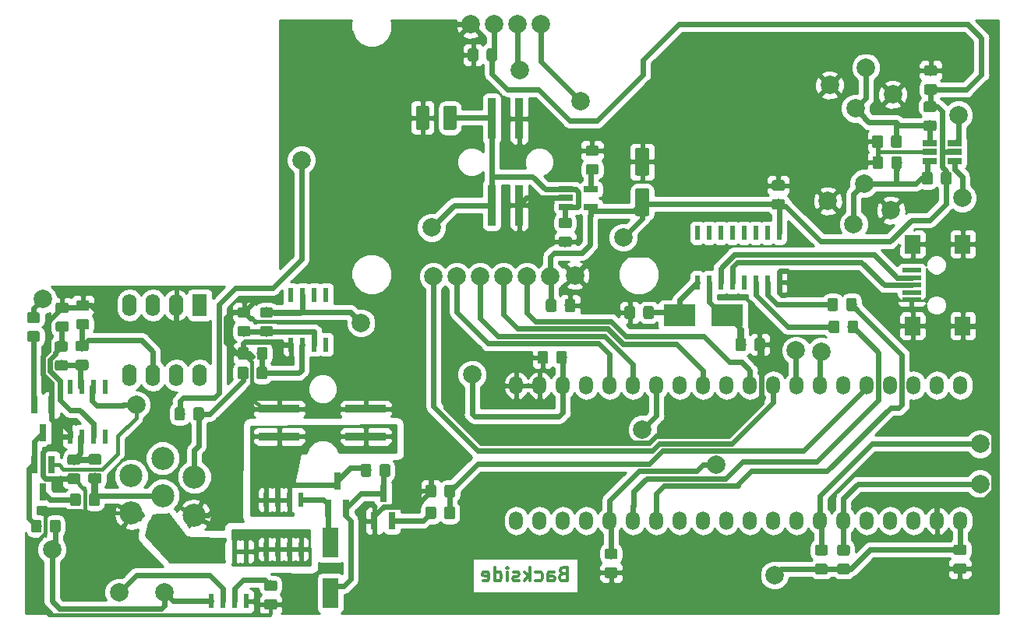
<source format=gbr>
G04 #@! TF.GenerationSoftware,KiCad,Pcbnew,(5.0.2)-1*
G04 #@! TF.CreationDate,2019-02-23T20:35:40+01:00*
G04 #@! TF.ProjectId,V3,56332e6b-6963-4616-945f-706362585858,rev?*
G04 #@! TF.SameCoordinates,PX5b8d800PY6453980*
G04 #@! TF.FileFunction,Copper,L2,Bot*
G04 #@! TF.FilePolarity,Positive*
%FSLAX46Y46*%
G04 Gerber Fmt 4.6, Leading zero omitted, Abs format (unit mm)*
G04 Created by KiCad (PCBNEW (5.0.2)-1) date 02/23/19 20:35:40*
%MOMM*%
%LPD*%
G01*
G04 APERTURE LIST*
G04 #@! TA.AperFunction,NonConductor*
%ADD10C,0.300000*%
G04 #@! TD*
G04 #@! TA.AperFunction,ComponentPad*
%ADD11C,2.500000*%
G04 #@! TD*
G04 #@! TA.AperFunction,SMDPad,CuDef*
%ADD12R,0.800000X1.900000*%
G04 #@! TD*
G04 #@! TA.AperFunction,SMDPad,CuDef*
%ADD13R,1.700000X3.300000*%
G04 #@! TD*
G04 #@! TA.AperFunction,Conductor*
%ADD14C,0.100000*%
G04 #@! TD*
G04 #@! TA.AperFunction,SMDPad,CuDef*
%ADD15C,1.600000*%
G04 #@! TD*
G04 #@! TA.AperFunction,SMDPad,CuDef*
%ADD16C,1.150000*%
G04 #@! TD*
G04 #@! TA.AperFunction,SMDPad,CuDef*
%ADD17C,1.425000*%
G04 #@! TD*
G04 #@! TA.AperFunction,SMDPad,CuDef*
%ADD18R,2.000000X0.500000*%
G04 #@! TD*
G04 #@! TA.AperFunction,SMDPad,CuDef*
%ADD19R,1.700000X2.000000*%
G04 #@! TD*
G04 #@! TA.AperFunction,SMDPad,CuDef*
%ADD20R,3.500000X2.400000*%
G04 #@! TD*
G04 #@! TA.AperFunction,ComponentPad*
%ADD21O,1.500000X2.000000*%
G04 #@! TD*
G04 #@! TA.AperFunction,SMDPad,CuDef*
%ADD22R,4.500000X0.900000*%
G04 #@! TD*
G04 #@! TA.AperFunction,SMDPad,CuDef*
%ADD23R,0.900000X4.500000*%
G04 #@! TD*
G04 #@! TA.AperFunction,ComponentPad*
%ADD24C,2.000000*%
G04 #@! TD*
G04 #@! TA.AperFunction,ComponentPad*
%ADD25R,1.600000X2.400000*%
G04 #@! TD*
G04 #@! TA.AperFunction,ComponentPad*
%ADD26O,1.600000X2.400000*%
G04 #@! TD*
G04 #@! TA.AperFunction,SMDPad,CuDef*
%ADD27R,0.600000X1.500000*%
G04 #@! TD*
G04 #@! TA.AperFunction,SMDPad,CuDef*
%ADD28R,0.600000X1.550000*%
G04 #@! TD*
G04 #@! TA.AperFunction,SMDPad,CuDef*
%ADD29R,1.560000X0.650000*%
G04 #@! TD*
G04 #@! TA.AperFunction,ViaPad*
%ADD30C,2.000000*%
G04 #@! TD*
G04 #@! TA.AperFunction,Conductor*
%ADD31C,0.600000*%
G04 #@! TD*
G04 #@! TA.AperFunction,Conductor*
%ADD32C,0.400000*%
G04 #@! TD*
G04 #@! TA.AperFunction,Conductor*
%ADD33C,2.000000*%
G04 #@! TD*
G04 #@! TA.AperFunction,Conductor*
%ADD34C,0.254000*%
G04 #@! TD*
G04 APERTURE END LIST*
D10*
X59110142Y5053343D02*
X58895857Y4981915D01*
X58824428Y4910486D01*
X58753000Y4767629D01*
X58753000Y4553343D01*
X58824428Y4410486D01*
X58895857Y4339058D01*
X59038714Y4267629D01*
X59610142Y4267629D01*
X59610142Y5767629D01*
X59110142Y5767629D01*
X58967285Y5696200D01*
X58895857Y5624772D01*
X58824428Y5481915D01*
X58824428Y5339058D01*
X58895857Y5196200D01*
X58967285Y5124772D01*
X59110142Y5053343D01*
X59610142Y5053343D01*
X57467285Y4267629D02*
X57467285Y5053343D01*
X57538714Y5196200D01*
X57681571Y5267629D01*
X57967285Y5267629D01*
X58110142Y5196200D01*
X57467285Y4339058D02*
X57610142Y4267629D01*
X57967285Y4267629D01*
X58110142Y4339058D01*
X58181571Y4481915D01*
X58181571Y4624772D01*
X58110142Y4767629D01*
X57967285Y4839058D01*
X57610142Y4839058D01*
X57467285Y4910486D01*
X56110142Y4339058D02*
X56253000Y4267629D01*
X56538714Y4267629D01*
X56681571Y4339058D01*
X56753000Y4410486D01*
X56824428Y4553343D01*
X56824428Y4981915D01*
X56753000Y5124772D01*
X56681571Y5196200D01*
X56538714Y5267629D01*
X56253000Y5267629D01*
X56110142Y5196200D01*
X55467285Y4267629D02*
X55467285Y5767629D01*
X55324428Y4839058D02*
X54895857Y4267629D01*
X54895857Y5267629D02*
X55467285Y4696200D01*
X54324428Y4339058D02*
X54181571Y4267629D01*
X53895857Y4267629D01*
X53753000Y4339058D01*
X53681571Y4481915D01*
X53681571Y4553343D01*
X53753000Y4696200D01*
X53895857Y4767629D01*
X54110142Y4767629D01*
X54253000Y4839058D01*
X54324428Y4981915D01*
X54324428Y5053343D01*
X54253000Y5196200D01*
X54110142Y5267629D01*
X53895857Y5267629D01*
X53753000Y5196200D01*
X53038714Y4267629D02*
X53038714Y5267629D01*
X53038714Y5767629D02*
X53110142Y5696200D01*
X53038714Y5624772D01*
X52967285Y5696200D01*
X53038714Y5767629D01*
X53038714Y5624772D01*
X51681571Y4267629D02*
X51681571Y5767629D01*
X51681571Y4339058D02*
X51824428Y4267629D01*
X52110142Y4267629D01*
X52253000Y4339058D01*
X52324428Y4410486D01*
X52395857Y4553343D01*
X52395857Y4981915D01*
X52324428Y5124772D01*
X52253000Y5196200D01*
X52110142Y5267629D01*
X51824428Y5267629D01*
X51681571Y5196200D01*
X50395857Y4339058D02*
X50538714Y4267629D01*
X50824428Y4267629D01*
X50967285Y4339058D01*
X51038714Y4481915D01*
X51038714Y5053343D01*
X50967285Y5196200D01*
X50824428Y5267629D01*
X50538714Y5267629D01*
X50395857Y5196200D01*
X50324428Y5053343D01*
X50324428Y4910486D01*
X51038714Y4767629D01*
D11*
G04 #@! TO.P,J3,6*
G04 #@! TO.N,/pwm/Sensor2*
X15607600Y13556800D03*
G04 #@! TO.P,J3,2*
G04 #@! TO.N,Net-(J3-Pad2)*
X12178600Y15715800D03*
G04 #@! TO.P,J3,3*
G04 #@! TO.N,Net-(J3-Pad3)*
X15607600Y17620800D03*
G04 #@! TO.P,J3,4*
G04 #@! TO.N,/Temp/Sensor1*
X19036600Y15588800D03*
G04 #@! TO.P,J3,1*
G04 #@! TO.N,GND*
X12178600Y11651800D03*
G04 #@! TO.P,J3,5*
X19036600Y11397800D03*
G04 #@! TO.P,J3,7*
G04 #@! TO.N,Heater*
X15607600Y9492800D03*
G04 #@! TD*
D12*
G04 #@! TO.P,Q1,1*
G04 #@! TO.N,Net-(Q1-Pad1)*
X40509800Y10812200D03*
G04 #@! TO.P,Q1,2*
G04 #@! TO.N,GND*
X38609800Y10812200D03*
G04 #@! TO.P,Q1,3*
G04 #@! TO.N,Net-(D1-Pad1)*
X39559800Y13812200D03*
G04 #@! TD*
G04 #@! TO.P,Q4,3*
G04 #@! TO.N,Net-(Q4-Pad3)*
X2577400Y20413400D03*
G04 #@! TO.P,Q4,2*
G04 #@! TO.N,GND*
X3527400Y23413400D03*
G04 #@! TO.P,Q4,1*
G04 #@! TO.N,Net-(Q4-Pad1)*
X1627400Y23413400D03*
G04 #@! TD*
G04 #@! TO.P,Q2,1*
G04 #@! TO.N,Net-(D1-Pad1)*
X35506000Y12158400D03*
G04 #@! TO.P,Q2,2*
G04 #@! TO.N,Net-(D1-Pad2)*
X33606000Y12158400D03*
G04 #@! TO.P,Q2,3*
G04 #@! TO.N,+24V*
X34556000Y15158400D03*
G04 #@! TD*
G04 #@! TO.P,Q5,1*
G04 #@! TO.N,Net-(Q4-Pad3)*
X1627400Y16912400D03*
G04 #@! TO.P,Q5,2*
G04 #@! TO.N,+5V*
X3527400Y16912400D03*
G04 #@! TO.P,Q5,3*
G04 #@! TO.N,Net-(Q5-Pad3)*
X2577400Y13912400D03*
G04 #@! TD*
D13*
G04 #@! TO.P,D1,1*
G04 #@! TO.N,Net-(D1-Pad1)*
X33819400Y2932800D03*
G04 #@! TO.P,D1,2*
G04 #@! TO.N,Net-(D1-Pad2)*
X33819400Y8432800D03*
G04 #@! TD*
D14*
G04 #@! TO.N,+3V3*
G04 #@! TO.C,C10*
G36*
X68277504Y46967796D02*
X68301773Y46964196D01*
X68325571Y46958235D01*
X68348671Y46949970D01*
X68370849Y46939480D01*
X68391893Y46926867D01*
X68411598Y46912253D01*
X68429777Y46895777D01*
X68446253Y46877598D01*
X68460867Y46857893D01*
X68473480Y46836849D01*
X68483970Y46814671D01*
X68492235Y46791571D01*
X68498196Y46767773D01*
X68501796Y46743504D01*
X68503000Y46719000D01*
X68503000Y44219000D01*
X68501796Y44194496D01*
X68498196Y44170227D01*
X68492235Y44146429D01*
X68483970Y44123329D01*
X68473480Y44101151D01*
X68460867Y44080107D01*
X68446253Y44060402D01*
X68429777Y44042223D01*
X68411598Y44025747D01*
X68391893Y44011133D01*
X68370849Y43998520D01*
X68348671Y43988030D01*
X68325571Y43979765D01*
X68301773Y43973804D01*
X68277504Y43970204D01*
X68253000Y43969000D01*
X67153000Y43969000D01*
X67128496Y43970204D01*
X67104227Y43973804D01*
X67080429Y43979765D01*
X67057329Y43988030D01*
X67035151Y43998520D01*
X67014107Y44011133D01*
X66994402Y44025747D01*
X66976223Y44042223D01*
X66959747Y44060402D01*
X66945133Y44080107D01*
X66932520Y44101151D01*
X66922030Y44123329D01*
X66913765Y44146429D01*
X66907804Y44170227D01*
X66904204Y44194496D01*
X66903000Y44219000D01*
X66903000Y46719000D01*
X66904204Y46743504D01*
X66907804Y46767773D01*
X66913765Y46791571D01*
X66922030Y46814671D01*
X66932520Y46836849D01*
X66945133Y46857893D01*
X66959747Y46877598D01*
X66976223Y46895777D01*
X66994402Y46912253D01*
X67014107Y46926867D01*
X67035151Y46939480D01*
X67057329Y46949970D01*
X67080429Y46958235D01*
X67104227Y46964196D01*
X67128496Y46967796D01*
X67153000Y46969000D01*
X68253000Y46969000D01*
X68277504Y46967796D01*
X68277504Y46967796D01*
G37*
D15*
G04 #@! TD*
G04 #@! TO.P,C10,1*
G04 #@! TO.N,+3V3*
X67703000Y45469000D03*
D14*
G04 #@! TO.N,GND*
G04 #@! TO.C,C10*
G36*
X68277504Y51367796D02*
X68301773Y51364196D01*
X68325571Y51358235D01*
X68348671Y51349970D01*
X68370849Y51339480D01*
X68391893Y51326867D01*
X68411598Y51312253D01*
X68429777Y51295777D01*
X68446253Y51277598D01*
X68460867Y51257893D01*
X68473480Y51236849D01*
X68483970Y51214671D01*
X68492235Y51191571D01*
X68498196Y51167773D01*
X68501796Y51143504D01*
X68503000Y51119000D01*
X68503000Y48619000D01*
X68501796Y48594496D01*
X68498196Y48570227D01*
X68492235Y48546429D01*
X68483970Y48523329D01*
X68473480Y48501151D01*
X68460867Y48480107D01*
X68446253Y48460402D01*
X68429777Y48442223D01*
X68411598Y48425747D01*
X68391893Y48411133D01*
X68370849Y48398520D01*
X68348671Y48388030D01*
X68325571Y48379765D01*
X68301773Y48373804D01*
X68277504Y48370204D01*
X68253000Y48369000D01*
X67153000Y48369000D01*
X67128496Y48370204D01*
X67104227Y48373804D01*
X67080429Y48379765D01*
X67057329Y48388030D01*
X67035151Y48398520D01*
X67014107Y48411133D01*
X66994402Y48425747D01*
X66976223Y48442223D01*
X66959747Y48460402D01*
X66945133Y48480107D01*
X66932520Y48501151D01*
X66922030Y48523329D01*
X66913765Y48546429D01*
X66907804Y48570227D01*
X66904204Y48594496D01*
X66903000Y48619000D01*
X66903000Y51119000D01*
X66904204Y51143504D01*
X66907804Y51167773D01*
X66913765Y51191571D01*
X66922030Y51214671D01*
X66932520Y51236849D01*
X66945133Y51257893D01*
X66959747Y51277598D01*
X66976223Y51295777D01*
X66994402Y51312253D01*
X67014107Y51326867D01*
X67035151Y51339480D01*
X67057329Y51349970D01*
X67080429Y51358235D01*
X67104227Y51364196D01*
X67128496Y51367796D01*
X67153000Y51369000D01*
X68253000Y51369000D01*
X68277504Y51367796D01*
X68277504Y51367796D01*
G37*
D15*
G04 #@! TD*
G04 #@! TO.P,C10,2*
G04 #@! TO.N,GND*
X67703000Y49869000D03*
D14*
G04 #@! TO.N,GND*
G04 #@! TO.C,C26*
G36*
X7395305Y34815196D02*
X7419573Y34811596D01*
X7443372Y34805635D01*
X7466471Y34797370D01*
X7488650Y34786880D01*
X7509693Y34774268D01*
X7529399Y34759653D01*
X7547577Y34743177D01*
X7564053Y34724999D01*
X7578668Y34705293D01*
X7591280Y34684250D01*
X7601770Y34662071D01*
X7610035Y34638972D01*
X7615996Y34615173D01*
X7619596Y34590905D01*
X7620800Y34566401D01*
X7620800Y33916399D01*
X7619596Y33891895D01*
X7615996Y33867627D01*
X7610035Y33843828D01*
X7601770Y33820729D01*
X7591280Y33798550D01*
X7578668Y33777507D01*
X7564053Y33757801D01*
X7547577Y33739623D01*
X7529399Y33723147D01*
X7509693Y33708532D01*
X7488650Y33695920D01*
X7466471Y33685430D01*
X7443372Y33677165D01*
X7419573Y33671204D01*
X7395305Y33667604D01*
X7370801Y33666400D01*
X6470799Y33666400D01*
X6446295Y33667604D01*
X6422027Y33671204D01*
X6398228Y33677165D01*
X6375129Y33685430D01*
X6352950Y33695920D01*
X6331907Y33708532D01*
X6312201Y33723147D01*
X6294023Y33739623D01*
X6277547Y33757801D01*
X6262932Y33777507D01*
X6250320Y33798550D01*
X6239830Y33820729D01*
X6231565Y33843828D01*
X6225604Y33867627D01*
X6222004Y33891895D01*
X6220800Y33916399D01*
X6220800Y34566401D01*
X6222004Y34590905D01*
X6225604Y34615173D01*
X6231565Y34638972D01*
X6239830Y34662071D01*
X6250320Y34684250D01*
X6262932Y34705293D01*
X6277547Y34724999D01*
X6294023Y34743177D01*
X6312201Y34759653D01*
X6331907Y34774268D01*
X6352950Y34786880D01*
X6375129Y34797370D01*
X6398228Y34805635D01*
X6422027Y34811596D01*
X6446295Y34815196D01*
X6470799Y34816400D01*
X7370801Y34816400D01*
X7395305Y34815196D01*
X7395305Y34815196D01*
G37*
D16*
G04 #@! TD*
G04 #@! TO.P,C26,2*
G04 #@! TO.N,GND*
X6920800Y34241400D03*
D14*
G04 #@! TO.N,/Temp/T_heater_ADC*
G04 #@! TO.C,C26*
G36*
X7395305Y32765196D02*
X7419573Y32761596D01*
X7443372Y32755635D01*
X7466471Y32747370D01*
X7488650Y32736880D01*
X7509693Y32724268D01*
X7529399Y32709653D01*
X7547577Y32693177D01*
X7564053Y32674999D01*
X7578668Y32655293D01*
X7591280Y32634250D01*
X7601770Y32612071D01*
X7610035Y32588972D01*
X7615996Y32565173D01*
X7619596Y32540905D01*
X7620800Y32516401D01*
X7620800Y31866399D01*
X7619596Y31841895D01*
X7615996Y31817627D01*
X7610035Y31793828D01*
X7601770Y31770729D01*
X7591280Y31748550D01*
X7578668Y31727507D01*
X7564053Y31707801D01*
X7547577Y31689623D01*
X7529399Y31673147D01*
X7509693Y31658532D01*
X7488650Y31645920D01*
X7466471Y31635430D01*
X7443372Y31627165D01*
X7419573Y31621204D01*
X7395305Y31617604D01*
X7370801Y31616400D01*
X6470799Y31616400D01*
X6446295Y31617604D01*
X6422027Y31621204D01*
X6398228Y31627165D01*
X6375129Y31635430D01*
X6352950Y31645920D01*
X6331907Y31658532D01*
X6312201Y31673147D01*
X6294023Y31689623D01*
X6277547Y31707801D01*
X6262932Y31727507D01*
X6250320Y31748550D01*
X6239830Y31770729D01*
X6231565Y31793828D01*
X6225604Y31817627D01*
X6222004Y31841895D01*
X6220800Y31866399D01*
X6220800Y32516401D01*
X6222004Y32540905D01*
X6225604Y32565173D01*
X6231565Y32588972D01*
X6239830Y32612071D01*
X6250320Y32634250D01*
X6262932Y32655293D01*
X6277547Y32674999D01*
X6294023Y32693177D01*
X6312201Y32709653D01*
X6331907Y32724268D01*
X6352950Y32736880D01*
X6375129Y32747370D01*
X6398228Y32755635D01*
X6422027Y32761596D01*
X6446295Y32765196D01*
X6470799Y32766400D01*
X7370801Y32766400D01*
X7395305Y32765196D01*
X7395305Y32765196D01*
G37*
D16*
G04 #@! TD*
G04 #@! TO.P,C26,1*
G04 #@! TO.N,/Temp/T_heater_ADC*
X6920800Y32191400D03*
D14*
G04 #@! TO.N,Net-(C23-Pad1)*
G04 #@! TO.C,C23*
G36*
X6430105Y18025796D02*
X6454373Y18022196D01*
X6478172Y18016235D01*
X6501271Y18007970D01*
X6523450Y17997480D01*
X6544493Y17984868D01*
X6564199Y17970253D01*
X6582377Y17953777D01*
X6598853Y17935599D01*
X6613468Y17915893D01*
X6626080Y17894850D01*
X6636570Y17872671D01*
X6644835Y17849572D01*
X6650796Y17825773D01*
X6654396Y17801505D01*
X6655600Y17777001D01*
X6655600Y17126999D01*
X6654396Y17102495D01*
X6650796Y17078227D01*
X6644835Y17054428D01*
X6636570Y17031329D01*
X6626080Y17009150D01*
X6613468Y16988107D01*
X6598853Y16968401D01*
X6582377Y16950223D01*
X6564199Y16933747D01*
X6544493Y16919132D01*
X6523450Y16906520D01*
X6501271Y16896030D01*
X6478172Y16887765D01*
X6454373Y16881804D01*
X6430105Y16878204D01*
X6405601Y16877000D01*
X5505599Y16877000D01*
X5481095Y16878204D01*
X5456827Y16881804D01*
X5433028Y16887765D01*
X5409929Y16896030D01*
X5387750Y16906520D01*
X5366707Y16919132D01*
X5347001Y16933747D01*
X5328823Y16950223D01*
X5312347Y16968401D01*
X5297732Y16988107D01*
X5285120Y17009150D01*
X5274630Y17031329D01*
X5266365Y17054428D01*
X5260404Y17078227D01*
X5256804Y17102495D01*
X5255600Y17126999D01*
X5255600Y17777001D01*
X5256804Y17801505D01*
X5260404Y17825773D01*
X5266365Y17849572D01*
X5274630Y17872671D01*
X5285120Y17894850D01*
X5297732Y17915893D01*
X5312347Y17935599D01*
X5328823Y17953777D01*
X5347001Y17970253D01*
X5366707Y17984868D01*
X5387750Y17997480D01*
X5409929Y18007970D01*
X5433028Y18016235D01*
X5456827Y18022196D01*
X5481095Y18025796D01*
X5505599Y18027000D01*
X6405601Y18027000D01*
X6430105Y18025796D01*
X6430105Y18025796D01*
G37*
D16*
G04 #@! TD*
G04 #@! TO.P,C23,1*
G04 #@! TO.N,Net-(C23-Pad1)*
X5955600Y17452000D03*
D14*
G04 #@! TO.N,GND*
G04 #@! TO.C,C23*
G36*
X6430105Y15975796D02*
X6454373Y15972196D01*
X6478172Y15966235D01*
X6501271Y15957970D01*
X6523450Y15947480D01*
X6544493Y15934868D01*
X6564199Y15920253D01*
X6582377Y15903777D01*
X6598853Y15885599D01*
X6613468Y15865893D01*
X6626080Y15844850D01*
X6636570Y15822671D01*
X6644835Y15799572D01*
X6650796Y15775773D01*
X6654396Y15751505D01*
X6655600Y15727001D01*
X6655600Y15076999D01*
X6654396Y15052495D01*
X6650796Y15028227D01*
X6644835Y15004428D01*
X6636570Y14981329D01*
X6626080Y14959150D01*
X6613468Y14938107D01*
X6598853Y14918401D01*
X6582377Y14900223D01*
X6564199Y14883747D01*
X6544493Y14869132D01*
X6523450Y14856520D01*
X6501271Y14846030D01*
X6478172Y14837765D01*
X6454373Y14831804D01*
X6430105Y14828204D01*
X6405601Y14827000D01*
X5505599Y14827000D01*
X5481095Y14828204D01*
X5456827Y14831804D01*
X5433028Y14837765D01*
X5409929Y14846030D01*
X5387750Y14856520D01*
X5366707Y14869132D01*
X5347001Y14883747D01*
X5328823Y14900223D01*
X5312347Y14918401D01*
X5297732Y14938107D01*
X5285120Y14959150D01*
X5274630Y14981329D01*
X5266365Y15004428D01*
X5260404Y15028227D01*
X5256804Y15052495D01*
X5255600Y15076999D01*
X5255600Y15727001D01*
X5256804Y15751505D01*
X5260404Y15775773D01*
X5266365Y15799572D01*
X5274630Y15822671D01*
X5285120Y15844850D01*
X5297732Y15865893D01*
X5312347Y15885599D01*
X5328823Y15903777D01*
X5347001Y15920253D01*
X5366707Y15934868D01*
X5387750Y15947480D01*
X5409929Y15957970D01*
X5433028Y15966235D01*
X5456827Y15972196D01*
X5481095Y15975796D01*
X5505599Y15977000D01*
X6405601Y15977000D01*
X6430105Y15975796D01*
X6430105Y15975796D01*
G37*
D16*
G04 #@! TD*
G04 #@! TO.P,C23,2*
G04 #@! TO.N,GND*
X5955600Y15402000D03*
D14*
G04 #@! TO.N,GND*
G04 #@! TO.C,C22*
G36*
X24711105Y29724196D02*
X24735373Y29720596D01*
X24759172Y29714635D01*
X24782271Y29706370D01*
X24804450Y29695880D01*
X24825493Y29683268D01*
X24845199Y29668653D01*
X24863377Y29652177D01*
X24879853Y29633999D01*
X24894468Y29614293D01*
X24907080Y29593250D01*
X24917570Y29571071D01*
X24925835Y29547972D01*
X24931796Y29524173D01*
X24935396Y29499905D01*
X24936600Y29475401D01*
X24936600Y28575399D01*
X24935396Y28550895D01*
X24931796Y28526627D01*
X24925835Y28502828D01*
X24917570Y28479729D01*
X24907080Y28457550D01*
X24894468Y28436507D01*
X24879853Y28416801D01*
X24863377Y28398623D01*
X24845199Y28382147D01*
X24825493Y28367532D01*
X24804450Y28354920D01*
X24782271Y28344430D01*
X24759172Y28336165D01*
X24735373Y28330204D01*
X24711105Y28326604D01*
X24686601Y28325400D01*
X24036599Y28325400D01*
X24012095Y28326604D01*
X23987827Y28330204D01*
X23964028Y28336165D01*
X23940929Y28344430D01*
X23918750Y28354920D01*
X23897707Y28367532D01*
X23878001Y28382147D01*
X23859823Y28398623D01*
X23843347Y28416801D01*
X23828732Y28436507D01*
X23816120Y28457550D01*
X23805630Y28479729D01*
X23797365Y28502828D01*
X23791404Y28526627D01*
X23787804Y28550895D01*
X23786600Y28575399D01*
X23786600Y29475401D01*
X23787804Y29499905D01*
X23791404Y29524173D01*
X23797365Y29547972D01*
X23805630Y29571071D01*
X23816120Y29593250D01*
X23828732Y29614293D01*
X23843347Y29633999D01*
X23859823Y29652177D01*
X23878001Y29668653D01*
X23897707Y29683268D01*
X23918750Y29695880D01*
X23940929Y29706370D01*
X23964028Y29714635D01*
X23987827Y29720596D01*
X24012095Y29724196D01*
X24036599Y29725400D01*
X24686601Y29725400D01*
X24711105Y29724196D01*
X24711105Y29724196D01*
G37*
D16*
G04 #@! TD*
G04 #@! TO.P,C22,2*
G04 #@! TO.N,GND*
X24361600Y29025400D03*
D14*
G04 #@! TO.N,Net-(C22-Pad1)*
G04 #@! TO.C,C22*
G36*
X26761105Y29724196D02*
X26785373Y29720596D01*
X26809172Y29714635D01*
X26832271Y29706370D01*
X26854450Y29695880D01*
X26875493Y29683268D01*
X26895199Y29668653D01*
X26913377Y29652177D01*
X26929853Y29633999D01*
X26944468Y29614293D01*
X26957080Y29593250D01*
X26967570Y29571071D01*
X26975835Y29547972D01*
X26981796Y29524173D01*
X26985396Y29499905D01*
X26986600Y29475401D01*
X26986600Y28575399D01*
X26985396Y28550895D01*
X26981796Y28526627D01*
X26975835Y28502828D01*
X26967570Y28479729D01*
X26957080Y28457550D01*
X26944468Y28436507D01*
X26929853Y28416801D01*
X26913377Y28398623D01*
X26895199Y28382147D01*
X26875493Y28367532D01*
X26854450Y28354920D01*
X26832271Y28344430D01*
X26809172Y28336165D01*
X26785373Y28330204D01*
X26761105Y28326604D01*
X26736601Y28325400D01*
X26086599Y28325400D01*
X26062095Y28326604D01*
X26037827Y28330204D01*
X26014028Y28336165D01*
X25990929Y28344430D01*
X25968750Y28354920D01*
X25947707Y28367532D01*
X25928001Y28382147D01*
X25909823Y28398623D01*
X25893347Y28416801D01*
X25878732Y28436507D01*
X25866120Y28457550D01*
X25855630Y28479729D01*
X25847365Y28502828D01*
X25841404Y28526627D01*
X25837804Y28550895D01*
X25836600Y28575399D01*
X25836600Y29475401D01*
X25837804Y29499905D01*
X25841404Y29524173D01*
X25847365Y29547972D01*
X25855630Y29571071D01*
X25866120Y29593250D01*
X25878732Y29614293D01*
X25893347Y29633999D01*
X25909823Y29652177D01*
X25928001Y29668653D01*
X25947707Y29683268D01*
X25968750Y29695880D01*
X25990929Y29706370D01*
X26014028Y29714635D01*
X26037827Y29720596D01*
X26062095Y29724196D01*
X26086599Y29725400D01*
X26736601Y29725400D01*
X26761105Y29724196D01*
X26761105Y29724196D01*
G37*
D16*
G04 #@! TD*
G04 #@! TO.P,C22,1*
G04 #@! TO.N,Net-(C22-Pad1)*
X26411600Y29025400D03*
D14*
G04 #@! TO.N,Net-(C19-Pad1)*
G04 #@! TO.C,C19*
G36*
X27816905Y4335196D02*
X27841173Y4331596D01*
X27864972Y4325635D01*
X27888071Y4317370D01*
X27910250Y4306880D01*
X27931293Y4294268D01*
X27950999Y4279653D01*
X27969177Y4263177D01*
X27985653Y4244999D01*
X28000268Y4225293D01*
X28012880Y4204250D01*
X28023370Y4182071D01*
X28031635Y4158972D01*
X28037596Y4135173D01*
X28041196Y4110905D01*
X28042400Y4086401D01*
X28042400Y3436399D01*
X28041196Y3411895D01*
X28037596Y3387627D01*
X28031635Y3363828D01*
X28023370Y3340729D01*
X28012880Y3318550D01*
X28000268Y3297507D01*
X27985653Y3277801D01*
X27969177Y3259623D01*
X27950999Y3243147D01*
X27931293Y3228532D01*
X27910250Y3215920D01*
X27888071Y3205430D01*
X27864972Y3197165D01*
X27841173Y3191204D01*
X27816905Y3187604D01*
X27792401Y3186400D01*
X26892399Y3186400D01*
X26867895Y3187604D01*
X26843627Y3191204D01*
X26819828Y3197165D01*
X26796729Y3205430D01*
X26774550Y3215920D01*
X26753507Y3228532D01*
X26733801Y3243147D01*
X26715623Y3259623D01*
X26699147Y3277801D01*
X26684532Y3297507D01*
X26671920Y3318550D01*
X26661430Y3340729D01*
X26653165Y3363828D01*
X26647204Y3387627D01*
X26643604Y3411895D01*
X26642400Y3436399D01*
X26642400Y4086401D01*
X26643604Y4110905D01*
X26647204Y4135173D01*
X26653165Y4158972D01*
X26661430Y4182071D01*
X26671920Y4204250D01*
X26684532Y4225293D01*
X26699147Y4244999D01*
X26715623Y4263177D01*
X26733801Y4279653D01*
X26753507Y4294268D01*
X26774550Y4306880D01*
X26796729Y4317370D01*
X26819828Y4325635D01*
X26843627Y4331596D01*
X26867895Y4335196D01*
X26892399Y4336400D01*
X27792401Y4336400D01*
X27816905Y4335196D01*
X27816905Y4335196D01*
G37*
D16*
G04 #@! TD*
G04 #@! TO.P,C19,1*
G04 #@! TO.N,Net-(C19-Pad1)*
X27342400Y3761400D03*
D14*
G04 #@! TO.N,GND*
G04 #@! TO.C,C19*
G36*
X27816905Y2285196D02*
X27841173Y2281596D01*
X27864972Y2275635D01*
X27888071Y2267370D01*
X27910250Y2256880D01*
X27931293Y2244268D01*
X27950999Y2229653D01*
X27969177Y2213177D01*
X27985653Y2194999D01*
X28000268Y2175293D01*
X28012880Y2154250D01*
X28023370Y2132071D01*
X28031635Y2108972D01*
X28037596Y2085173D01*
X28041196Y2060905D01*
X28042400Y2036401D01*
X28042400Y1386399D01*
X28041196Y1361895D01*
X28037596Y1337627D01*
X28031635Y1313828D01*
X28023370Y1290729D01*
X28012880Y1268550D01*
X28000268Y1247507D01*
X27985653Y1227801D01*
X27969177Y1209623D01*
X27950999Y1193147D01*
X27931293Y1178532D01*
X27910250Y1165920D01*
X27888071Y1155430D01*
X27864972Y1147165D01*
X27841173Y1141204D01*
X27816905Y1137604D01*
X27792401Y1136400D01*
X26892399Y1136400D01*
X26867895Y1137604D01*
X26843627Y1141204D01*
X26819828Y1147165D01*
X26796729Y1155430D01*
X26774550Y1165920D01*
X26753507Y1178532D01*
X26733801Y1193147D01*
X26715623Y1209623D01*
X26699147Y1227801D01*
X26684532Y1247507D01*
X26671920Y1268550D01*
X26661430Y1290729D01*
X26653165Y1313828D01*
X26647204Y1337627D01*
X26643604Y1361895D01*
X26642400Y1386399D01*
X26642400Y2036401D01*
X26643604Y2060905D01*
X26647204Y2085173D01*
X26653165Y2108972D01*
X26661430Y2132071D01*
X26671920Y2154250D01*
X26684532Y2175293D01*
X26699147Y2194999D01*
X26715623Y2213177D01*
X26733801Y2229653D01*
X26753507Y2244268D01*
X26774550Y2256880D01*
X26796729Y2267370D01*
X26819828Y2275635D01*
X26843627Y2281596D01*
X26867895Y2285196D01*
X26892399Y2286400D01*
X27792401Y2286400D01*
X27816905Y2285196D01*
X27816905Y2285196D01*
G37*
D16*
G04 #@! TD*
G04 #@! TO.P,C19,2*
G04 #@! TO.N,GND*
X27342400Y1711400D03*
D14*
G04 #@! TO.N,Net-(C17-Pad1)*
G04 #@! TO.C,C17*
G36*
X95671305Y52761996D02*
X95695573Y52758396D01*
X95719372Y52752435D01*
X95742471Y52744170D01*
X95764650Y52733680D01*
X95785693Y52721068D01*
X95805399Y52706453D01*
X95823577Y52689977D01*
X95840053Y52671799D01*
X95854668Y52652093D01*
X95867280Y52631050D01*
X95877770Y52608871D01*
X95886035Y52585772D01*
X95891996Y52561973D01*
X95895596Y52537705D01*
X95896800Y52513201D01*
X95896800Y51613199D01*
X95895596Y51588695D01*
X95891996Y51564427D01*
X95886035Y51540628D01*
X95877770Y51517529D01*
X95867280Y51495350D01*
X95854668Y51474307D01*
X95840053Y51454601D01*
X95823577Y51436423D01*
X95805399Y51419947D01*
X95785693Y51405332D01*
X95764650Y51392720D01*
X95742471Y51382230D01*
X95719372Y51373965D01*
X95695573Y51368004D01*
X95671305Y51364404D01*
X95646801Y51363200D01*
X94996799Y51363200D01*
X94972295Y51364404D01*
X94948027Y51368004D01*
X94924228Y51373965D01*
X94901129Y51382230D01*
X94878950Y51392720D01*
X94857907Y51405332D01*
X94838201Y51419947D01*
X94820023Y51436423D01*
X94803547Y51454601D01*
X94788932Y51474307D01*
X94776320Y51495350D01*
X94765830Y51517529D01*
X94757565Y51540628D01*
X94751604Y51564427D01*
X94748004Y51588695D01*
X94746800Y51613199D01*
X94746800Y52513201D01*
X94748004Y52537705D01*
X94751604Y52561973D01*
X94757565Y52585772D01*
X94765830Y52608871D01*
X94776320Y52631050D01*
X94788932Y52652093D01*
X94803547Y52671799D01*
X94820023Y52689977D01*
X94838201Y52706453D01*
X94857907Y52721068D01*
X94878950Y52733680D01*
X94901129Y52744170D01*
X94924228Y52752435D01*
X94948027Y52758396D01*
X94972295Y52761996D01*
X94996799Y52763200D01*
X95646801Y52763200D01*
X95671305Y52761996D01*
X95671305Y52761996D01*
G37*
D16*
G04 #@! TD*
G04 #@! TO.P,C17,1*
G04 #@! TO.N,Net-(C17-Pad1)*
X95321800Y52063200D03*
D14*
G04 #@! TO.N,GND*
G04 #@! TO.C,C17*
G36*
X93621305Y52761996D02*
X93645573Y52758396D01*
X93669372Y52752435D01*
X93692471Y52744170D01*
X93714650Y52733680D01*
X93735693Y52721068D01*
X93755399Y52706453D01*
X93773577Y52689977D01*
X93790053Y52671799D01*
X93804668Y52652093D01*
X93817280Y52631050D01*
X93827770Y52608871D01*
X93836035Y52585772D01*
X93841996Y52561973D01*
X93845596Y52537705D01*
X93846800Y52513201D01*
X93846800Y51613199D01*
X93845596Y51588695D01*
X93841996Y51564427D01*
X93836035Y51540628D01*
X93827770Y51517529D01*
X93817280Y51495350D01*
X93804668Y51474307D01*
X93790053Y51454601D01*
X93773577Y51436423D01*
X93755399Y51419947D01*
X93735693Y51405332D01*
X93714650Y51392720D01*
X93692471Y51382230D01*
X93669372Y51373965D01*
X93645573Y51368004D01*
X93621305Y51364404D01*
X93596801Y51363200D01*
X92946799Y51363200D01*
X92922295Y51364404D01*
X92898027Y51368004D01*
X92874228Y51373965D01*
X92851129Y51382230D01*
X92828950Y51392720D01*
X92807907Y51405332D01*
X92788201Y51419947D01*
X92770023Y51436423D01*
X92753547Y51454601D01*
X92738932Y51474307D01*
X92726320Y51495350D01*
X92715830Y51517529D01*
X92707565Y51540628D01*
X92701604Y51564427D01*
X92698004Y51588695D01*
X92696800Y51613199D01*
X92696800Y52513201D01*
X92698004Y52537705D01*
X92701604Y52561973D01*
X92707565Y52585772D01*
X92715830Y52608871D01*
X92726320Y52631050D01*
X92738932Y52652093D01*
X92753547Y52671799D01*
X92770023Y52689977D01*
X92788201Y52706453D01*
X92807907Y52721068D01*
X92828950Y52733680D01*
X92851129Y52744170D01*
X92874228Y52752435D01*
X92898027Y52758396D01*
X92922295Y52761996D01*
X92946799Y52763200D01*
X93596801Y52763200D01*
X93621305Y52761996D01*
X93621305Y52761996D01*
G37*
D16*
G04 #@! TD*
G04 #@! TO.P,C17,2*
G04 #@! TO.N,GND*
X93271800Y52063200D03*
D14*
G04 #@! TO.N,GND*
G04 #@! TO.C,C16*
G36*
X93646705Y50475996D02*
X93670973Y50472396D01*
X93694772Y50466435D01*
X93717871Y50458170D01*
X93740050Y50447680D01*
X93761093Y50435068D01*
X93780799Y50420453D01*
X93798977Y50403977D01*
X93815453Y50385799D01*
X93830068Y50366093D01*
X93842680Y50345050D01*
X93853170Y50322871D01*
X93861435Y50299772D01*
X93867396Y50275973D01*
X93870996Y50251705D01*
X93872200Y50227201D01*
X93872200Y49327199D01*
X93870996Y49302695D01*
X93867396Y49278427D01*
X93861435Y49254628D01*
X93853170Y49231529D01*
X93842680Y49209350D01*
X93830068Y49188307D01*
X93815453Y49168601D01*
X93798977Y49150423D01*
X93780799Y49133947D01*
X93761093Y49119332D01*
X93740050Y49106720D01*
X93717871Y49096230D01*
X93694772Y49087965D01*
X93670973Y49082004D01*
X93646705Y49078404D01*
X93622201Y49077200D01*
X92972199Y49077200D01*
X92947695Y49078404D01*
X92923427Y49082004D01*
X92899628Y49087965D01*
X92876529Y49096230D01*
X92854350Y49106720D01*
X92833307Y49119332D01*
X92813601Y49133947D01*
X92795423Y49150423D01*
X92778947Y49168601D01*
X92764332Y49188307D01*
X92751720Y49209350D01*
X92741230Y49231529D01*
X92732965Y49254628D01*
X92727004Y49278427D01*
X92723404Y49302695D01*
X92722200Y49327199D01*
X92722200Y50227201D01*
X92723404Y50251705D01*
X92727004Y50275973D01*
X92732965Y50299772D01*
X92741230Y50322871D01*
X92751720Y50345050D01*
X92764332Y50366093D01*
X92778947Y50385799D01*
X92795423Y50403977D01*
X92813601Y50420453D01*
X92833307Y50435068D01*
X92854350Y50447680D01*
X92876529Y50458170D01*
X92899628Y50466435D01*
X92923427Y50472396D01*
X92947695Y50475996D01*
X92972199Y50477200D01*
X93622201Y50477200D01*
X93646705Y50475996D01*
X93646705Y50475996D01*
G37*
D16*
G04 #@! TD*
G04 #@! TO.P,C16,2*
G04 #@! TO.N,GND*
X93297200Y49777200D03*
D14*
G04 #@! TO.N,Net-(C16-Pad1)*
G04 #@! TO.C,C16*
G36*
X95696705Y50475996D02*
X95720973Y50472396D01*
X95744772Y50466435D01*
X95767871Y50458170D01*
X95790050Y50447680D01*
X95811093Y50435068D01*
X95830799Y50420453D01*
X95848977Y50403977D01*
X95865453Y50385799D01*
X95880068Y50366093D01*
X95892680Y50345050D01*
X95903170Y50322871D01*
X95911435Y50299772D01*
X95917396Y50275973D01*
X95920996Y50251705D01*
X95922200Y50227201D01*
X95922200Y49327199D01*
X95920996Y49302695D01*
X95917396Y49278427D01*
X95911435Y49254628D01*
X95903170Y49231529D01*
X95892680Y49209350D01*
X95880068Y49188307D01*
X95865453Y49168601D01*
X95848977Y49150423D01*
X95830799Y49133947D01*
X95811093Y49119332D01*
X95790050Y49106720D01*
X95767871Y49096230D01*
X95744772Y49087965D01*
X95720973Y49082004D01*
X95696705Y49078404D01*
X95672201Y49077200D01*
X95022199Y49077200D01*
X94997695Y49078404D01*
X94973427Y49082004D01*
X94949628Y49087965D01*
X94926529Y49096230D01*
X94904350Y49106720D01*
X94883307Y49119332D01*
X94863601Y49133947D01*
X94845423Y49150423D01*
X94828947Y49168601D01*
X94814332Y49188307D01*
X94801720Y49209350D01*
X94791230Y49231529D01*
X94782965Y49254628D01*
X94777004Y49278427D01*
X94773404Y49302695D01*
X94772200Y49327199D01*
X94772200Y50227201D01*
X94773404Y50251705D01*
X94777004Y50275973D01*
X94782965Y50299772D01*
X94791230Y50322871D01*
X94801720Y50345050D01*
X94814332Y50366093D01*
X94828947Y50385799D01*
X94845423Y50403977D01*
X94863601Y50420453D01*
X94883307Y50435068D01*
X94904350Y50447680D01*
X94926529Y50458170D01*
X94949628Y50466435D01*
X94973427Y50472396D01*
X94997695Y50475996D01*
X95022199Y50477200D01*
X95672201Y50477200D01*
X95696705Y50475996D01*
X95696705Y50475996D01*
G37*
D16*
G04 #@! TD*
G04 #@! TO.P,C16,1*
G04 #@! TO.N,Net-(C16-Pad1)*
X95347200Y49777200D03*
D14*
G04 #@! TO.N,GND*
G04 #@! TO.C,C15*
G36*
X49679305Y62210796D02*
X49703573Y62207196D01*
X49727372Y62201235D01*
X49750471Y62192970D01*
X49772650Y62182480D01*
X49793693Y62169868D01*
X49813399Y62155253D01*
X49831577Y62138777D01*
X49848053Y62120599D01*
X49862668Y62100893D01*
X49875280Y62079850D01*
X49885770Y62057671D01*
X49894035Y62034572D01*
X49899996Y62010773D01*
X49903596Y61986505D01*
X49904800Y61962001D01*
X49904800Y61061999D01*
X49903596Y61037495D01*
X49899996Y61013227D01*
X49894035Y60989428D01*
X49885770Y60966329D01*
X49875280Y60944150D01*
X49862668Y60923107D01*
X49848053Y60903401D01*
X49831577Y60885223D01*
X49813399Y60868747D01*
X49793693Y60854132D01*
X49772650Y60841520D01*
X49750471Y60831030D01*
X49727372Y60822765D01*
X49703573Y60816804D01*
X49679305Y60813204D01*
X49654801Y60812000D01*
X49004799Y60812000D01*
X48980295Y60813204D01*
X48956027Y60816804D01*
X48932228Y60822765D01*
X48909129Y60831030D01*
X48886950Y60841520D01*
X48865907Y60854132D01*
X48846201Y60868747D01*
X48828023Y60885223D01*
X48811547Y60903401D01*
X48796932Y60923107D01*
X48784320Y60944150D01*
X48773830Y60966329D01*
X48765565Y60989428D01*
X48759604Y61013227D01*
X48756004Y61037495D01*
X48754800Y61061999D01*
X48754800Y61962001D01*
X48756004Y61986505D01*
X48759604Y62010773D01*
X48765565Y62034572D01*
X48773830Y62057671D01*
X48784320Y62079850D01*
X48796932Y62100893D01*
X48811547Y62120599D01*
X48828023Y62138777D01*
X48846201Y62155253D01*
X48865907Y62169868D01*
X48886950Y62182480D01*
X48909129Y62192970D01*
X48932228Y62201235D01*
X48956027Y62207196D01*
X48980295Y62210796D01*
X49004799Y62212000D01*
X49654801Y62212000D01*
X49679305Y62210796D01*
X49679305Y62210796D01*
G37*
D16*
G04 #@! TD*
G04 #@! TO.P,C15,1*
G04 #@! TO.N,GND*
X49329800Y61512000D03*
D14*
G04 #@! TO.N,+3V3*
G04 #@! TO.C,C15*
G36*
X51729305Y62210796D02*
X51753573Y62207196D01*
X51777372Y62201235D01*
X51800471Y62192970D01*
X51822650Y62182480D01*
X51843693Y62169868D01*
X51863399Y62155253D01*
X51881577Y62138777D01*
X51898053Y62120599D01*
X51912668Y62100893D01*
X51925280Y62079850D01*
X51935770Y62057671D01*
X51944035Y62034572D01*
X51949996Y62010773D01*
X51953596Y61986505D01*
X51954800Y61962001D01*
X51954800Y61061999D01*
X51953596Y61037495D01*
X51949996Y61013227D01*
X51944035Y60989428D01*
X51935770Y60966329D01*
X51925280Y60944150D01*
X51912668Y60923107D01*
X51898053Y60903401D01*
X51881577Y60885223D01*
X51863399Y60868747D01*
X51843693Y60854132D01*
X51822650Y60841520D01*
X51800471Y60831030D01*
X51777372Y60822765D01*
X51753573Y60816804D01*
X51729305Y60813204D01*
X51704801Y60812000D01*
X51054799Y60812000D01*
X51030295Y60813204D01*
X51006027Y60816804D01*
X50982228Y60822765D01*
X50959129Y60831030D01*
X50936950Y60841520D01*
X50915907Y60854132D01*
X50896201Y60868747D01*
X50878023Y60885223D01*
X50861547Y60903401D01*
X50846932Y60923107D01*
X50834320Y60944150D01*
X50823830Y60966329D01*
X50815565Y60989428D01*
X50809604Y61013227D01*
X50806004Y61037495D01*
X50804800Y61061999D01*
X50804800Y61962001D01*
X50806004Y61986505D01*
X50809604Y62010773D01*
X50815565Y62034572D01*
X50823830Y62057671D01*
X50834320Y62079850D01*
X50846932Y62100893D01*
X50861547Y62120599D01*
X50878023Y62138777D01*
X50896201Y62155253D01*
X50915907Y62169868D01*
X50936950Y62182480D01*
X50959129Y62192970D01*
X50982228Y62201235D01*
X51006027Y62207196D01*
X51030295Y62210796D01*
X51054799Y62212000D01*
X51704801Y62212000D01*
X51729305Y62210796D01*
X51729305Y62210796D01*
G37*
D16*
G04 #@! TD*
G04 #@! TO.P,C15,2*
G04 #@! TO.N,+3V3*
X51379800Y61512000D03*
D14*
G04 #@! TO.N,+3V3*
G04 #@! TO.C,C14*
G36*
X99521105Y58317596D02*
X99545373Y58313996D01*
X99569172Y58308035D01*
X99592271Y58299770D01*
X99614450Y58289280D01*
X99635493Y58276668D01*
X99655199Y58262053D01*
X99673377Y58245577D01*
X99689853Y58227399D01*
X99704468Y58207693D01*
X99717080Y58186650D01*
X99727570Y58164471D01*
X99735835Y58141372D01*
X99741796Y58117573D01*
X99745396Y58093305D01*
X99746600Y58068801D01*
X99746600Y57418799D01*
X99745396Y57394295D01*
X99741796Y57370027D01*
X99735835Y57346228D01*
X99727570Y57323129D01*
X99717080Y57300950D01*
X99704468Y57279907D01*
X99689853Y57260201D01*
X99673377Y57242023D01*
X99655199Y57225547D01*
X99635493Y57210932D01*
X99614450Y57198320D01*
X99592271Y57187830D01*
X99569172Y57179565D01*
X99545373Y57173604D01*
X99521105Y57170004D01*
X99496601Y57168800D01*
X98596599Y57168800D01*
X98572095Y57170004D01*
X98547827Y57173604D01*
X98524028Y57179565D01*
X98500929Y57187830D01*
X98478750Y57198320D01*
X98457707Y57210932D01*
X98438001Y57225547D01*
X98419823Y57242023D01*
X98403347Y57260201D01*
X98388732Y57279907D01*
X98376120Y57300950D01*
X98365630Y57323129D01*
X98357365Y57346228D01*
X98351404Y57370027D01*
X98347804Y57394295D01*
X98346600Y57418799D01*
X98346600Y58068801D01*
X98347804Y58093305D01*
X98351404Y58117573D01*
X98357365Y58141372D01*
X98365630Y58164471D01*
X98376120Y58186650D01*
X98388732Y58207693D01*
X98403347Y58227399D01*
X98419823Y58245577D01*
X98438001Y58262053D01*
X98457707Y58276668D01*
X98478750Y58289280D01*
X98500929Y58299770D01*
X98524028Y58308035D01*
X98547827Y58313996D01*
X98572095Y58317596D01*
X98596599Y58318800D01*
X99496601Y58318800D01*
X99521105Y58317596D01*
X99521105Y58317596D01*
G37*
D16*
G04 #@! TD*
G04 #@! TO.P,C14,2*
G04 #@! TO.N,+3V3*
X99046600Y57743800D03*
D14*
G04 #@! TO.N,GND*
G04 #@! TO.C,C14*
G36*
X99521105Y60367596D02*
X99545373Y60363996D01*
X99569172Y60358035D01*
X99592271Y60349770D01*
X99614450Y60339280D01*
X99635493Y60326668D01*
X99655199Y60312053D01*
X99673377Y60295577D01*
X99689853Y60277399D01*
X99704468Y60257693D01*
X99717080Y60236650D01*
X99727570Y60214471D01*
X99735835Y60191372D01*
X99741796Y60167573D01*
X99745396Y60143305D01*
X99746600Y60118801D01*
X99746600Y59468799D01*
X99745396Y59444295D01*
X99741796Y59420027D01*
X99735835Y59396228D01*
X99727570Y59373129D01*
X99717080Y59350950D01*
X99704468Y59329907D01*
X99689853Y59310201D01*
X99673377Y59292023D01*
X99655199Y59275547D01*
X99635493Y59260932D01*
X99614450Y59248320D01*
X99592271Y59237830D01*
X99569172Y59229565D01*
X99545373Y59223604D01*
X99521105Y59220004D01*
X99496601Y59218800D01*
X98596599Y59218800D01*
X98572095Y59220004D01*
X98547827Y59223604D01*
X98524028Y59229565D01*
X98500929Y59237830D01*
X98478750Y59248320D01*
X98457707Y59260932D01*
X98438001Y59275547D01*
X98419823Y59292023D01*
X98403347Y59310201D01*
X98388732Y59329907D01*
X98376120Y59350950D01*
X98365630Y59373129D01*
X98357365Y59396228D01*
X98351404Y59420027D01*
X98347804Y59444295D01*
X98346600Y59468799D01*
X98346600Y60118801D01*
X98347804Y60143305D01*
X98351404Y60167573D01*
X98357365Y60191372D01*
X98365630Y60214471D01*
X98376120Y60236650D01*
X98388732Y60257693D01*
X98403347Y60277399D01*
X98419823Y60295577D01*
X98438001Y60312053D01*
X98457707Y60326668D01*
X98478750Y60339280D01*
X98500929Y60349770D01*
X98524028Y60358035D01*
X98547827Y60363996D01*
X98572095Y60367596D01*
X98596599Y60368800D01*
X99496601Y60368800D01*
X99521105Y60367596D01*
X99521105Y60367596D01*
G37*
D16*
G04 #@! TD*
G04 #@! TO.P,C14,1*
G04 #@! TO.N,GND*
X99046600Y59793800D03*
D14*
G04 #@! TO.N,GND*
G04 #@! TO.C,C13*
G36*
X60212905Y34931196D02*
X60237173Y34927596D01*
X60260972Y34921635D01*
X60284071Y34913370D01*
X60306250Y34902880D01*
X60327293Y34890268D01*
X60346999Y34875653D01*
X60365177Y34859177D01*
X60381653Y34840999D01*
X60396268Y34821293D01*
X60408880Y34800250D01*
X60419370Y34778071D01*
X60427635Y34754972D01*
X60433596Y34731173D01*
X60437196Y34706905D01*
X60438400Y34682401D01*
X60438400Y33782399D01*
X60437196Y33757895D01*
X60433596Y33733627D01*
X60427635Y33709828D01*
X60419370Y33686729D01*
X60408880Y33664550D01*
X60396268Y33643507D01*
X60381653Y33623801D01*
X60365177Y33605623D01*
X60346999Y33589147D01*
X60327293Y33574532D01*
X60306250Y33561920D01*
X60284071Y33551430D01*
X60260972Y33543165D01*
X60237173Y33537204D01*
X60212905Y33533604D01*
X60188401Y33532400D01*
X59538399Y33532400D01*
X59513895Y33533604D01*
X59489627Y33537204D01*
X59465828Y33543165D01*
X59442729Y33551430D01*
X59420550Y33561920D01*
X59399507Y33574532D01*
X59379801Y33589147D01*
X59361623Y33605623D01*
X59345147Y33623801D01*
X59330532Y33643507D01*
X59317920Y33664550D01*
X59307430Y33686729D01*
X59299165Y33709828D01*
X59293204Y33733627D01*
X59289604Y33757895D01*
X59288400Y33782399D01*
X59288400Y34682401D01*
X59289604Y34706905D01*
X59293204Y34731173D01*
X59299165Y34754972D01*
X59307430Y34778071D01*
X59317920Y34800250D01*
X59330532Y34821293D01*
X59345147Y34840999D01*
X59361623Y34859177D01*
X59379801Y34875653D01*
X59399507Y34890268D01*
X59420550Y34902880D01*
X59442729Y34913370D01*
X59465828Y34921635D01*
X59489627Y34927596D01*
X59513895Y34931196D01*
X59538399Y34932400D01*
X60188401Y34932400D01*
X60212905Y34931196D01*
X60212905Y34931196D01*
G37*
D16*
G04 #@! TD*
G04 #@! TO.P,C13,1*
G04 #@! TO.N,GND*
X59863400Y34232400D03*
D14*
G04 #@! TO.N,+3V3*
G04 #@! TO.C,C13*
G36*
X58162905Y34931196D02*
X58187173Y34927596D01*
X58210972Y34921635D01*
X58234071Y34913370D01*
X58256250Y34902880D01*
X58277293Y34890268D01*
X58296999Y34875653D01*
X58315177Y34859177D01*
X58331653Y34840999D01*
X58346268Y34821293D01*
X58358880Y34800250D01*
X58369370Y34778071D01*
X58377635Y34754972D01*
X58383596Y34731173D01*
X58387196Y34706905D01*
X58388400Y34682401D01*
X58388400Y33782399D01*
X58387196Y33757895D01*
X58383596Y33733627D01*
X58377635Y33709828D01*
X58369370Y33686729D01*
X58358880Y33664550D01*
X58346268Y33643507D01*
X58331653Y33623801D01*
X58315177Y33605623D01*
X58296999Y33589147D01*
X58277293Y33574532D01*
X58256250Y33561920D01*
X58234071Y33551430D01*
X58210972Y33543165D01*
X58187173Y33537204D01*
X58162905Y33533604D01*
X58138401Y33532400D01*
X57488399Y33532400D01*
X57463895Y33533604D01*
X57439627Y33537204D01*
X57415828Y33543165D01*
X57392729Y33551430D01*
X57370550Y33561920D01*
X57349507Y33574532D01*
X57329801Y33589147D01*
X57311623Y33605623D01*
X57295147Y33623801D01*
X57280532Y33643507D01*
X57267920Y33664550D01*
X57257430Y33686729D01*
X57249165Y33709828D01*
X57243204Y33733627D01*
X57239604Y33757895D01*
X57238400Y33782399D01*
X57238400Y34682401D01*
X57239604Y34706905D01*
X57243204Y34731173D01*
X57249165Y34754972D01*
X57257430Y34778071D01*
X57267920Y34800250D01*
X57280532Y34821293D01*
X57295147Y34840999D01*
X57311623Y34859177D01*
X57329801Y34875653D01*
X57349507Y34890268D01*
X57370550Y34902880D01*
X57392729Y34913370D01*
X57415828Y34921635D01*
X57439627Y34927596D01*
X57463895Y34931196D01*
X57488399Y34932400D01*
X58138401Y34932400D01*
X58162905Y34931196D01*
X58162905Y34931196D01*
G37*
D16*
G04 #@! TD*
G04 #@! TO.P,C13,2*
G04 #@! TO.N,+3V3*
X57813400Y34232400D03*
D14*
G04 #@! TO.N,+3V3*
G04 #@! TO.C,C12*
G36*
X59298505Y29292396D02*
X59322773Y29288796D01*
X59346572Y29282835D01*
X59369671Y29274570D01*
X59391850Y29264080D01*
X59412893Y29251468D01*
X59432599Y29236853D01*
X59450777Y29220377D01*
X59467253Y29202199D01*
X59481868Y29182493D01*
X59494480Y29161450D01*
X59504970Y29139271D01*
X59513235Y29116172D01*
X59519196Y29092373D01*
X59522796Y29068105D01*
X59524000Y29043601D01*
X59524000Y28143599D01*
X59522796Y28119095D01*
X59519196Y28094827D01*
X59513235Y28071028D01*
X59504970Y28047929D01*
X59494480Y28025750D01*
X59481868Y28004707D01*
X59467253Y27985001D01*
X59450777Y27966823D01*
X59432599Y27950347D01*
X59412893Y27935732D01*
X59391850Y27923120D01*
X59369671Y27912630D01*
X59346572Y27904365D01*
X59322773Y27898404D01*
X59298505Y27894804D01*
X59274001Y27893600D01*
X58623999Y27893600D01*
X58599495Y27894804D01*
X58575227Y27898404D01*
X58551428Y27904365D01*
X58528329Y27912630D01*
X58506150Y27923120D01*
X58485107Y27935732D01*
X58465401Y27950347D01*
X58447223Y27966823D01*
X58430747Y27985001D01*
X58416132Y28004707D01*
X58403520Y28025750D01*
X58393030Y28047929D01*
X58384765Y28071028D01*
X58378804Y28094827D01*
X58375204Y28119095D01*
X58374000Y28143599D01*
X58374000Y29043601D01*
X58375204Y29068105D01*
X58378804Y29092373D01*
X58384765Y29116172D01*
X58393030Y29139271D01*
X58403520Y29161450D01*
X58416132Y29182493D01*
X58430747Y29202199D01*
X58447223Y29220377D01*
X58465401Y29236853D01*
X58485107Y29251468D01*
X58506150Y29264080D01*
X58528329Y29274570D01*
X58551428Y29282835D01*
X58575227Y29288796D01*
X58599495Y29292396D01*
X58623999Y29293600D01*
X59274001Y29293600D01*
X59298505Y29292396D01*
X59298505Y29292396D01*
G37*
D16*
G04 #@! TD*
G04 #@! TO.P,C12,2*
G04 #@! TO.N,+3V3*
X58949000Y28593600D03*
D14*
G04 #@! TO.N,GND*
G04 #@! TO.C,C12*
G36*
X57248505Y29292396D02*
X57272773Y29288796D01*
X57296572Y29282835D01*
X57319671Y29274570D01*
X57341850Y29264080D01*
X57362893Y29251468D01*
X57382599Y29236853D01*
X57400777Y29220377D01*
X57417253Y29202199D01*
X57431868Y29182493D01*
X57444480Y29161450D01*
X57454970Y29139271D01*
X57463235Y29116172D01*
X57469196Y29092373D01*
X57472796Y29068105D01*
X57474000Y29043601D01*
X57474000Y28143599D01*
X57472796Y28119095D01*
X57469196Y28094827D01*
X57463235Y28071028D01*
X57454970Y28047929D01*
X57444480Y28025750D01*
X57431868Y28004707D01*
X57417253Y27985001D01*
X57400777Y27966823D01*
X57382599Y27950347D01*
X57362893Y27935732D01*
X57341850Y27923120D01*
X57319671Y27912630D01*
X57296572Y27904365D01*
X57272773Y27898404D01*
X57248505Y27894804D01*
X57224001Y27893600D01*
X56573999Y27893600D01*
X56549495Y27894804D01*
X56525227Y27898404D01*
X56501428Y27904365D01*
X56478329Y27912630D01*
X56456150Y27923120D01*
X56435107Y27935732D01*
X56415401Y27950347D01*
X56397223Y27966823D01*
X56380747Y27985001D01*
X56366132Y28004707D01*
X56353520Y28025750D01*
X56343030Y28047929D01*
X56334765Y28071028D01*
X56328804Y28094827D01*
X56325204Y28119095D01*
X56324000Y28143599D01*
X56324000Y29043601D01*
X56325204Y29068105D01*
X56328804Y29092373D01*
X56334765Y29116172D01*
X56343030Y29139271D01*
X56353520Y29161450D01*
X56366132Y29182493D01*
X56380747Y29202199D01*
X56397223Y29220377D01*
X56415401Y29236853D01*
X56435107Y29251468D01*
X56456150Y29264080D01*
X56478329Y29274570D01*
X56501428Y29282835D01*
X56525227Y29288796D01*
X56549495Y29292396D01*
X56573999Y29293600D01*
X57224001Y29293600D01*
X57248505Y29292396D01*
X57248505Y29292396D01*
G37*
D16*
G04 #@! TD*
G04 #@! TO.P,C12,1*
G04 #@! TO.N,GND*
X56899000Y28593600D03*
D14*
G04 #@! TO.N,GND*
G04 #@! TO.C,C8*
G36*
X102696105Y6187796D02*
X102720373Y6184196D01*
X102744172Y6178235D01*
X102767271Y6169970D01*
X102789450Y6159480D01*
X102810493Y6146868D01*
X102830199Y6132253D01*
X102848377Y6115777D01*
X102864853Y6097599D01*
X102879468Y6077893D01*
X102892080Y6056850D01*
X102902570Y6034671D01*
X102910835Y6011572D01*
X102916796Y5987773D01*
X102920396Y5963505D01*
X102921600Y5939001D01*
X102921600Y5288999D01*
X102920396Y5264495D01*
X102916796Y5240227D01*
X102910835Y5216428D01*
X102902570Y5193329D01*
X102892080Y5171150D01*
X102879468Y5150107D01*
X102864853Y5130401D01*
X102848377Y5112223D01*
X102830199Y5095747D01*
X102810493Y5081132D01*
X102789450Y5068520D01*
X102767271Y5058030D01*
X102744172Y5049765D01*
X102720373Y5043804D01*
X102696105Y5040204D01*
X102671601Y5039000D01*
X101771599Y5039000D01*
X101747095Y5040204D01*
X101722827Y5043804D01*
X101699028Y5049765D01*
X101675929Y5058030D01*
X101653750Y5068520D01*
X101632707Y5081132D01*
X101613001Y5095747D01*
X101594823Y5112223D01*
X101578347Y5130401D01*
X101563732Y5150107D01*
X101551120Y5171150D01*
X101540630Y5193329D01*
X101532365Y5216428D01*
X101526404Y5240227D01*
X101522804Y5264495D01*
X101521600Y5288999D01*
X101521600Y5939001D01*
X101522804Y5963505D01*
X101526404Y5987773D01*
X101532365Y6011572D01*
X101540630Y6034671D01*
X101551120Y6056850D01*
X101563732Y6077893D01*
X101578347Y6097599D01*
X101594823Y6115777D01*
X101613001Y6132253D01*
X101632707Y6146868D01*
X101653750Y6159480D01*
X101675929Y6169970D01*
X101699028Y6178235D01*
X101722827Y6184196D01*
X101747095Y6187796D01*
X101771599Y6189000D01*
X102671601Y6189000D01*
X102696105Y6187796D01*
X102696105Y6187796D01*
G37*
D16*
G04 #@! TD*
G04 #@! TO.P,C8,1*
G04 #@! TO.N,GND*
X102221600Y5614000D03*
D14*
G04 #@! TO.N,+3V3*
G04 #@! TO.C,C8*
G36*
X102696105Y8237796D02*
X102720373Y8234196D01*
X102744172Y8228235D01*
X102767271Y8219970D01*
X102789450Y8209480D01*
X102810493Y8196868D01*
X102830199Y8182253D01*
X102848377Y8165777D01*
X102864853Y8147599D01*
X102879468Y8127893D01*
X102892080Y8106850D01*
X102902570Y8084671D01*
X102910835Y8061572D01*
X102916796Y8037773D01*
X102920396Y8013505D01*
X102921600Y7989001D01*
X102921600Y7338999D01*
X102920396Y7314495D01*
X102916796Y7290227D01*
X102910835Y7266428D01*
X102902570Y7243329D01*
X102892080Y7221150D01*
X102879468Y7200107D01*
X102864853Y7180401D01*
X102848377Y7162223D01*
X102830199Y7145747D01*
X102810493Y7131132D01*
X102789450Y7118520D01*
X102767271Y7108030D01*
X102744172Y7099765D01*
X102720373Y7093804D01*
X102696105Y7090204D01*
X102671601Y7089000D01*
X101771599Y7089000D01*
X101747095Y7090204D01*
X101722827Y7093804D01*
X101699028Y7099765D01*
X101675929Y7108030D01*
X101653750Y7118520D01*
X101632707Y7131132D01*
X101613001Y7145747D01*
X101594823Y7162223D01*
X101578347Y7180401D01*
X101563732Y7200107D01*
X101551120Y7221150D01*
X101540630Y7243329D01*
X101532365Y7266428D01*
X101526404Y7290227D01*
X101522804Y7314495D01*
X101521600Y7338999D01*
X101521600Y7989001D01*
X101522804Y8013505D01*
X101526404Y8037773D01*
X101532365Y8061572D01*
X101540630Y8084671D01*
X101551120Y8106850D01*
X101563732Y8127893D01*
X101578347Y8147599D01*
X101594823Y8165777D01*
X101613001Y8182253D01*
X101632707Y8196868D01*
X101653750Y8209480D01*
X101675929Y8219970D01*
X101699028Y8228235D01*
X101722827Y8234196D01*
X101747095Y8237796D01*
X101771599Y8239000D01*
X102671601Y8239000D01*
X102696105Y8237796D01*
X102696105Y8237796D01*
G37*
D16*
G04 #@! TD*
G04 #@! TO.P,C8,2*
G04 #@! TO.N,+3V3*
X102221600Y7664000D03*
D14*
G04 #@! TO.N,Net-(C6-Pad1)*
G04 #@! TO.C,C6*
G36*
X62741905Y49605396D02*
X62766173Y49601796D01*
X62789972Y49595835D01*
X62813071Y49587570D01*
X62835250Y49577080D01*
X62856293Y49564468D01*
X62875999Y49549853D01*
X62894177Y49533377D01*
X62910653Y49515199D01*
X62925268Y49495493D01*
X62937880Y49474450D01*
X62948370Y49452271D01*
X62956635Y49429172D01*
X62962596Y49405373D01*
X62966196Y49381105D01*
X62967400Y49356601D01*
X62967400Y48706599D01*
X62966196Y48682095D01*
X62962596Y48657827D01*
X62956635Y48634028D01*
X62948370Y48610929D01*
X62937880Y48588750D01*
X62925268Y48567707D01*
X62910653Y48548001D01*
X62894177Y48529823D01*
X62875999Y48513347D01*
X62856293Y48498732D01*
X62835250Y48486120D01*
X62813071Y48475630D01*
X62789972Y48467365D01*
X62766173Y48461404D01*
X62741905Y48457804D01*
X62717401Y48456600D01*
X61817399Y48456600D01*
X61792895Y48457804D01*
X61768627Y48461404D01*
X61744828Y48467365D01*
X61721729Y48475630D01*
X61699550Y48486120D01*
X61678507Y48498732D01*
X61658801Y48513347D01*
X61640623Y48529823D01*
X61624147Y48548001D01*
X61609532Y48567707D01*
X61596920Y48588750D01*
X61586430Y48610929D01*
X61578165Y48634028D01*
X61572204Y48657827D01*
X61568604Y48682095D01*
X61567400Y48706599D01*
X61567400Y49356601D01*
X61568604Y49381105D01*
X61572204Y49405373D01*
X61578165Y49429172D01*
X61586430Y49452271D01*
X61596920Y49474450D01*
X61609532Y49495493D01*
X61624147Y49515199D01*
X61640623Y49533377D01*
X61658801Y49549853D01*
X61678507Y49564468D01*
X61699550Y49577080D01*
X61721729Y49587570D01*
X61744828Y49595835D01*
X61768627Y49601796D01*
X61792895Y49605396D01*
X61817399Y49606600D01*
X62717401Y49606600D01*
X62741905Y49605396D01*
X62741905Y49605396D01*
G37*
D16*
G04 #@! TD*
G04 #@! TO.P,C6,1*
G04 #@! TO.N,Net-(C6-Pad1)*
X62267400Y49031600D03*
D14*
G04 #@! TO.N,GND*
G04 #@! TO.C,C6*
G36*
X62741905Y51655396D02*
X62766173Y51651796D01*
X62789972Y51645835D01*
X62813071Y51637570D01*
X62835250Y51627080D01*
X62856293Y51614468D01*
X62875999Y51599853D01*
X62894177Y51583377D01*
X62910653Y51565199D01*
X62925268Y51545493D01*
X62937880Y51524450D01*
X62948370Y51502271D01*
X62956635Y51479172D01*
X62962596Y51455373D01*
X62966196Y51431105D01*
X62967400Y51406601D01*
X62967400Y50756599D01*
X62966196Y50732095D01*
X62962596Y50707827D01*
X62956635Y50684028D01*
X62948370Y50660929D01*
X62937880Y50638750D01*
X62925268Y50617707D01*
X62910653Y50598001D01*
X62894177Y50579823D01*
X62875999Y50563347D01*
X62856293Y50548732D01*
X62835250Y50536120D01*
X62813071Y50525630D01*
X62789972Y50517365D01*
X62766173Y50511404D01*
X62741905Y50507804D01*
X62717401Y50506600D01*
X61817399Y50506600D01*
X61792895Y50507804D01*
X61768627Y50511404D01*
X61744828Y50517365D01*
X61721729Y50525630D01*
X61699550Y50536120D01*
X61678507Y50548732D01*
X61658801Y50563347D01*
X61640623Y50579823D01*
X61624147Y50598001D01*
X61609532Y50617707D01*
X61596920Y50638750D01*
X61586430Y50660929D01*
X61578165Y50684028D01*
X61572204Y50707827D01*
X61568604Y50732095D01*
X61567400Y50756599D01*
X61567400Y51406601D01*
X61568604Y51431105D01*
X61572204Y51455373D01*
X61578165Y51479172D01*
X61586430Y51502271D01*
X61596920Y51524450D01*
X61609532Y51545493D01*
X61624147Y51565199D01*
X61640623Y51583377D01*
X61658801Y51599853D01*
X61678507Y51614468D01*
X61699550Y51627080D01*
X61721729Y51637570D01*
X61744828Y51645835D01*
X61768627Y51651796D01*
X61792895Y51655396D01*
X61817399Y51656600D01*
X62717401Y51656600D01*
X62741905Y51655396D01*
X62741905Y51655396D01*
G37*
D16*
G04 #@! TD*
G04 #@! TO.P,C6,2*
G04 #@! TO.N,GND*
X62267400Y51081600D03*
D14*
G04 #@! TO.N,+3V3*
G04 #@! TO.C,C5*
G36*
X82960305Y45820796D02*
X82984573Y45817196D01*
X83008372Y45811235D01*
X83031471Y45802970D01*
X83053650Y45792480D01*
X83074693Y45779868D01*
X83094399Y45765253D01*
X83112577Y45748777D01*
X83129053Y45730599D01*
X83143668Y45710893D01*
X83156280Y45689850D01*
X83166770Y45667671D01*
X83175035Y45644572D01*
X83180996Y45620773D01*
X83184596Y45596505D01*
X83185800Y45572001D01*
X83185800Y44921999D01*
X83184596Y44897495D01*
X83180996Y44873227D01*
X83175035Y44849428D01*
X83166770Y44826329D01*
X83156280Y44804150D01*
X83143668Y44783107D01*
X83129053Y44763401D01*
X83112577Y44745223D01*
X83094399Y44728747D01*
X83074693Y44714132D01*
X83053650Y44701520D01*
X83031471Y44691030D01*
X83008372Y44682765D01*
X82984573Y44676804D01*
X82960305Y44673204D01*
X82935801Y44672000D01*
X82035799Y44672000D01*
X82011295Y44673204D01*
X81987027Y44676804D01*
X81963228Y44682765D01*
X81940129Y44691030D01*
X81917950Y44701520D01*
X81896907Y44714132D01*
X81877201Y44728747D01*
X81859023Y44745223D01*
X81842547Y44763401D01*
X81827932Y44783107D01*
X81815320Y44804150D01*
X81804830Y44826329D01*
X81796565Y44849428D01*
X81790604Y44873227D01*
X81787004Y44897495D01*
X81785800Y44921999D01*
X81785800Y45572001D01*
X81787004Y45596505D01*
X81790604Y45620773D01*
X81796565Y45644572D01*
X81804830Y45667671D01*
X81815320Y45689850D01*
X81827932Y45710893D01*
X81842547Y45730599D01*
X81859023Y45748777D01*
X81877201Y45765253D01*
X81896907Y45779868D01*
X81917950Y45792480D01*
X81940129Y45802970D01*
X81963228Y45811235D01*
X81987027Y45817196D01*
X82011295Y45820796D01*
X82035799Y45822000D01*
X82935801Y45822000D01*
X82960305Y45820796D01*
X82960305Y45820796D01*
G37*
D16*
G04 #@! TD*
G04 #@! TO.P,C5,2*
G04 #@! TO.N,+3V3*
X82485800Y45247000D03*
D14*
G04 #@! TO.N,GND*
G04 #@! TO.C,C5*
G36*
X82960305Y47870796D02*
X82984573Y47867196D01*
X83008372Y47861235D01*
X83031471Y47852970D01*
X83053650Y47842480D01*
X83074693Y47829868D01*
X83094399Y47815253D01*
X83112577Y47798777D01*
X83129053Y47780599D01*
X83143668Y47760893D01*
X83156280Y47739850D01*
X83166770Y47717671D01*
X83175035Y47694572D01*
X83180996Y47670773D01*
X83184596Y47646505D01*
X83185800Y47622001D01*
X83185800Y46971999D01*
X83184596Y46947495D01*
X83180996Y46923227D01*
X83175035Y46899428D01*
X83166770Y46876329D01*
X83156280Y46854150D01*
X83143668Y46833107D01*
X83129053Y46813401D01*
X83112577Y46795223D01*
X83094399Y46778747D01*
X83074693Y46764132D01*
X83053650Y46751520D01*
X83031471Y46741030D01*
X83008372Y46732765D01*
X82984573Y46726804D01*
X82960305Y46723204D01*
X82935801Y46722000D01*
X82035799Y46722000D01*
X82011295Y46723204D01*
X81987027Y46726804D01*
X81963228Y46732765D01*
X81940129Y46741030D01*
X81917950Y46751520D01*
X81896907Y46764132D01*
X81877201Y46778747D01*
X81859023Y46795223D01*
X81842547Y46813401D01*
X81827932Y46833107D01*
X81815320Y46854150D01*
X81804830Y46876329D01*
X81796565Y46899428D01*
X81790604Y46923227D01*
X81787004Y46947495D01*
X81785800Y46971999D01*
X81785800Y47622001D01*
X81787004Y47646505D01*
X81790604Y47670773D01*
X81796565Y47694572D01*
X81804830Y47717671D01*
X81815320Y47739850D01*
X81827932Y47760893D01*
X81842547Y47780599D01*
X81859023Y47798777D01*
X81877201Y47815253D01*
X81896907Y47829868D01*
X81917950Y47842480D01*
X81940129Y47852970D01*
X81963228Y47861235D01*
X81987027Y47867196D01*
X82011295Y47870796D01*
X82035799Y47872000D01*
X82935801Y47872000D01*
X82960305Y47870796D01*
X82960305Y47870796D01*
G37*
D16*
G04 #@! TD*
G04 #@! TO.P,C5,1*
G04 #@! TO.N,GND*
X82485800Y47297000D03*
D14*
G04 #@! TO.N,+7.5V*
G04 #@! TO.C,C4*
G36*
X59820905Y43781396D02*
X59845173Y43777796D01*
X59868972Y43771835D01*
X59892071Y43763570D01*
X59914250Y43753080D01*
X59935293Y43740468D01*
X59954999Y43725853D01*
X59973177Y43709377D01*
X59989653Y43691199D01*
X60004268Y43671493D01*
X60016880Y43650450D01*
X60027370Y43628271D01*
X60035635Y43605172D01*
X60041596Y43581373D01*
X60045196Y43557105D01*
X60046400Y43532601D01*
X60046400Y42882599D01*
X60045196Y42858095D01*
X60041596Y42833827D01*
X60035635Y42810028D01*
X60027370Y42786929D01*
X60016880Y42764750D01*
X60004268Y42743707D01*
X59989653Y42724001D01*
X59973177Y42705823D01*
X59954999Y42689347D01*
X59935293Y42674732D01*
X59914250Y42662120D01*
X59892071Y42651630D01*
X59868972Y42643365D01*
X59845173Y42637404D01*
X59820905Y42633804D01*
X59796401Y42632600D01*
X58896399Y42632600D01*
X58871895Y42633804D01*
X58847627Y42637404D01*
X58823828Y42643365D01*
X58800729Y42651630D01*
X58778550Y42662120D01*
X58757507Y42674732D01*
X58737801Y42689347D01*
X58719623Y42705823D01*
X58703147Y42724001D01*
X58688532Y42743707D01*
X58675920Y42764750D01*
X58665430Y42786929D01*
X58657165Y42810028D01*
X58651204Y42833827D01*
X58647604Y42858095D01*
X58646400Y42882599D01*
X58646400Y43532601D01*
X58647604Y43557105D01*
X58651204Y43581373D01*
X58657165Y43605172D01*
X58665430Y43628271D01*
X58675920Y43650450D01*
X58688532Y43671493D01*
X58703147Y43691199D01*
X58719623Y43709377D01*
X58737801Y43725853D01*
X58757507Y43740468D01*
X58778550Y43753080D01*
X58800729Y43763570D01*
X58823828Y43771835D01*
X58847627Y43777796D01*
X58871895Y43781396D01*
X58896399Y43782600D01*
X59796401Y43782600D01*
X59820905Y43781396D01*
X59820905Y43781396D01*
G37*
D16*
G04 #@! TD*
G04 #@! TO.P,C4,1*
G04 #@! TO.N,+7.5V*
X59346400Y43207600D03*
D14*
G04 #@! TO.N,GND*
G04 #@! TO.C,C4*
G36*
X59820905Y41731396D02*
X59845173Y41727796D01*
X59868972Y41721835D01*
X59892071Y41713570D01*
X59914250Y41703080D01*
X59935293Y41690468D01*
X59954999Y41675853D01*
X59973177Y41659377D01*
X59989653Y41641199D01*
X60004268Y41621493D01*
X60016880Y41600450D01*
X60027370Y41578271D01*
X60035635Y41555172D01*
X60041596Y41531373D01*
X60045196Y41507105D01*
X60046400Y41482601D01*
X60046400Y40832599D01*
X60045196Y40808095D01*
X60041596Y40783827D01*
X60035635Y40760028D01*
X60027370Y40736929D01*
X60016880Y40714750D01*
X60004268Y40693707D01*
X59989653Y40674001D01*
X59973177Y40655823D01*
X59954999Y40639347D01*
X59935293Y40624732D01*
X59914250Y40612120D01*
X59892071Y40601630D01*
X59868972Y40593365D01*
X59845173Y40587404D01*
X59820905Y40583804D01*
X59796401Y40582600D01*
X58896399Y40582600D01*
X58871895Y40583804D01*
X58847627Y40587404D01*
X58823828Y40593365D01*
X58800729Y40601630D01*
X58778550Y40612120D01*
X58757507Y40624732D01*
X58737801Y40639347D01*
X58719623Y40655823D01*
X58703147Y40674001D01*
X58688532Y40693707D01*
X58675920Y40714750D01*
X58665430Y40736929D01*
X58657165Y40760028D01*
X58651204Y40783827D01*
X58647604Y40808095D01*
X58646400Y40832599D01*
X58646400Y41482601D01*
X58647604Y41507105D01*
X58651204Y41531373D01*
X58657165Y41555172D01*
X58665430Y41578271D01*
X58675920Y41600450D01*
X58688532Y41621493D01*
X58703147Y41641199D01*
X58719623Y41659377D01*
X58737801Y41675853D01*
X58757507Y41690468D01*
X58778550Y41703080D01*
X58800729Y41713570D01*
X58823828Y41721835D01*
X58847627Y41727796D01*
X58871895Y41731396D01*
X58896399Y41732600D01*
X59796401Y41732600D01*
X59820905Y41731396D01*
X59820905Y41731396D01*
G37*
D16*
G04 #@! TD*
G04 #@! TO.P,C4,2*
G04 #@! TO.N,GND*
X59346400Y41157600D03*
D14*
G04 #@! TO.N,GND*
G04 #@! TO.C,C2*
G36*
X66697305Y34169196D02*
X66721573Y34165596D01*
X66745372Y34159635D01*
X66768471Y34151370D01*
X66790650Y34140880D01*
X66811693Y34128268D01*
X66831399Y34113653D01*
X66849577Y34097177D01*
X66866053Y34078999D01*
X66880668Y34059293D01*
X66893280Y34038250D01*
X66903770Y34016071D01*
X66912035Y33992972D01*
X66917996Y33969173D01*
X66921596Y33944905D01*
X66922800Y33920401D01*
X66922800Y33020399D01*
X66921596Y32995895D01*
X66917996Y32971627D01*
X66912035Y32947828D01*
X66903770Y32924729D01*
X66893280Y32902550D01*
X66880668Y32881507D01*
X66866053Y32861801D01*
X66849577Y32843623D01*
X66831399Y32827147D01*
X66811693Y32812532D01*
X66790650Y32799920D01*
X66768471Y32789430D01*
X66745372Y32781165D01*
X66721573Y32775204D01*
X66697305Y32771604D01*
X66672801Y32770400D01*
X66022799Y32770400D01*
X65998295Y32771604D01*
X65974027Y32775204D01*
X65950228Y32781165D01*
X65927129Y32789430D01*
X65904950Y32799920D01*
X65883907Y32812532D01*
X65864201Y32827147D01*
X65846023Y32843623D01*
X65829547Y32861801D01*
X65814932Y32881507D01*
X65802320Y32902550D01*
X65791830Y32924729D01*
X65783565Y32947828D01*
X65777604Y32971627D01*
X65774004Y32995895D01*
X65772800Y33020399D01*
X65772800Y33920401D01*
X65774004Y33944905D01*
X65777604Y33969173D01*
X65783565Y33992972D01*
X65791830Y34016071D01*
X65802320Y34038250D01*
X65814932Y34059293D01*
X65829547Y34078999D01*
X65846023Y34097177D01*
X65864201Y34113653D01*
X65883907Y34128268D01*
X65904950Y34140880D01*
X65927129Y34151370D01*
X65950228Y34159635D01*
X65974027Y34165596D01*
X65998295Y34169196D01*
X66022799Y34170400D01*
X66672801Y34170400D01*
X66697305Y34169196D01*
X66697305Y34169196D01*
G37*
D16*
G04 #@! TD*
G04 #@! TO.P,C2,2*
G04 #@! TO.N,GND*
X66347800Y33470400D03*
D14*
G04 #@! TO.N,Net-(C2-Pad1)*
G04 #@! TO.C,C2*
G36*
X68747305Y34169196D02*
X68771573Y34165596D01*
X68795372Y34159635D01*
X68818471Y34151370D01*
X68840650Y34140880D01*
X68861693Y34128268D01*
X68881399Y34113653D01*
X68899577Y34097177D01*
X68916053Y34078999D01*
X68930668Y34059293D01*
X68943280Y34038250D01*
X68953770Y34016071D01*
X68962035Y33992972D01*
X68967996Y33969173D01*
X68971596Y33944905D01*
X68972800Y33920401D01*
X68972800Y33020399D01*
X68971596Y32995895D01*
X68967996Y32971627D01*
X68962035Y32947828D01*
X68953770Y32924729D01*
X68943280Y32902550D01*
X68930668Y32881507D01*
X68916053Y32861801D01*
X68899577Y32843623D01*
X68881399Y32827147D01*
X68861693Y32812532D01*
X68840650Y32799920D01*
X68818471Y32789430D01*
X68795372Y32781165D01*
X68771573Y32775204D01*
X68747305Y32771604D01*
X68722801Y32770400D01*
X68072799Y32770400D01*
X68048295Y32771604D01*
X68024027Y32775204D01*
X68000228Y32781165D01*
X67977129Y32789430D01*
X67954950Y32799920D01*
X67933907Y32812532D01*
X67914201Y32827147D01*
X67896023Y32843623D01*
X67879547Y32861801D01*
X67864932Y32881507D01*
X67852320Y32902550D01*
X67841830Y32924729D01*
X67833565Y32947828D01*
X67827604Y32971627D01*
X67824004Y32995895D01*
X67822800Y33020399D01*
X67822800Y33920401D01*
X67824004Y33944905D01*
X67827604Y33969173D01*
X67833565Y33992972D01*
X67841830Y34016071D01*
X67852320Y34038250D01*
X67864932Y34059293D01*
X67879547Y34078999D01*
X67896023Y34097177D01*
X67914201Y34113653D01*
X67933907Y34128268D01*
X67954950Y34140880D01*
X67977129Y34151370D01*
X68000228Y34159635D01*
X68024027Y34165596D01*
X68048295Y34169196D01*
X68072799Y34170400D01*
X68722801Y34170400D01*
X68747305Y34169196D01*
X68747305Y34169196D01*
G37*
D16*
G04 #@! TD*
G04 #@! TO.P,C2,1*
G04 #@! TO.N,Net-(C2-Pad1)*
X68397800Y33470400D03*
D14*
G04 #@! TO.N,Net-(C1-Pad1)*
G04 #@! TO.C,C1*
G36*
X78762305Y30689396D02*
X78786573Y30685796D01*
X78810372Y30679835D01*
X78833471Y30671570D01*
X78855650Y30661080D01*
X78876693Y30648468D01*
X78896399Y30633853D01*
X78914577Y30617377D01*
X78931053Y30599199D01*
X78945668Y30579493D01*
X78958280Y30558450D01*
X78968770Y30536271D01*
X78977035Y30513172D01*
X78982996Y30489373D01*
X78986596Y30465105D01*
X78987800Y30440601D01*
X78987800Y29540599D01*
X78986596Y29516095D01*
X78982996Y29491827D01*
X78977035Y29468028D01*
X78968770Y29444929D01*
X78958280Y29422750D01*
X78945668Y29401707D01*
X78931053Y29382001D01*
X78914577Y29363823D01*
X78896399Y29347347D01*
X78876693Y29332732D01*
X78855650Y29320120D01*
X78833471Y29309630D01*
X78810372Y29301365D01*
X78786573Y29295404D01*
X78762305Y29291804D01*
X78737801Y29290600D01*
X78087799Y29290600D01*
X78063295Y29291804D01*
X78039027Y29295404D01*
X78015228Y29301365D01*
X77992129Y29309630D01*
X77969950Y29320120D01*
X77948907Y29332732D01*
X77929201Y29347347D01*
X77911023Y29363823D01*
X77894547Y29382001D01*
X77879932Y29401707D01*
X77867320Y29422750D01*
X77856830Y29444929D01*
X77848565Y29468028D01*
X77842604Y29491827D01*
X77839004Y29516095D01*
X77837800Y29540599D01*
X77837800Y30440601D01*
X77839004Y30465105D01*
X77842604Y30489373D01*
X77848565Y30513172D01*
X77856830Y30536271D01*
X77867320Y30558450D01*
X77879932Y30579493D01*
X77894547Y30599199D01*
X77911023Y30617377D01*
X77929201Y30633853D01*
X77948907Y30648468D01*
X77969950Y30661080D01*
X77992129Y30671570D01*
X78015228Y30679835D01*
X78039027Y30685796D01*
X78063295Y30689396D01*
X78087799Y30690600D01*
X78737801Y30690600D01*
X78762305Y30689396D01*
X78762305Y30689396D01*
G37*
D16*
G04 #@! TD*
G04 #@! TO.P,C1,1*
G04 #@! TO.N,Net-(C1-Pad1)*
X78412800Y29990600D03*
D14*
G04 #@! TO.N,GND*
G04 #@! TO.C,C1*
G36*
X80812305Y30689396D02*
X80836573Y30685796D01*
X80860372Y30679835D01*
X80883471Y30671570D01*
X80905650Y30661080D01*
X80926693Y30648468D01*
X80946399Y30633853D01*
X80964577Y30617377D01*
X80981053Y30599199D01*
X80995668Y30579493D01*
X81008280Y30558450D01*
X81018770Y30536271D01*
X81027035Y30513172D01*
X81032996Y30489373D01*
X81036596Y30465105D01*
X81037800Y30440601D01*
X81037800Y29540599D01*
X81036596Y29516095D01*
X81032996Y29491827D01*
X81027035Y29468028D01*
X81018770Y29444929D01*
X81008280Y29422750D01*
X80995668Y29401707D01*
X80981053Y29382001D01*
X80964577Y29363823D01*
X80946399Y29347347D01*
X80926693Y29332732D01*
X80905650Y29320120D01*
X80883471Y29309630D01*
X80860372Y29301365D01*
X80836573Y29295404D01*
X80812305Y29291804D01*
X80787801Y29290600D01*
X80137799Y29290600D01*
X80113295Y29291804D01*
X80089027Y29295404D01*
X80065228Y29301365D01*
X80042129Y29309630D01*
X80019950Y29320120D01*
X79998907Y29332732D01*
X79979201Y29347347D01*
X79961023Y29363823D01*
X79944547Y29382001D01*
X79929932Y29401707D01*
X79917320Y29422750D01*
X79906830Y29444929D01*
X79898565Y29468028D01*
X79892604Y29491827D01*
X79889004Y29516095D01*
X79887800Y29540599D01*
X79887800Y30440601D01*
X79889004Y30465105D01*
X79892604Y30489373D01*
X79898565Y30513172D01*
X79906830Y30536271D01*
X79917320Y30558450D01*
X79929932Y30579493D01*
X79944547Y30599199D01*
X79961023Y30617377D01*
X79979201Y30633853D01*
X79998907Y30648468D01*
X80019950Y30661080D01*
X80042129Y30671570D01*
X80065228Y30679835D01*
X80089027Y30685796D01*
X80113295Y30689396D01*
X80137799Y30690600D01*
X80787801Y30690600D01*
X80812305Y30689396D01*
X80812305Y30689396D01*
G37*
D16*
G04 #@! TD*
G04 #@! TO.P,C1,2*
G04 #@! TO.N,GND*
X80462800Y29990600D03*
D14*
G04 #@! TO.N,+7.5V*
G04 #@! TO.C,C3*
G36*
X47300104Y55977796D02*
X47324373Y55974196D01*
X47348171Y55968235D01*
X47371271Y55959970D01*
X47393449Y55949480D01*
X47414493Y55936867D01*
X47434198Y55922253D01*
X47452377Y55905777D01*
X47468853Y55887598D01*
X47483467Y55867893D01*
X47496080Y55846849D01*
X47506570Y55824671D01*
X47514835Y55801571D01*
X47520796Y55777773D01*
X47524396Y55753504D01*
X47525600Y55729000D01*
X47525600Y53579000D01*
X47524396Y53554496D01*
X47520796Y53530227D01*
X47514835Y53506429D01*
X47506570Y53483329D01*
X47496080Y53461151D01*
X47483467Y53440107D01*
X47468853Y53420402D01*
X47452377Y53402223D01*
X47434198Y53385747D01*
X47414493Y53371133D01*
X47393449Y53358520D01*
X47371271Y53348030D01*
X47348171Y53339765D01*
X47324373Y53333804D01*
X47300104Y53330204D01*
X47275600Y53329000D01*
X46350600Y53329000D01*
X46326096Y53330204D01*
X46301827Y53333804D01*
X46278029Y53339765D01*
X46254929Y53348030D01*
X46232751Y53358520D01*
X46211707Y53371133D01*
X46192002Y53385747D01*
X46173823Y53402223D01*
X46157347Y53420402D01*
X46142733Y53440107D01*
X46130120Y53461151D01*
X46119630Y53483329D01*
X46111365Y53506429D01*
X46105404Y53530227D01*
X46101804Y53554496D01*
X46100600Y53579000D01*
X46100600Y55729000D01*
X46101804Y55753504D01*
X46105404Y55777773D01*
X46111365Y55801571D01*
X46119630Y55824671D01*
X46130120Y55846849D01*
X46142733Y55867893D01*
X46157347Y55887598D01*
X46173823Y55905777D01*
X46192002Y55922253D01*
X46211707Y55936867D01*
X46232751Y55949480D01*
X46254929Y55959970D01*
X46278029Y55968235D01*
X46301827Y55974196D01*
X46326096Y55977796D01*
X46350600Y55979000D01*
X47275600Y55979000D01*
X47300104Y55977796D01*
X47300104Y55977796D01*
G37*
D17*
G04 #@! TD*
G04 #@! TO.P,C3,1*
G04 #@! TO.N,+7.5V*
X46813100Y54654000D03*
D14*
G04 #@! TO.N,GND*
G04 #@! TO.C,C3*
G36*
X44325104Y55977796D02*
X44349373Y55974196D01*
X44373171Y55968235D01*
X44396271Y55959970D01*
X44418449Y55949480D01*
X44439493Y55936867D01*
X44459198Y55922253D01*
X44477377Y55905777D01*
X44493853Y55887598D01*
X44508467Y55867893D01*
X44521080Y55846849D01*
X44531570Y55824671D01*
X44539835Y55801571D01*
X44545796Y55777773D01*
X44549396Y55753504D01*
X44550600Y55729000D01*
X44550600Y53579000D01*
X44549396Y53554496D01*
X44545796Y53530227D01*
X44539835Y53506429D01*
X44531570Y53483329D01*
X44521080Y53461151D01*
X44508467Y53440107D01*
X44493853Y53420402D01*
X44477377Y53402223D01*
X44459198Y53385747D01*
X44439493Y53371133D01*
X44418449Y53358520D01*
X44396271Y53348030D01*
X44373171Y53339765D01*
X44349373Y53333804D01*
X44325104Y53330204D01*
X44300600Y53329000D01*
X43375600Y53329000D01*
X43351096Y53330204D01*
X43326827Y53333804D01*
X43303029Y53339765D01*
X43279929Y53348030D01*
X43257751Y53358520D01*
X43236707Y53371133D01*
X43217002Y53385747D01*
X43198823Y53402223D01*
X43182347Y53420402D01*
X43167733Y53440107D01*
X43155120Y53461151D01*
X43144630Y53483329D01*
X43136365Y53506429D01*
X43130404Y53530227D01*
X43126804Y53554496D01*
X43125600Y53579000D01*
X43125600Y55729000D01*
X43126804Y55753504D01*
X43130404Y55777773D01*
X43136365Y55801571D01*
X43144630Y55824671D01*
X43155120Y55846849D01*
X43167733Y55867893D01*
X43182347Y55887598D01*
X43198823Y55905777D01*
X43217002Y55922253D01*
X43236707Y55936867D01*
X43257751Y55949480D01*
X43279929Y55959970D01*
X43303029Y55968235D01*
X43326827Y55974196D01*
X43351096Y55977796D01*
X43375600Y55979000D01*
X44300600Y55979000D01*
X44325104Y55977796D01*
X44325104Y55977796D01*
G37*
D17*
G04 #@! TD*
G04 #@! TO.P,C3,2*
G04 #@! TO.N,GND*
X43838100Y54654000D03*
D18*
G04 #@! TO.P,J1,1*
G04 #@! TO.N,Net-(J1-Pad1)*
X96981600Y38067600D03*
G04 #@! TO.P,J1,2*
G04 #@! TO.N,Net-(J1-Pad2)*
X96981600Y37267600D03*
G04 #@! TO.P,J1,3*
G04 #@! TO.N,Net-(J1-Pad3)*
X96981600Y36467600D03*
G04 #@! TO.P,J1,4*
G04 #@! TO.N,Net-(J1-Pad4)*
X96981600Y35667600D03*
G04 #@! TO.P,J1,5*
G04 #@! TO.N,GND*
X96981600Y34867600D03*
D19*
G04 #@! TO.P,J1,6*
X97081600Y40917600D03*
X102531600Y40917600D03*
X97081600Y32017600D03*
X102531600Y32017600D03*
G04 #@! TD*
D20*
G04 #@! TO.P,Y1,1*
G04 #@! TO.N,Net-(C1-Pad1)*
X76932400Y33140200D03*
G04 #@! TO.P,Y1,2*
G04 #@! TO.N,Net-(C2-Pad1)*
X71732400Y33140200D03*
G04 #@! TD*
D21*
G04 #@! TO.P,U7,20*
G04 #@! TO.N,GND*
X54012400Y25545600D03*
G04 #@! TO.P,U7,21*
G04 #@! TO.N,Net-(U7-Pad21)*
X54012400Y10813600D03*
G04 #@! TO.P,U7,19*
G04 #@! TO.N,GND*
X56552400Y25545600D03*
G04 #@! TO.P,U7,22*
G04 #@! TO.N,Net-(U7-Pad22)*
X56552400Y10813600D03*
G04 #@! TO.P,U7,18*
G04 #@! TO.N,+3V3*
X59092400Y25545600D03*
G04 #@! TO.P,U7,23*
G04 #@! TO.N,Net-(U7-Pad23)*
X59092400Y10813600D03*
G04 #@! TO.P,U7,17*
G04 #@! TO.N,Net-(SW1-Pad1)*
X61632400Y25545600D03*
G04 #@! TO.P,U7,24*
G04 #@! TO.N,Net-(U7-Pad24)*
X61632400Y10813600D03*
G04 #@! TO.P,U7,16*
G04 #@! TO.N,AO*
X64172400Y25545600D03*
G04 #@! TO.P,U7,25*
G04 #@! TO.N,/stand*
X64172400Y10813600D03*
G04 #@! TO.P,U7,15*
G04 #@! TO.N,RESET*
X66712400Y25545600D03*
G04 #@! TO.P,U7,26*
G04 #@! TO.N,Net-(R2-Pad1)*
X66712400Y10813600D03*
G04 #@! TO.P,U7,14*
G04 #@! TO.N,/MOSFETCurr*
X69252400Y25545600D03*
G04 #@! TO.P,U7,27*
G04 #@! TO.N,Net-(R1-Pad1)*
X69252400Y10813600D03*
G04 #@! TO.P,U7,13*
G04 #@! TO.N,/WMRTresistorDivider*
X71792400Y25545600D03*
G04 #@! TO.P,U7,28*
G04 #@! TO.N,Net-(U7-Pad28)*
X71792400Y10813600D03*
G04 #@! TO.P,U7,12*
G04 #@! TO.N,MOSI*
X74332400Y25545600D03*
G04 #@! TO.P,U7,29*
G04 #@! TO.N,Net-(U7-Pad29)*
X74332400Y10813600D03*
G04 #@! TO.P,U7,11*
G04 #@! TO.N,MISO*
X76872400Y25545600D03*
G04 #@! TO.P,U7,30*
G04 #@! TO.N,Net-(U7-Pad30)*
X76872400Y10813600D03*
G04 #@! TO.P,U7,10*
G04 #@! TO.N,SCK*
X79412400Y25545600D03*
G04 #@! TO.P,U7,31*
G04 #@! TO.N,Net-(U7-Pad31)*
X79412400Y10813600D03*
G04 #@! TO.P,U7,9*
G04 #@! TO.N,CS*
X81952400Y25545600D03*
G04 #@! TO.P,U7,32*
G04 #@! TO.N,Net-(U7-Pad32)*
X81952400Y10813600D03*
G04 #@! TO.P,U7,8*
G04 #@! TO.N,BTN_UP*
X84492400Y25545600D03*
G04 #@! TO.P,U7,33*
G04 #@! TO.N,Net-(U7-Pad33)*
X84492400Y10813600D03*
G04 #@! TO.P,U7,7*
G04 #@! TO.N,BTN_DN*
X87032400Y25545600D03*
G04 #@! TO.P,U7,34*
G04 #@! TO.N,/SCL*
X87032400Y10813600D03*
G04 #@! TO.P,U7,6*
G04 #@! TO.N,Net-(U7-Pad6)*
X89572400Y25545600D03*
G04 #@! TO.P,U7,35*
G04 #@! TO.N,/SDA*
X89572400Y10813600D03*
G04 #@! TO.P,U7,5*
G04 #@! TO.N,/SolderPWM1*
X92112400Y25545600D03*
G04 #@! TO.P,U7,36*
G04 #@! TO.N,Net-(U7-Pad36)*
X92112400Y10813600D03*
G04 #@! TO.P,U7,4*
G04 #@! TO.N,Net-(U7-Pad4)*
X94652400Y25545600D03*
G04 #@! TO.P,U7,37*
G04 #@! TO.N,Net-(U7-Pad37)*
X94652400Y10813600D03*
G04 #@! TO.P,U7,3*
G04 #@! TO.N,Net-(U7-Pad3)*
X97192400Y25545600D03*
G04 #@! TO.P,U7,38*
G04 #@! TO.N,Net-(U7-Pad38)*
X97192400Y10813600D03*
G04 #@! TO.P,U7,2*
G04 #@! TO.N,Net-(U7-Pad2)*
X99732400Y25545600D03*
G04 #@! TO.P,U7,39*
G04 #@! TO.N,GND*
X99732400Y10813600D03*
G04 #@! TO.P,U7,1*
G04 #@! TO.N,Net-(U7-Pad1)*
X102272400Y25545600D03*
G04 #@! TO.P,U7,40*
G04 #@! TO.N,+3V3*
X102272400Y10813600D03*
G04 #@! TD*
D22*
G04 #@! TO.P,U2,2*
G04 #@! TO.N,+24V*
X37681200Y19981600D03*
G04 #@! TO.P,U2,3*
X28281200Y19981600D03*
G04 #@! TO.P,U2,1*
G04 #@! TO.N,GND*
X37681200Y22981600D03*
G04 #@! TO.P,U2,4*
X28281200Y22981600D03*
G04 #@! TD*
D23*
G04 #@! TO.P,U1,4*
G04 #@! TO.N,GND*
X54344000Y54553400D03*
G04 #@! TO.P,U1,1*
X54344000Y45153400D03*
G04 #@! TO.P,U1,3*
G04 #@! TO.N,+7.5V*
X51344000Y54553400D03*
G04 #@! TO.P,U1,2*
X51344000Y45153400D03*
G04 #@! TD*
D24*
G04 #@! TO.P,U11,4*
G04 #@! TO.N,MOSI*
X52649100Y37378600D03*
G04 #@! TO.P,U11,3*
G04 #@! TO.N,SCK*
X55189100Y37378600D03*
G04 #@! TO.P,U11,2*
G04 #@! TO.N,+3V3*
X57729100Y37378600D03*
G04 #@! TO.P,U11,1*
G04 #@! TO.N,GND*
X60396100Y37505600D03*
G04 #@! TO.P,U11,5*
G04 #@! TO.N,RESET*
X50109100Y37378600D03*
G04 #@! TO.P,U11,7*
G04 #@! TO.N,CS*
X45029100Y37378600D03*
G04 #@! TO.P,U11,6*
G04 #@! TO.N,AO*
X47569100Y37378600D03*
G04 #@! TD*
G04 #@! TO.P,U10,4*
G04 #@! TO.N,/SDA*
X56685200Y64819200D03*
G04 #@! TO.P,U10,3*
G04 #@! TO.N,/SCL*
X54145200Y64819200D03*
G04 #@! TO.P,U10,2*
G04 #@! TO.N,+3V3*
X51605200Y64819200D03*
G04 #@! TO.P,U10,1*
G04 #@! TO.N,GND*
X49065200Y64819200D03*
G04 #@! TD*
D25*
G04 #@! TO.P,U5,1*
G04 #@! TO.N,+5V*
X19620800Y34283200D03*
D26*
G04 #@! TO.P,U5,5*
G04 #@! TO.N,Net-(U5-Pad5)*
X12000800Y26663200D03*
G04 #@! TO.P,U5,2*
G04 #@! TO.N,GND*
X17080800Y34283200D03*
G04 #@! TO.P,U5,6*
G04 #@! TO.N,/Temp/T_heater_ADC*
X14540800Y26663200D03*
G04 #@! TO.P,U5,3*
G04 #@! TO.N,Net-(U5-Pad3)*
X14540800Y34283200D03*
G04 #@! TO.P,U5,7*
G04 #@! TO.N,/MOSFETCurr*
X17080800Y26663200D03*
G04 #@! TO.P,U5,4*
G04 #@! TO.N,Net-(U5-Pad4)*
X12000800Y34283200D03*
G04 #@! TO.P,U5,8*
G04 #@! TO.N,/Temp/T_comp_ADC*
X19620800Y26663200D03*
G04 #@! TD*
D27*
G04 #@! TO.P,U3,1*
G04 #@! TO.N,GND*
X82587400Y36739400D03*
G04 #@! TO.P,U3,2*
G04 #@! TO.N,Net-(R1-Pad2)*
X81317400Y36739400D03*
G04 #@! TO.P,U3,3*
G04 #@! TO.N,Net-(R2-Pad2)*
X80047400Y36739400D03*
G04 #@! TO.P,U3,4*
G04 #@! TO.N,Net-(U3-Pad4)*
X78777400Y36739400D03*
G04 #@! TO.P,U3,5*
G04 #@! TO.N,Net-(J1-Pad3)*
X77507400Y36739400D03*
G04 #@! TO.P,U3,6*
G04 #@! TO.N,Net-(J1-Pad2)*
X76237400Y36739400D03*
G04 #@! TO.P,U3,7*
G04 #@! TO.N,Net-(C1-Pad1)*
X74967400Y36739400D03*
G04 #@! TO.P,U3,8*
G04 #@! TO.N,Net-(C2-Pad1)*
X73697400Y36739400D03*
G04 #@! TO.P,U3,9*
G04 #@! TO.N,Net-(U3-Pad9)*
X73697400Y42139400D03*
G04 #@! TO.P,U3,10*
G04 #@! TO.N,Net-(U3-Pad10)*
X74967400Y42139400D03*
G04 #@! TO.P,U3,11*
G04 #@! TO.N,Net-(U3-Pad11)*
X76237400Y42139400D03*
G04 #@! TO.P,U3,12*
G04 #@! TO.N,Net-(U3-Pad12)*
X77507400Y42139400D03*
G04 #@! TO.P,U3,13*
G04 #@! TO.N,Net-(U3-Pad13)*
X78777400Y42139400D03*
G04 #@! TO.P,U3,14*
G04 #@! TO.N,Net-(U3-Pad14)*
X80047400Y42139400D03*
G04 #@! TO.P,U3,15*
G04 #@! TO.N,Net-(U3-Pad15)*
X81317400Y42139400D03*
G04 #@! TO.P,U3,16*
G04 #@! TO.N,+3V3*
X82587400Y42139400D03*
G04 #@! TD*
D28*
G04 #@! TO.P,U15,8*
G04 #@! TO.N,N/C*
X9333800Y25400800D03*
G04 #@! TO.P,U15,7*
G04 #@! TO.N,+5V*
X8063800Y25400800D03*
G04 #@! TO.P,U15,6*
G04 #@! TO.N,Net-(R25-Pad1)*
X6793800Y25400800D03*
G04 #@! TO.P,U15,5*
G04 #@! TO.N,N/C*
X5523800Y25400800D03*
G04 #@! TO.P,U15,4*
G04 #@! TO.N,GND*
X5523800Y20000800D03*
G04 #@! TO.P,U15,3*
G04 #@! TO.N,Net-(C23-Pad1)*
X6793800Y20000800D03*
G04 #@! TO.P,U15,2*
G04 #@! TO.N,Net-(R23-Pad1)*
X8063800Y20000800D03*
G04 #@! TO.P,U15,1*
G04 #@! TO.N,N/C*
X9333800Y20000800D03*
G04 #@! TD*
G04 #@! TO.P,U14,1*
G04 #@! TO.N,N/C*
X33336800Y29983000D03*
G04 #@! TO.P,U14,2*
G04 #@! TO.N,Net-(R20-Pad1)*
X32066800Y29983000D03*
G04 #@! TO.P,U14,3*
G04 #@! TO.N,Net-(C22-Pad1)*
X30796800Y29983000D03*
G04 #@! TO.P,U14,4*
G04 #@! TO.N,GND*
X29526800Y29983000D03*
G04 #@! TO.P,U14,5*
G04 #@! TO.N,N/C*
X29526800Y35383000D03*
G04 #@! TO.P,U14,6*
G04 #@! TO.N,Net-(R22-Pad1)*
X30796800Y35383000D03*
G04 #@! TO.P,U14,7*
G04 #@! TO.N,Net-(U14-Pad7)*
X32066800Y35383000D03*
G04 #@! TO.P,U14,8*
G04 #@! TO.N,N/C*
X33336800Y35383000D03*
G04 #@! TD*
G04 #@! TO.P,U12,8*
G04 #@! TO.N,+5V*
X20865400Y2068400D03*
G04 #@! TO.P,U12,7*
G04 #@! TO.N,Net-(R12-Pad2)*
X22135400Y2068400D03*
G04 #@! TO.P,U12,6*
G04 #@! TO.N,Net-(C19-Pad1)*
X23405400Y2068400D03*
G04 #@! TO.P,U12,5*
G04 #@! TO.N,GND*
X24675400Y2068400D03*
G04 #@! TO.P,U12,4*
G04 #@! TO.N,Net-(Q3-Pad5)*
X24675400Y7468400D03*
G04 #@! TO.P,U12,3*
X23405400Y7468400D03*
G04 #@! TO.P,U12,2*
G04 #@! TO.N,Heater*
X22135400Y7468400D03*
G04 #@! TO.P,U12,1*
X20865400Y7468400D03*
G04 #@! TD*
G04 #@! TO.P,Q3,1*
G04 #@! TO.N,+24V*
X26809000Y13107200D03*
G04 #@! TO.P,Q3,2*
X28079000Y13107200D03*
G04 #@! TO.P,Q3,3*
X29349000Y13107200D03*
G04 #@! TO.P,Q3,4*
G04 #@! TO.N,Net-(D1-Pad2)*
X30619000Y13107200D03*
G04 #@! TO.P,Q3,5*
G04 #@! TO.N,Net-(Q3-Pad5)*
X30619000Y7707200D03*
G04 #@! TO.P,Q3,6*
X29349000Y7707200D03*
G04 #@! TO.P,Q3,7*
X28079000Y7707200D03*
G04 #@! TO.P,Q3,8*
X26809000Y7707200D03*
G04 #@! TD*
D29*
G04 #@! TO.P,U4,1*
G04 #@! TO.N,+7.5V*
X59418800Y44966400D03*
G04 #@! TO.P,U4,2*
G04 #@! TO.N,GND*
X59418800Y45916400D03*
G04 #@! TO.P,U4,3*
G04 #@! TO.N,+7.5V*
X59418800Y46866400D03*
G04 #@! TO.P,U4,4*
G04 #@! TO.N,Net-(C6-Pad1)*
X62118800Y46866400D03*
G04 #@! TO.P,U4,5*
G04 #@! TO.N,+3V3*
X62118800Y44966400D03*
G04 #@! TD*
G04 #@! TO.P,U9,1*
G04 #@! TO.N,Net-(C16-Pad1)*
X98966600Y49970200D03*
G04 #@! TO.P,U9,2*
G04 #@! TO.N,GND*
X98966600Y50920200D03*
G04 #@! TO.P,U9,3*
G04 #@! TO.N,Net-(C17-Pad1)*
X98966600Y51870200D03*
G04 #@! TO.P,U9,4*
G04 #@! TO.N,BTN_DN*
X101666600Y51870200D03*
G04 #@! TO.P,U9,6*
G04 #@! TO.N,BTN_UP*
X101666600Y49970200D03*
G04 #@! TO.P,U9,5*
G04 #@! TO.N,+3V3*
X101666600Y50920200D03*
G04 #@! TD*
D14*
G04 #@! TO.N,/Temp/Sensor1*
G04 #@! TO.C,R17*
G36*
X24685705Y27590596D02*
X24709973Y27586996D01*
X24733772Y27581035D01*
X24756871Y27572770D01*
X24779050Y27562280D01*
X24800093Y27549668D01*
X24819799Y27535053D01*
X24837977Y27518577D01*
X24854453Y27500399D01*
X24869068Y27480693D01*
X24881680Y27459650D01*
X24892170Y27437471D01*
X24900435Y27414372D01*
X24906396Y27390573D01*
X24909996Y27366305D01*
X24911200Y27341801D01*
X24911200Y26441799D01*
X24909996Y26417295D01*
X24906396Y26393027D01*
X24900435Y26369228D01*
X24892170Y26346129D01*
X24881680Y26323950D01*
X24869068Y26302907D01*
X24854453Y26283201D01*
X24837977Y26265023D01*
X24819799Y26248547D01*
X24800093Y26233932D01*
X24779050Y26221320D01*
X24756871Y26210830D01*
X24733772Y26202565D01*
X24709973Y26196604D01*
X24685705Y26193004D01*
X24661201Y26191800D01*
X24011199Y26191800D01*
X23986695Y26193004D01*
X23962427Y26196604D01*
X23938628Y26202565D01*
X23915529Y26210830D01*
X23893350Y26221320D01*
X23872307Y26233932D01*
X23852601Y26248547D01*
X23834423Y26265023D01*
X23817947Y26283201D01*
X23803332Y26302907D01*
X23790720Y26323950D01*
X23780230Y26346129D01*
X23771965Y26369228D01*
X23766004Y26393027D01*
X23762404Y26417295D01*
X23761200Y26441799D01*
X23761200Y27341801D01*
X23762404Y27366305D01*
X23766004Y27390573D01*
X23771965Y27414372D01*
X23780230Y27437471D01*
X23790720Y27459650D01*
X23803332Y27480693D01*
X23817947Y27500399D01*
X23834423Y27518577D01*
X23852601Y27535053D01*
X23872307Y27549668D01*
X23893350Y27562280D01*
X23915529Y27572770D01*
X23938628Y27581035D01*
X23962427Y27586996D01*
X23986695Y27590596D01*
X24011199Y27591800D01*
X24661201Y27591800D01*
X24685705Y27590596D01*
X24685705Y27590596D01*
G37*
D16*
G04 #@! TD*
G04 #@! TO.P,R17,2*
G04 #@! TO.N,/Temp/Sensor1*
X24336200Y26891800D03*
D14*
G04 #@! TO.N,Net-(C22-Pad1)*
G04 #@! TO.C,R17*
G36*
X26735705Y27590596D02*
X26759973Y27586996D01*
X26783772Y27581035D01*
X26806871Y27572770D01*
X26829050Y27562280D01*
X26850093Y27549668D01*
X26869799Y27535053D01*
X26887977Y27518577D01*
X26904453Y27500399D01*
X26919068Y27480693D01*
X26931680Y27459650D01*
X26942170Y27437471D01*
X26950435Y27414372D01*
X26956396Y27390573D01*
X26959996Y27366305D01*
X26961200Y27341801D01*
X26961200Y26441799D01*
X26959996Y26417295D01*
X26956396Y26393027D01*
X26950435Y26369228D01*
X26942170Y26346129D01*
X26931680Y26323950D01*
X26919068Y26302907D01*
X26904453Y26283201D01*
X26887977Y26265023D01*
X26869799Y26248547D01*
X26850093Y26233932D01*
X26829050Y26221320D01*
X26806871Y26210830D01*
X26783772Y26202565D01*
X26759973Y26196604D01*
X26735705Y26193004D01*
X26711201Y26191800D01*
X26061199Y26191800D01*
X26036695Y26193004D01*
X26012427Y26196604D01*
X25988628Y26202565D01*
X25965529Y26210830D01*
X25943350Y26221320D01*
X25922307Y26233932D01*
X25902601Y26248547D01*
X25884423Y26265023D01*
X25867947Y26283201D01*
X25853332Y26302907D01*
X25840720Y26323950D01*
X25830230Y26346129D01*
X25821965Y26369228D01*
X25816004Y26393027D01*
X25812404Y26417295D01*
X25811200Y26441799D01*
X25811200Y27341801D01*
X25812404Y27366305D01*
X25816004Y27390573D01*
X25821965Y27414372D01*
X25830230Y27437471D01*
X25840720Y27459650D01*
X25853332Y27480693D01*
X25867947Y27500399D01*
X25884423Y27518577D01*
X25902601Y27535053D01*
X25922307Y27549668D01*
X25943350Y27562280D01*
X25965529Y27572770D01*
X25988628Y27581035D01*
X26012427Y27586996D01*
X26036695Y27590596D01*
X26061199Y27591800D01*
X26711201Y27591800D01*
X26735705Y27590596D01*
X26735705Y27590596D01*
G37*
D16*
G04 #@! TD*
G04 #@! TO.P,R17,1*
G04 #@! TO.N,Net-(C22-Pad1)*
X26386200Y26891800D03*
D14*
G04 #@! TO.N,Net-(R25-Pad1)*
G04 #@! TO.C,R26*
G36*
X7319105Y28345596D02*
X7343373Y28341996D01*
X7367172Y28336035D01*
X7390271Y28327770D01*
X7412450Y28317280D01*
X7433493Y28304668D01*
X7453199Y28290053D01*
X7471377Y28273577D01*
X7487853Y28255399D01*
X7502468Y28235693D01*
X7515080Y28214650D01*
X7525570Y28192471D01*
X7533835Y28169372D01*
X7539796Y28145573D01*
X7543396Y28121305D01*
X7544600Y28096801D01*
X7544600Y27446799D01*
X7543396Y27422295D01*
X7539796Y27398027D01*
X7533835Y27374228D01*
X7525570Y27351129D01*
X7515080Y27328950D01*
X7502468Y27307907D01*
X7487853Y27288201D01*
X7471377Y27270023D01*
X7453199Y27253547D01*
X7433493Y27238932D01*
X7412450Y27226320D01*
X7390271Y27215830D01*
X7367172Y27207565D01*
X7343373Y27201604D01*
X7319105Y27198004D01*
X7294601Y27196800D01*
X6394599Y27196800D01*
X6370095Y27198004D01*
X6345827Y27201604D01*
X6322028Y27207565D01*
X6298929Y27215830D01*
X6276750Y27226320D01*
X6255707Y27238932D01*
X6236001Y27253547D01*
X6217823Y27270023D01*
X6201347Y27288201D01*
X6186732Y27307907D01*
X6174120Y27328950D01*
X6163630Y27351129D01*
X6155365Y27374228D01*
X6149404Y27398027D01*
X6145804Y27422295D01*
X6144600Y27446799D01*
X6144600Y28096801D01*
X6145804Y28121305D01*
X6149404Y28145573D01*
X6155365Y28169372D01*
X6163630Y28192471D01*
X6174120Y28214650D01*
X6186732Y28235693D01*
X6201347Y28255399D01*
X6217823Y28273577D01*
X6236001Y28290053D01*
X6255707Y28304668D01*
X6276750Y28317280D01*
X6298929Y28327770D01*
X6322028Y28336035D01*
X6345827Y28341996D01*
X6370095Y28345596D01*
X6394599Y28346800D01*
X7294601Y28346800D01*
X7319105Y28345596D01*
X7319105Y28345596D01*
G37*
D16*
G04 #@! TD*
G04 #@! TO.P,R26,2*
G04 #@! TO.N,Net-(R25-Pad1)*
X6844600Y27771800D03*
D14*
G04 #@! TO.N,/Temp/T_heater_ADC*
G04 #@! TO.C,R26*
G36*
X7319105Y30395596D02*
X7343373Y30391996D01*
X7367172Y30386035D01*
X7390271Y30377770D01*
X7412450Y30367280D01*
X7433493Y30354668D01*
X7453199Y30340053D01*
X7471377Y30323577D01*
X7487853Y30305399D01*
X7502468Y30285693D01*
X7515080Y30264650D01*
X7525570Y30242471D01*
X7533835Y30219372D01*
X7539796Y30195573D01*
X7543396Y30171305D01*
X7544600Y30146801D01*
X7544600Y29496799D01*
X7543396Y29472295D01*
X7539796Y29448027D01*
X7533835Y29424228D01*
X7525570Y29401129D01*
X7515080Y29378950D01*
X7502468Y29357907D01*
X7487853Y29338201D01*
X7471377Y29320023D01*
X7453199Y29303547D01*
X7433493Y29288932D01*
X7412450Y29276320D01*
X7390271Y29265830D01*
X7367172Y29257565D01*
X7343373Y29251604D01*
X7319105Y29248004D01*
X7294601Y29246800D01*
X6394599Y29246800D01*
X6370095Y29248004D01*
X6345827Y29251604D01*
X6322028Y29257565D01*
X6298929Y29265830D01*
X6276750Y29276320D01*
X6255707Y29288932D01*
X6236001Y29303547D01*
X6217823Y29320023D01*
X6201347Y29338201D01*
X6186732Y29357907D01*
X6174120Y29378950D01*
X6163630Y29401129D01*
X6155365Y29424228D01*
X6149404Y29448027D01*
X6145804Y29472295D01*
X6144600Y29496799D01*
X6144600Y30146801D01*
X6145804Y30171305D01*
X6149404Y30195573D01*
X6155365Y30219372D01*
X6163630Y30242471D01*
X6174120Y30264650D01*
X6186732Y30285693D01*
X6201347Y30305399D01*
X6217823Y30323577D01*
X6236001Y30340053D01*
X6255707Y30354668D01*
X6276750Y30367280D01*
X6298929Y30377770D01*
X6322028Y30386035D01*
X6345827Y30391996D01*
X6370095Y30395596D01*
X6394599Y30396800D01*
X7294601Y30396800D01*
X7319105Y30395596D01*
X7319105Y30395596D01*
G37*
D16*
G04 #@! TD*
G04 #@! TO.P,R26,1*
G04 #@! TO.N,/Temp/T_heater_ADC*
X6844600Y29821800D03*
D14*
G04 #@! TO.N,GND*
G04 #@! TO.C,R14*
G36*
X64799305Y5739596D02*
X64823573Y5735996D01*
X64847372Y5730035D01*
X64870471Y5721770D01*
X64892650Y5711280D01*
X64913693Y5698668D01*
X64933399Y5684053D01*
X64951577Y5667577D01*
X64968053Y5649399D01*
X64982668Y5629693D01*
X64995280Y5608650D01*
X65005770Y5586471D01*
X65014035Y5563372D01*
X65019996Y5539573D01*
X65023596Y5515305D01*
X65024800Y5490801D01*
X65024800Y4840799D01*
X65023596Y4816295D01*
X65019996Y4792027D01*
X65014035Y4768228D01*
X65005770Y4745129D01*
X64995280Y4722950D01*
X64982668Y4701907D01*
X64968053Y4682201D01*
X64951577Y4664023D01*
X64933399Y4647547D01*
X64913693Y4632932D01*
X64892650Y4620320D01*
X64870471Y4609830D01*
X64847372Y4601565D01*
X64823573Y4595604D01*
X64799305Y4592004D01*
X64774801Y4590800D01*
X63874799Y4590800D01*
X63850295Y4592004D01*
X63826027Y4595604D01*
X63802228Y4601565D01*
X63779129Y4609830D01*
X63756950Y4620320D01*
X63735907Y4632932D01*
X63716201Y4647547D01*
X63698023Y4664023D01*
X63681547Y4682201D01*
X63666932Y4701907D01*
X63654320Y4722950D01*
X63643830Y4745129D01*
X63635565Y4768228D01*
X63629604Y4792027D01*
X63626004Y4816295D01*
X63624800Y4840799D01*
X63624800Y5490801D01*
X63626004Y5515305D01*
X63629604Y5539573D01*
X63635565Y5563372D01*
X63643830Y5586471D01*
X63654320Y5608650D01*
X63666932Y5629693D01*
X63681547Y5649399D01*
X63698023Y5667577D01*
X63716201Y5684053D01*
X63735907Y5698668D01*
X63756950Y5711280D01*
X63779129Y5721770D01*
X63802228Y5730035D01*
X63826027Y5735996D01*
X63850295Y5739596D01*
X63874799Y5740800D01*
X64774801Y5740800D01*
X64799305Y5739596D01*
X64799305Y5739596D01*
G37*
D16*
G04 #@! TD*
G04 #@! TO.P,R14,2*
G04 #@! TO.N,GND*
X64324800Y5165800D03*
D14*
G04 #@! TO.N,/stand*
G04 #@! TO.C,R14*
G36*
X64799305Y7789596D02*
X64823573Y7785996D01*
X64847372Y7780035D01*
X64870471Y7771770D01*
X64892650Y7761280D01*
X64913693Y7748668D01*
X64933399Y7734053D01*
X64951577Y7717577D01*
X64968053Y7699399D01*
X64982668Y7679693D01*
X64995280Y7658650D01*
X65005770Y7636471D01*
X65014035Y7613372D01*
X65019996Y7589573D01*
X65023596Y7565305D01*
X65024800Y7540801D01*
X65024800Y6890799D01*
X65023596Y6866295D01*
X65019996Y6842027D01*
X65014035Y6818228D01*
X65005770Y6795129D01*
X64995280Y6772950D01*
X64982668Y6751907D01*
X64968053Y6732201D01*
X64951577Y6714023D01*
X64933399Y6697547D01*
X64913693Y6682932D01*
X64892650Y6670320D01*
X64870471Y6659830D01*
X64847372Y6651565D01*
X64823573Y6645604D01*
X64799305Y6642004D01*
X64774801Y6640800D01*
X63874799Y6640800D01*
X63850295Y6642004D01*
X63826027Y6645604D01*
X63802228Y6651565D01*
X63779129Y6659830D01*
X63756950Y6670320D01*
X63735907Y6682932D01*
X63716201Y6697547D01*
X63698023Y6714023D01*
X63681547Y6732201D01*
X63666932Y6751907D01*
X63654320Y6772950D01*
X63643830Y6795129D01*
X63635565Y6818228D01*
X63629604Y6842027D01*
X63626004Y6866295D01*
X63624800Y6890799D01*
X63624800Y7540801D01*
X63626004Y7565305D01*
X63629604Y7589573D01*
X63635565Y7613372D01*
X63643830Y7636471D01*
X63654320Y7658650D01*
X63666932Y7679693D01*
X63681547Y7699399D01*
X63698023Y7717577D01*
X63716201Y7734053D01*
X63735907Y7748668D01*
X63756950Y7761280D01*
X63779129Y7771770D01*
X63802228Y7780035D01*
X63826027Y7785996D01*
X63850295Y7789596D01*
X63874799Y7790800D01*
X64774801Y7790800D01*
X64799305Y7789596D01*
X64799305Y7789596D01*
G37*
D16*
G04 #@! TD*
G04 #@! TO.P,R14,1*
G04 #@! TO.N,/stand*
X64324800Y7215800D03*
D14*
G04 #@! TO.N,+4V*
G04 #@! TO.C,R15*
G36*
X17802305Y23145596D02*
X17826573Y23141996D01*
X17850372Y23136035D01*
X17873471Y23127770D01*
X17895650Y23117280D01*
X17916693Y23104668D01*
X17936399Y23090053D01*
X17954577Y23073577D01*
X17971053Y23055399D01*
X17985668Y23035693D01*
X17998280Y23014650D01*
X18008770Y22992471D01*
X18017035Y22969372D01*
X18022996Y22945573D01*
X18026596Y22921305D01*
X18027800Y22896801D01*
X18027800Y21996799D01*
X18026596Y21972295D01*
X18022996Y21948027D01*
X18017035Y21924228D01*
X18008770Y21901129D01*
X17998280Y21878950D01*
X17985668Y21857907D01*
X17971053Y21838201D01*
X17954577Y21820023D01*
X17936399Y21803547D01*
X17916693Y21788932D01*
X17895650Y21776320D01*
X17873471Y21765830D01*
X17850372Y21757565D01*
X17826573Y21751604D01*
X17802305Y21748004D01*
X17777801Y21746800D01*
X17127799Y21746800D01*
X17103295Y21748004D01*
X17079027Y21751604D01*
X17055228Y21757565D01*
X17032129Y21765830D01*
X17009950Y21776320D01*
X16988907Y21788932D01*
X16969201Y21803547D01*
X16951023Y21820023D01*
X16934547Y21838201D01*
X16919932Y21857907D01*
X16907320Y21878950D01*
X16896830Y21901129D01*
X16888565Y21924228D01*
X16882604Y21948027D01*
X16879004Y21972295D01*
X16877800Y21996799D01*
X16877800Y22896801D01*
X16879004Y22921305D01*
X16882604Y22945573D01*
X16888565Y22969372D01*
X16896830Y22992471D01*
X16907320Y23014650D01*
X16919932Y23035693D01*
X16934547Y23055399D01*
X16951023Y23073577D01*
X16969201Y23090053D01*
X16988907Y23104668D01*
X17009950Y23117280D01*
X17032129Y23127770D01*
X17055228Y23136035D01*
X17079027Y23141996D01*
X17103295Y23145596D01*
X17127799Y23146800D01*
X17777801Y23146800D01*
X17802305Y23145596D01*
X17802305Y23145596D01*
G37*
D16*
G04 #@! TD*
G04 #@! TO.P,R15,1*
G04 #@! TO.N,+4V*
X17452800Y22446800D03*
D14*
G04 #@! TO.N,/Temp/Sensor1*
G04 #@! TO.C,R15*
G36*
X19852305Y23145596D02*
X19876573Y23141996D01*
X19900372Y23136035D01*
X19923471Y23127770D01*
X19945650Y23117280D01*
X19966693Y23104668D01*
X19986399Y23090053D01*
X20004577Y23073577D01*
X20021053Y23055399D01*
X20035668Y23035693D01*
X20048280Y23014650D01*
X20058770Y22992471D01*
X20067035Y22969372D01*
X20072996Y22945573D01*
X20076596Y22921305D01*
X20077800Y22896801D01*
X20077800Y21996799D01*
X20076596Y21972295D01*
X20072996Y21948027D01*
X20067035Y21924228D01*
X20058770Y21901129D01*
X20048280Y21878950D01*
X20035668Y21857907D01*
X20021053Y21838201D01*
X20004577Y21820023D01*
X19986399Y21803547D01*
X19966693Y21788932D01*
X19945650Y21776320D01*
X19923471Y21765830D01*
X19900372Y21757565D01*
X19876573Y21751604D01*
X19852305Y21748004D01*
X19827801Y21746800D01*
X19177799Y21746800D01*
X19153295Y21748004D01*
X19129027Y21751604D01*
X19105228Y21757565D01*
X19082129Y21765830D01*
X19059950Y21776320D01*
X19038907Y21788932D01*
X19019201Y21803547D01*
X19001023Y21820023D01*
X18984547Y21838201D01*
X18969932Y21857907D01*
X18957320Y21878950D01*
X18946830Y21901129D01*
X18938565Y21924228D01*
X18932604Y21948027D01*
X18929004Y21972295D01*
X18927800Y21996799D01*
X18927800Y22896801D01*
X18929004Y22921305D01*
X18932604Y22945573D01*
X18938565Y22969372D01*
X18946830Y22992471D01*
X18957320Y23014650D01*
X18969932Y23035693D01*
X18984547Y23055399D01*
X19001023Y23073577D01*
X19019201Y23090053D01*
X19038907Y23104668D01*
X19059950Y23117280D01*
X19082129Y23127770D01*
X19105228Y23136035D01*
X19129027Y23141996D01*
X19153295Y23145596D01*
X19177799Y23146800D01*
X19827801Y23146800D01*
X19852305Y23145596D01*
X19852305Y23145596D01*
G37*
D16*
G04 #@! TD*
G04 #@! TO.P,R15,2*
G04 #@! TO.N,/Temp/Sensor1*
X19502800Y22446800D03*
D14*
G04 #@! TO.N,/stand*
G04 #@! TO.C,R16*
G36*
X2035905Y33494396D02*
X2060173Y33490796D01*
X2083972Y33484835D01*
X2107071Y33476570D01*
X2129250Y33466080D01*
X2150293Y33453468D01*
X2169999Y33438853D01*
X2188177Y33422377D01*
X2204653Y33404199D01*
X2219268Y33384493D01*
X2231880Y33363450D01*
X2242370Y33341271D01*
X2250635Y33318172D01*
X2256596Y33294373D01*
X2260196Y33270105D01*
X2261400Y33245601D01*
X2261400Y32595599D01*
X2260196Y32571095D01*
X2256596Y32546827D01*
X2250635Y32523028D01*
X2242370Y32499929D01*
X2231880Y32477750D01*
X2219268Y32456707D01*
X2204653Y32437001D01*
X2188177Y32418823D01*
X2169999Y32402347D01*
X2150293Y32387732D01*
X2129250Y32375120D01*
X2107071Y32364630D01*
X2083972Y32356365D01*
X2060173Y32350404D01*
X2035905Y32346804D01*
X2011401Y32345600D01*
X1111399Y32345600D01*
X1086895Y32346804D01*
X1062627Y32350404D01*
X1038828Y32356365D01*
X1015729Y32364630D01*
X993550Y32375120D01*
X972507Y32387732D01*
X952801Y32402347D01*
X934623Y32418823D01*
X918147Y32437001D01*
X903532Y32456707D01*
X890920Y32477750D01*
X880430Y32499929D01*
X872165Y32523028D01*
X866204Y32546827D01*
X862604Y32571095D01*
X861400Y32595599D01*
X861400Y33245601D01*
X862604Y33270105D01*
X866204Y33294373D01*
X872165Y33318172D01*
X880430Y33341271D01*
X890920Y33363450D01*
X903532Y33384493D01*
X918147Y33404199D01*
X934623Y33422377D01*
X952801Y33438853D01*
X972507Y33453468D01*
X993550Y33466080D01*
X1015729Y33476570D01*
X1038828Y33484835D01*
X1062627Y33490796D01*
X1086895Y33494396D01*
X1111399Y33495600D01*
X2011401Y33495600D01*
X2035905Y33494396D01*
X2035905Y33494396D01*
G37*
D16*
G04 #@! TD*
G04 #@! TO.P,R16,2*
G04 #@! TO.N,/stand*
X1561400Y32920600D03*
D14*
G04 #@! TO.N,Net-(Q4-Pad1)*
G04 #@! TO.C,R16*
G36*
X2035905Y31444396D02*
X2060173Y31440796D01*
X2083972Y31434835D01*
X2107071Y31426570D01*
X2129250Y31416080D01*
X2150293Y31403468D01*
X2169999Y31388853D01*
X2188177Y31372377D01*
X2204653Y31354199D01*
X2219268Y31334493D01*
X2231880Y31313450D01*
X2242370Y31291271D01*
X2250635Y31268172D01*
X2256596Y31244373D01*
X2260196Y31220105D01*
X2261400Y31195601D01*
X2261400Y30545599D01*
X2260196Y30521095D01*
X2256596Y30496827D01*
X2250635Y30473028D01*
X2242370Y30449929D01*
X2231880Y30427750D01*
X2219268Y30406707D01*
X2204653Y30387001D01*
X2188177Y30368823D01*
X2169999Y30352347D01*
X2150293Y30337732D01*
X2129250Y30325120D01*
X2107071Y30314630D01*
X2083972Y30306365D01*
X2060173Y30300404D01*
X2035905Y30296804D01*
X2011401Y30295600D01*
X1111399Y30295600D01*
X1086895Y30296804D01*
X1062627Y30300404D01*
X1038828Y30306365D01*
X1015729Y30314630D01*
X993550Y30325120D01*
X972507Y30337732D01*
X952801Y30352347D01*
X934623Y30368823D01*
X918147Y30387001D01*
X903532Y30406707D01*
X890920Y30427750D01*
X880430Y30449929D01*
X872165Y30473028D01*
X866204Y30496827D01*
X862604Y30521095D01*
X861400Y30545599D01*
X861400Y31195601D01*
X862604Y31220105D01*
X866204Y31244373D01*
X872165Y31268172D01*
X880430Y31291271D01*
X890920Y31313450D01*
X903532Y31334493D01*
X918147Y31354199D01*
X934623Y31372377D01*
X952801Y31388853D01*
X972507Y31403468D01*
X993550Y31416080D01*
X1015729Y31426570D01*
X1038828Y31434835D01*
X1062627Y31440796D01*
X1086895Y31444396D01*
X1111399Y31445600D01*
X2011401Y31445600D01*
X2035905Y31444396D01*
X2035905Y31444396D01*
G37*
D16*
G04 #@! TD*
G04 #@! TO.P,R16,1*
G04 #@! TO.N,Net-(Q4-Pad1)*
X1561400Y30870600D03*
D14*
G04 #@! TO.N,Net-(R25-Pad1)*
G04 #@! TO.C,R25*
G36*
X5058505Y28294796D02*
X5082773Y28291196D01*
X5106572Y28285235D01*
X5129671Y28276970D01*
X5151850Y28266480D01*
X5172893Y28253868D01*
X5192599Y28239253D01*
X5210777Y28222777D01*
X5227253Y28204599D01*
X5241868Y28184893D01*
X5254480Y28163850D01*
X5264970Y28141671D01*
X5273235Y28118572D01*
X5279196Y28094773D01*
X5282796Y28070505D01*
X5284000Y28046001D01*
X5284000Y27395999D01*
X5282796Y27371495D01*
X5279196Y27347227D01*
X5273235Y27323428D01*
X5264970Y27300329D01*
X5254480Y27278150D01*
X5241868Y27257107D01*
X5227253Y27237401D01*
X5210777Y27219223D01*
X5192599Y27202747D01*
X5172893Y27188132D01*
X5151850Y27175520D01*
X5129671Y27165030D01*
X5106572Y27156765D01*
X5082773Y27150804D01*
X5058505Y27147204D01*
X5034001Y27146000D01*
X4133999Y27146000D01*
X4109495Y27147204D01*
X4085227Y27150804D01*
X4061428Y27156765D01*
X4038329Y27165030D01*
X4016150Y27175520D01*
X3995107Y27188132D01*
X3975401Y27202747D01*
X3957223Y27219223D01*
X3940747Y27237401D01*
X3926132Y27257107D01*
X3913520Y27278150D01*
X3903030Y27300329D01*
X3894765Y27323428D01*
X3888804Y27347227D01*
X3885204Y27371495D01*
X3884000Y27395999D01*
X3884000Y28046001D01*
X3885204Y28070505D01*
X3888804Y28094773D01*
X3894765Y28118572D01*
X3903030Y28141671D01*
X3913520Y28163850D01*
X3926132Y28184893D01*
X3940747Y28204599D01*
X3957223Y28222777D01*
X3975401Y28239253D01*
X3995107Y28253868D01*
X4016150Y28266480D01*
X4038329Y28276970D01*
X4061428Y28285235D01*
X4085227Y28291196D01*
X4109495Y28294796D01*
X4133999Y28296000D01*
X5034001Y28296000D01*
X5058505Y28294796D01*
X5058505Y28294796D01*
G37*
D16*
G04 #@! TD*
G04 #@! TO.P,R25,1*
G04 #@! TO.N,Net-(R25-Pad1)*
X4584000Y27721000D03*
D14*
G04 #@! TO.N,Net-(R23-Pad1)*
G04 #@! TO.C,R25*
G36*
X5058505Y30344796D02*
X5082773Y30341196D01*
X5106572Y30335235D01*
X5129671Y30326970D01*
X5151850Y30316480D01*
X5172893Y30303868D01*
X5192599Y30289253D01*
X5210777Y30272777D01*
X5227253Y30254599D01*
X5241868Y30234893D01*
X5254480Y30213850D01*
X5264970Y30191671D01*
X5273235Y30168572D01*
X5279196Y30144773D01*
X5282796Y30120505D01*
X5284000Y30096001D01*
X5284000Y29445999D01*
X5282796Y29421495D01*
X5279196Y29397227D01*
X5273235Y29373428D01*
X5264970Y29350329D01*
X5254480Y29328150D01*
X5241868Y29307107D01*
X5227253Y29287401D01*
X5210777Y29269223D01*
X5192599Y29252747D01*
X5172893Y29238132D01*
X5151850Y29225520D01*
X5129671Y29215030D01*
X5106572Y29206765D01*
X5082773Y29200804D01*
X5058505Y29197204D01*
X5034001Y29196000D01*
X4133999Y29196000D01*
X4109495Y29197204D01*
X4085227Y29200804D01*
X4061428Y29206765D01*
X4038329Y29215030D01*
X4016150Y29225520D01*
X3995107Y29238132D01*
X3975401Y29252747D01*
X3957223Y29269223D01*
X3940747Y29287401D01*
X3926132Y29307107D01*
X3913520Y29328150D01*
X3903030Y29350329D01*
X3894765Y29373428D01*
X3888804Y29397227D01*
X3885204Y29421495D01*
X3884000Y29445999D01*
X3884000Y30096001D01*
X3885204Y30120505D01*
X3888804Y30144773D01*
X3894765Y30168572D01*
X3903030Y30191671D01*
X3913520Y30213850D01*
X3926132Y30234893D01*
X3940747Y30254599D01*
X3957223Y30272777D01*
X3975401Y30289253D01*
X3995107Y30303868D01*
X4016150Y30316480D01*
X4038329Y30326970D01*
X4061428Y30335235D01*
X4085227Y30341196D01*
X4109495Y30344796D01*
X4133999Y30346000D01*
X5034001Y30346000D01*
X5058505Y30344796D01*
X5058505Y30344796D01*
G37*
D16*
G04 #@! TD*
G04 #@! TO.P,R25,2*
G04 #@! TO.N,Net-(R23-Pad1)*
X4584000Y29771000D03*
D14*
G04 #@! TO.N,Net-(C16-Pad1)*
G04 #@! TO.C,R4*
G36*
X99031910Y48774198D02*
X99056135Y48770605D01*
X99079891Y48764654D01*
X99102949Y48756404D01*
X99125087Y48745933D01*
X99146093Y48733343D01*
X99165763Y48718755D01*
X99183908Y48702308D01*
X99200355Y48684163D01*
X99214943Y48664493D01*
X99227533Y48643487D01*
X99238004Y48621349D01*
X99246254Y48598291D01*
X99252205Y48574535D01*
X99255798Y48550310D01*
X99257000Y48525850D01*
X99257000Y47624950D01*
X99255798Y47600490D01*
X99252205Y47576265D01*
X99246254Y47552509D01*
X99238004Y47529451D01*
X99227533Y47507313D01*
X99214943Y47486307D01*
X99200355Y47466637D01*
X99183908Y47448492D01*
X99165763Y47432045D01*
X99146093Y47417457D01*
X99125087Y47404867D01*
X99102949Y47394396D01*
X99079891Y47386146D01*
X99056135Y47380195D01*
X99031910Y47376602D01*
X99007450Y47375400D01*
X98356550Y47375400D01*
X98332090Y47376602D01*
X98307865Y47380195D01*
X98284109Y47386146D01*
X98261051Y47394396D01*
X98238913Y47404867D01*
X98217907Y47417457D01*
X98198237Y47432045D01*
X98180092Y47448492D01*
X98163645Y47466637D01*
X98149057Y47486307D01*
X98136467Y47507313D01*
X98125996Y47529451D01*
X98117746Y47552509D01*
X98111795Y47576265D01*
X98108202Y47600490D01*
X98107000Y47624950D01*
X98107000Y48525850D01*
X98108202Y48550310D01*
X98111795Y48574535D01*
X98117746Y48598291D01*
X98125996Y48621349D01*
X98136467Y48643487D01*
X98149057Y48664493D01*
X98163645Y48684163D01*
X98180092Y48702308D01*
X98198237Y48718755D01*
X98217907Y48733343D01*
X98238913Y48745933D01*
X98261051Y48756404D01*
X98284109Y48764654D01*
X98307865Y48770605D01*
X98332090Y48774198D01*
X98356550Y48775400D01*
X99007450Y48775400D01*
X99031910Y48774198D01*
X99031910Y48774198D01*
G37*
D16*
G04 #@! TD*
G04 #@! TO.P,R4,2*
G04 #@! TO.N,Net-(C16-Pad1)*
X98682000Y48075400D03*
D14*
G04 #@! TO.N,+3V3*
G04 #@! TO.C,R4*
G36*
X101081505Y48774196D02*
X101105773Y48770596D01*
X101129572Y48764635D01*
X101152671Y48756370D01*
X101174850Y48745880D01*
X101195893Y48733268D01*
X101215599Y48718653D01*
X101233777Y48702177D01*
X101250253Y48683999D01*
X101264868Y48664293D01*
X101277480Y48643250D01*
X101287970Y48621071D01*
X101296235Y48597972D01*
X101302196Y48574173D01*
X101305796Y48549905D01*
X101307000Y48525401D01*
X101307000Y47625399D01*
X101305796Y47600895D01*
X101302196Y47576627D01*
X101296235Y47552828D01*
X101287970Y47529729D01*
X101277480Y47507550D01*
X101264868Y47486507D01*
X101250253Y47466801D01*
X101233777Y47448623D01*
X101215599Y47432147D01*
X101195893Y47417532D01*
X101174850Y47404920D01*
X101152671Y47394430D01*
X101129572Y47386165D01*
X101105773Y47380204D01*
X101081505Y47376604D01*
X101057001Y47375400D01*
X100406999Y47375400D01*
X100382495Y47376604D01*
X100358227Y47380204D01*
X100334428Y47386165D01*
X100311329Y47394430D01*
X100289150Y47404920D01*
X100268107Y47417532D01*
X100248401Y47432147D01*
X100230223Y47448623D01*
X100213747Y47466801D01*
X100199132Y47486507D01*
X100186520Y47507550D01*
X100176030Y47529729D01*
X100167765Y47552828D01*
X100161804Y47576627D01*
X100158204Y47600895D01*
X100157000Y47625399D01*
X100157000Y48525401D01*
X100158204Y48549905D01*
X100161804Y48574173D01*
X100167765Y48597972D01*
X100176030Y48621071D01*
X100186520Y48643250D01*
X100199132Y48664293D01*
X100213747Y48683999D01*
X100230223Y48702177D01*
X100248401Y48718653D01*
X100268107Y48733268D01*
X100289150Y48745880D01*
X100311329Y48756370D01*
X100334428Y48764635D01*
X100358227Y48770596D01*
X100382495Y48774196D01*
X100406999Y48775400D01*
X101057001Y48775400D01*
X101081505Y48774196D01*
X101081505Y48774196D01*
G37*
D16*
G04 #@! TD*
G04 #@! TO.P,R4,1*
G04 #@! TO.N,+3V3*
X100732000Y48075400D03*
D14*
G04 #@! TO.N,+3V3*
G04 #@! TO.C,R3*
G36*
X99444905Y56430596D02*
X99469173Y56426996D01*
X99492972Y56421035D01*
X99516071Y56412770D01*
X99538250Y56402280D01*
X99559293Y56389668D01*
X99578999Y56375053D01*
X99597177Y56358577D01*
X99613653Y56340399D01*
X99628268Y56320693D01*
X99640880Y56299650D01*
X99651370Y56277471D01*
X99659635Y56254372D01*
X99665596Y56230573D01*
X99669196Y56206305D01*
X99670400Y56181801D01*
X99670400Y55531799D01*
X99669196Y55507295D01*
X99665596Y55483027D01*
X99659635Y55459228D01*
X99651370Y55436129D01*
X99640880Y55413950D01*
X99628268Y55392907D01*
X99613653Y55373201D01*
X99597177Y55355023D01*
X99578999Y55338547D01*
X99559293Y55323932D01*
X99538250Y55311320D01*
X99516071Y55300830D01*
X99492972Y55292565D01*
X99469173Y55286604D01*
X99444905Y55283004D01*
X99420401Y55281800D01*
X98520399Y55281800D01*
X98495895Y55283004D01*
X98471627Y55286604D01*
X98447828Y55292565D01*
X98424729Y55300830D01*
X98402550Y55311320D01*
X98381507Y55323932D01*
X98361801Y55338547D01*
X98343623Y55355023D01*
X98327147Y55373201D01*
X98312532Y55392907D01*
X98299920Y55413950D01*
X98289430Y55436129D01*
X98281165Y55459228D01*
X98275204Y55483027D01*
X98271604Y55507295D01*
X98270400Y55531799D01*
X98270400Y56181801D01*
X98271604Y56206305D01*
X98275204Y56230573D01*
X98281165Y56254372D01*
X98289430Y56277471D01*
X98299920Y56299650D01*
X98312532Y56320693D01*
X98327147Y56340399D01*
X98343623Y56358577D01*
X98361801Y56375053D01*
X98381507Y56389668D01*
X98402550Y56402280D01*
X98424729Y56412770D01*
X98447828Y56421035D01*
X98471627Y56426996D01*
X98495895Y56430596D01*
X98520399Y56431800D01*
X99420401Y56431800D01*
X99444905Y56430596D01*
X99444905Y56430596D01*
G37*
D16*
G04 #@! TD*
G04 #@! TO.P,R3,1*
G04 #@! TO.N,+3V3*
X98970400Y55856800D03*
D14*
G04 #@! TO.N,Net-(C17-Pad1)*
G04 #@! TO.C,R3*
G36*
X99445310Y54380598D02*
X99469535Y54377005D01*
X99493291Y54371054D01*
X99516349Y54362804D01*
X99538487Y54352333D01*
X99559493Y54339743D01*
X99579163Y54325155D01*
X99597308Y54308708D01*
X99613755Y54290563D01*
X99628343Y54270893D01*
X99640933Y54249887D01*
X99651404Y54227749D01*
X99659654Y54204691D01*
X99665605Y54180935D01*
X99669198Y54156710D01*
X99670400Y54132250D01*
X99670400Y53481350D01*
X99669198Y53456890D01*
X99665605Y53432665D01*
X99659654Y53408909D01*
X99651404Y53385851D01*
X99640933Y53363713D01*
X99628343Y53342707D01*
X99613755Y53323037D01*
X99597308Y53304892D01*
X99579163Y53288445D01*
X99559493Y53273857D01*
X99538487Y53261267D01*
X99516349Y53250796D01*
X99493291Y53242546D01*
X99469535Y53236595D01*
X99445310Y53233002D01*
X99420850Y53231800D01*
X98519950Y53231800D01*
X98495490Y53233002D01*
X98471265Y53236595D01*
X98447509Y53242546D01*
X98424451Y53250796D01*
X98402313Y53261267D01*
X98381307Y53273857D01*
X98361637Y53288445D01*
X98343492Y53304892D01*
X98327045Y53323037D01*
X98312457Y53342707D01*
X98299867Y53363713D01*
X98289396Y53385851D01*
X98281146Y53408909D01*
X98275195Y53432665D01*
X98271602Y53456890D01*
X98270400Y53481350D01*
X98270400Y54132250D01*
X98271602Y54156710D01*
X98275195Y54180935D01*
X98281146Y54204691D01*
X98289396Y54227749D01*
X98299867Y54249887D01*
X98312457Y54270893D01*
X98327045Y54290563D01*
X98343492Y54308708D01*
X98361637Y54325155D01*
X98381307Y54339743D01*
X98402313Y54352333D01*
X98424451Y54362804D01*
X98447509Y54371054D01*
X98471265Y54377005D01*
X98495490Y54380598D01*
X98519950Y54381800D01*
X99420850Y54381800D01*
X99445310Y54380598D01*
X99445310Y54380598D01*
G37*
D16*
G04 #@! TD*
G04 #@! TO.P,R3,2*
G04 #@! TO.N,Net-(C17-Pad1)*
X98970400Y53806800D03*
D14*
G04 #@! TO.N,Net-(R2-Pad2)*
G04 #@! TO.C,R2*
G36*
X88896905Y32619796D02*
X88921173Y32616196D01*
X88944972Y32610235D01*
X88968071Y32601970D01*
X88990250Y32591480D01*
X89011293Y32578868D01*
X89030999Y32564253D01*
X89049177Y32547777D01*
X89065653Y32529599D01*
X89080268Y32509893D01*
X89092880Y32488850D01*
X89103370Y32466671D01*
X89111635Y32443572D01*
X89117596Y32419773D01*
X89121196Y32395505D01*
X89122400Y32371001D01*
X89122400Y31470999D01*
X89121196Y31446495D01*
X89117596Y31422227D01*
X89111635Y31398428D01*
X89103370Y31375329D01*
X89092880Y31353150D01*
X89080268Y31332107D01*
X89065653Y31312401D01*
X89049177Y31294223D01*
X89030999Y31277747D01*
X89011293Y31263132D01*
X88990250Y31250520D01*
X88968071Y31240030D01*
X88944972Y31231765D01*
X88921173Y31225804D01*
X88896905Y31222204D01*
X88872401Y31221000D01*
X88222399Y31221000D01*
X88197895Y31222204D01*
X88173627Y31225804D01*
X88149828Y31231765D01*
X88126729Y31240030D01*
X88104550Y31250520D01*
X88083507Y31263132D01*
X88063801Y31277747D01*
X88045623Y31294223D01*
X88029147Y31312401D01*
X88014532Y31332107D01*
X88001920Y31353150D01*
X87991430Y31375329D01*
X87983165Y31398428D01*
X87977204Y31422227D01*
X87973604Y31446495D01*
X87972400Y31470999D01*
X87972400Y32371001D01*
X87973604Y32395505D01*
X87977204Y32419773D01*
X87983165Y32443572D01*
X87991430Y32466671D01*
X88001920Y32488850D01*
X88014532Y32509893D01*
X88029147Y32529599D01*
X88045623Y32547777D01*
X88063801Y32564253D01*
X88083507Y32578868D01*
X88104550Y32591480D01*
X88126729Y32601970D01*
X88149828Y32610235D01*
X88173627Y32616196D01*
X88197895Y32619796D01*
X88222399Y32621000D01*
X88872401Y32621000D01*
X88896905Y32619796D01*
X88896905Y32619796D01*
G37*
D16*
G04 #@! TD*
G04 #@! TO.P,R2,2*
G04 #@! TO.N,Net-(R2-Pad2)*
X88547400Y31921000D03*
D14*
G04 #@! TO.N,Net-(R2-Pad1)*
G04 #@! TO.C,R2*
G36*
X90946905Y32619796D02*
X90971173Y32616196D01*
X90994972Y32610235D01*
X91018071Y32601970D01*
X91040250Y32591480D01*
X91061293Y32578868D01*
X91080999Y32564253D01*
X91099177Y32547777D01*
X91115653Y32529599D01*
X91130268Y32509893D01*
X91142880Y32488850D01*
X91153370Y32466671D01*
X91161635Y32443572D01*
X91167596Y32419773D01*
X91171196Y32395505D01*
X91172400Y32371001D01*
X91172400Y31470999D01*
X91171196Y31446495D01*
X91167596Y31422227D01*
X91161635Y31398428D01*
X91153370Y31375329D01*
X91142880Y31353150D01*
X91130268Y31332107D01*
X91115653Y31312401D01*
X91099177Y31294223D01*
X91080999Y31277747D01*
X91061293Y31263132D01*
X91040250Y31250520D01*
X91018071Y31240030D01*
X90994972Y31231765D01*
X90971173Y31225804D01*
X90946905Y31222204D01*
X90922401Y31221000D01*
X90272399Y31221000D01*
X90247895Y31222204D01*
X90223627Y31225804D01*
X90199828Y31231765D01*
X90176729Y31240030D01*
X90154550Y31250520D01*
X90133507Y31263132D01*
X90113801Y31277747D01*
X90095623Y31294223D01*
X90079147Y31312401D01*
X90064532Y31332107D01*
X90051920Y31353150D01*
X90041430Y31375329D01*
X90033165Y31398428D01*
X90027204Y31422227D01*
X90023604Y31446495D01*
X90022400Y31470999D01*
X90022400Y32371001D01*
X90023604Y32395505D01*
X90027204Y32419773D01*
X90033165Y32443572D01*
X90041430Y32466671D01*
X90051920Y32488850D01*
X90064532Y32509893D01*
X90079147Y32529599D01*
X90095623Y32547777D01*
X90113801Y32564253D01*
X90133507Y32578868D01*
X90154550Y32591480D01*
X90176729Y32601970D01*
X90199828Y32610235D01*
X90223627Y32616196D01*
X90247895Y32619796D01*
X90272399Y32621000D01*
X90922401Y32621000D01*
X90946905Y32619796D01*
X90946905Y32619796D01*
G37*
D16*
G04 #@! TD*
G04 #@! TO.P,R2,1*
G04 #@! TO.N,Net-(R2-Pad1)*
X90597400Y31921000D03*
D14*
G04 #@! TO.N,+5V*
G04 #@! TO.C,R18*
G36*
X4282105Y10928196D02*
X4306373Y10924596D01*
X4330172Y10918635D01*
X4353271Y10910370D01*
X4375450Y10899880D01*
X4396493Y10887268D01*
X4416199Y10872653D01*
X4434377Y10856177D01*
X4450853Y10837999D01*
X4465468Y10818293D01*
X4478080Y10797250D01*
X4488570Y10775071D01*
X4496835Y10751972D01*
X4502796Y10728173D01*
X4506396Y10703905D01*
X4507600Y10679401D01*
X4507600Y9779399D01*
X4506396Y9754895D01*
X4502796Y9730627D01*
X4496835Y9706828D01*
X4488570Y9683729D01*
X4478080Y9661550D01*
X4465468Y9640507D01*
X4450853Y9620801D01*
X4434377Y9602623D01*
X4416199Y9586147D01*
X4396493Y9571532D01*
X4375450Y9558920D01*
X4353271Y9548430D01*
X4330172Y9540165D01*
X4306373Y9534204D01*
X4282105Y9530604D01*
X4257601Y9529400D01*
X3607599Y9529400D01*
X3583095Y9530604D01*
X3558827Y9534204D01*
X3535028Y9540165D01*
X3511929Y9548430D01*
X3489750Y9558920D01*
X3468707Y9571532D01*
X3449001Y9586147D01*
X3430823Y9602623D01*
X3414347Y9620801D01*
X3399732Y9640507D01*
X3387120Y9661550D01*
X3376630Y9683729D01*
X3368365Y9706828D01*
X3362404Y9730627D01*
X3358804Y9754895D01*
X3357600Y9779399D01*
X3357600Y10679401D01*
X3358804Y10703905D01*
X3362404Y10728173D01*
X3368365Y10751972D01*
X3376630Y10775071D01*
X3387120Y10797250D01*
X3399732Y10818293D01*
X3414347Y10837999D01*
X3430823Y10856177D01*
X3449001Y10872653D01*
X3468707Y10887268D01*
X3489750Y10899880D01*
X3511929Y10910370D01*
X3535028Y10918635D01*
X3558827Y10924596D01*
X3583095Y10928196D01*
X3607599Y10929400D01*
X4257601Y10929400D01*
X4282105Y10928196D01*
X4282105Y10928196D01*
G37*
D16*
G04 #@! TD*
G04 #@! TO.P,R18,1*
G04 #@! TO.N,+5V*
X3932600Y10229400D03*
D14*
G04 #@! TO.N,Net-(Q4-Pad3)*
G04 #@! TO.C,R18*
G36*
X2232105Y10928196D02*
X2256373Y10924596D01*
X2280172Y10918635D01*
X2303271Y10910370D01*
X2325450Y10899880D01*
X2346493Y10887268D01*
X2366199Y10872653D01*
X2384377Y10856177D01*
X2400853Y10837999D01*
X2415468Y10818293D01*
X2428080Y10797250D01*
X2438570Y10775071D01*
X2446835Y10751972D01*
X2452796Y10728173D01*
X2456396Y10703905D01*
X2457600Y10679401D01*
X2457600Y9779399D01*
X2456396Y9754895D01*
X2452796Y9730627D01*
X2446835Y9706828D01*
X2438570Y9683729D01*
X2428080Y9661550D01*
X2415468Y9640507D01*
X2400853Y9620801D01*
X2384377Y9602623D01*
X2366199Y9586147D01*
X2346493Y9571532D01*
X2325450Y9558920D01*
X2303271Y9548430D01*
X2280172Y9540165D01*
X2256373Y9534204D01*
X2232105Y9530604D01*
X2207601Y9529400D01*
X1557599Y9529400D01*
X1533095Y9530604D01*
X1508827Y9534204D01*
X1485028Y9540165D01*
X1461929Y9548430D01*
X1439750Y9558920D01*
X1418707Y9571532D01*
X1399001Y9586147D01*
X1380823Y9602623D01*
X1364347Y9620801D01*
X1349732Y9640507D01*
X1337120Y9661550D01*
X1326630Y9683729D01*
X1318365Y9706828D01*
X1312404Y9730627D01*
X1308804Y9754895D01*
X1307600Y9779399D01*
X1307600Y10679401D01*
X1308804Y10703905D01*
X1312404Y10728173D01*
X1318365Y10751972D01*
X1326630Y10775071D01*
X1337120Y10797250D01*
X1349732Y10818293D01*
X1364347Y10837999D01*
X1380823Y10856177D01*
X1399001Y10872653D01*
X1418707Y10887268D01*
X1439750Y10899880D01*
X1461929Y10910370D01*
X1485028Y10918635D01*
X1508827Y10924596D01*
X1533095Y10928196D01*
X1557599Y10929400D01*
X2207601Y10929400D01*
X2232105Y10928196D01*
X2232105Y10928196D01*
G37*
D16*
G04 #@! TD*
G04 #@! TO.P,R18,2*
G04 #@! TO.N,Net-(Q4-Pad3)*
X1882600Y10229400D03*
D14*
G04 #@! TO.N,Net-(R20-Pad1)*
G04 #@! TO.C,R22*
G36*
X27359705Y32003196D02*
X27383973Y31999596D01*
X27407772Y31993635D01*
X27430871Y31985370D01*
X27453050Y31974880D01*
X27474093Y31962268D01*
X27493799Y31947653D01*
X27511977Y31931177D01*
X27528453Y31912999D01*
X27543068Y31893293D01*
X27555680Y31872250D01*
X27566170Y31850071D01*
X27574435Y31826972D01*
X27580396Y31803173D01*
X27583996Y31778905D01*
X27585200Y31754401D01*
X27585200Y31104399D01*
X27583996Y31079895D01*
X27580396Y31055627D01*
X27574435Y31031828D01*
X27566170Y31008729D01*
X27555680Y30986550D01*
X27543068Y30965507D01*
X27528453Y30945801D01*
X27511977Y30927623D01*
X27493799Y30911147D01*
X27474093Y30896532D01*
X27453050Y30883920D01*
X27430871Y30873430D01*
X27407772Y30865165D01*
X27383973Y30859204D01*
X27359705Y30855604D01*
X27335201Y30854400D01*
X26435199Y30854400D01*
X26410695Y30855604D01*
X26386427Y30859204D01*
X26362628Y30865165D01*
X26339529Y30873430D01*
X26317350Y30883920D01*
X26296307Y30896532D01*
X26276601Y30911147D01*
X26258423Y30927623D01*
X26241947Y30945801D01*
X26227332Y30965507D01*
X26214720Y30986550D01*
X26204230Y31008729D01*
X26195965Y31031828D01*
X26190004Y31055627D01*
X26186404Y31079895D01*
X26185200Y31104399D01*
X26185200Y31754401D01*
X26186404Y31778905D01*
X26190004Y31803173D01*
X26195965Y31826972D01*
X26204230Y31850071D01*
X26214720Y31872250D01*
X26227332Y31893293D01*
X26241947Y31912999D01*
X26258423Y31931177D01*
X26276601Y31947653D01*
X26296307Y31962268D01*
X26317350Y31974880D01*
X26339529Y31985370D01*
X26362628Y31993635D01*
X26386427Y31999596D01*
X26410695Y32003196D01*
X26435199Y32004400D01*
X27335201Y32004400D01*
X27359705Y32003196D01*
X27359705Y32003196D01*
G37*
D16*
G04 #@! TD*
G04 #@! TO.P,R22,2*
G04 #@! TO.N,Net-(R20-Pad1)*
X26885200Y31429400D03*
D14*
G04 #@! TO.N,Net-(R22-Pad1)*
G04 #@! TO.C,R22*
G36*
X27359705Y34053196D02*
X27383973Y34049596D01*
X27407772Y34043635D01*
X27430871Y34035370D01*
X27453050Y34024880D01*
X27474093Y34012268D01*
X27493799Y33997653D01*
X27511977Y33981177D01*
X27528453Y33962999D01*
X27543068Y33943293D01*
X27555680Y33922250D01*
X27566170Y33900071D01*
X27574435Y33876972D01*
X27580396Y33853173D01*
X27583996Y33828905D01*
X27585200Y33804401D01*
X27585200Y33154399D01*
X27583996Y33129895D01*
X27580396Y33105627D01*
X27574435Y33081828D01*
X27566170Y33058729D01*
X27555680Y33036550D01*
X27543068Y33015507D01*
X27528453Y32995801D01*
X27511977Y32977623D01*
X27493799Y32961147D01*
X27474093Y32946532D01*
X27453050Y32933920D01*
X27430871Y32923430D01*
X27407772Y32915165D01*
X27383973Y32909204D01*
X27359705Y32905604D01*
X27335201Y32904400D01*
X26435199Y32904400D01*
X26410695Y32905604D01*
X26386427Y32909204D01*
X26362628Y32915165D01*
X26339529Y32923430D01*
X26317350Y32933920D01*
X26296307Y32946532D01*
X26276601Y32961147D01*
X26258423Y32977623D01*
X26241947Y32995801D01*
X26227332Y33015507D01*
X26214720Y33036550D01*
X26204230Y33058729D01*
X26195965Y33081828D01*
X26190004Y33105627D01*
X26186404Y33129895D01*
X26185200Y33154399D01*
X26185200Y33804401D01*
X26186404Y33828905D01*
X26190004Y33853173D01*
X26195965Y33876972D01*
X26204230Y33900071D01*
X26214720Y33922250D01*
X26227332Y33943293D01*
X26241947Y33962999D01*
X26258423Y33981177D01*
X26276601Y33997653D01*
X26296307Y34012268D01*
X26317350Y34024880D01*
X26339529Y34035370D01*
X26362628Y34043635D01*
X26386427Y34049596D01*
X26410695Y34053196D01*
X26435199Y34054400D01*
X27335201Y34054400D01*
X27359705Y34053196D01*
X27359705Y34053196D01*
G37*
D16*
G04 #@! TD*
G04 #@! TO.P,R22,1*
G04 #@! TO.N,Net-(R22-Pad1)*
X26885200Y33479400D03*
D14*
G04 #@! TO.N,+3V3*
G04 #@! TO.C,R6*
G36*
X87633905Y6145996D02*
X87658173Y6142396D01*
X87681972Y6136435D01*
X87705071Y6128170D01*
X87727250Y6117680D01*
X87748293Y6105068D01*
X87767999Y6090453D01*
X87786177Y6073977D01*
X87802653Y6055799D01*
X87817268Y6036093D01*
X87829880Y6015050D01*
X87840370Y5992871D01*
X87848635Y5969772D01*
X87854596Y5945973D01*
X87858196Y5921705D01*
X87859400Y5897201D01*
X87859400Y5247199D01*
X87858196Y5222695D01*
X87854596Y5198427D01*
X87848635Y5174628D01*
X87840370Y5151529D01*
X87829880Y5129350D01*
X87817268Y5108307D01*
X87802653Y5088601D01*
X87786177Y5070423D01*
X87767999Y5053947D01*
X87748293Y5039332D01*
X87727250Y5026720D01*
X87705071Y5016230D01*
X87681972Y5007965D01*
X87658173Y5002004D01*
X87633905Y4998404D01*
X87609401Y4997200D01*
X86709399Y4997200D01*
X86684895Y4998404D01*
X86660627Y5002004D01*
X86636828Y5007965D01*
X86613729Y5016230D01*
X86591550Y5026720D01*
X86570507Y5039332D01*
X86550801Y5053947D01*
X86532623Y5070423D01*
X86516147Y5088601D01*
X86501532Y5108307D01*
X86488920Y5129350D01*
X86478430Y5151529D01*
X86470165Y5174628D01*
X86464204Y5198427D01*
X86460604Y5222695D01*
X86459400Y5247199D01*
X86459400Y5897201D01*
X86460604Y5921705D01*
X86464204Y5945973D01*
X86470165Y5969772D01*
X86478430Y5992871D01*
X86488920Y6015050D01*
X86501532Y6036093D01*
X86516147Y6055799D01*
X86532623Y6073977D01*
X86550801Y6090453D01*
X86570507Y6105068D01*
X86591550Y6117680D01*
X86613729Y6128170D01*
X86636828Y6136435D01*
X86660627Y6142396D01*
X86684895Y6145996D01*
X86709399Y6147200D01*
X87609401Y6147200D01*
X87633905Y6145996D01*
X87633905Y6145996D01*
G37*
D16*
G04 #@! TD*
G04 #@! TO.P,R6,1*
G04 #@! TO.N,+3V3*
X87159400Y5572200D03*
D14*
G04 #@! TO.N,/SCL*
G04 #@! TO.C,R6*
G36*
X87633905Y8195996D02*
X87658173Y8192396D01*
X87681972Y8186435D01*
X87705071Y8178170D01*
X87727250Y8167680D01*
X87748293Y8155068D01*
X87767999Y8140453D01*
X87786177Y8123977D01*
X87802653Y8105799D01*
X87817268Y8086093D01*
X87829880Y8065050D01*
X87840370Y8042871D01*
X87848635Y8019772D01*
X87854596Y7995973D01*
X87858196Y7971705D01*
X87859400Y7947201D01*
X87859400Y7297199D01*
X87858196Y7272695D01*
X87854596Y7248427D01*
X87848635Y7224628D01*
X87840370Y7201529D01*
X87829880Y7179350D01*
X87817268Y7158307D01*
X87802653Y7138601D01*
X87786177Y7120423D01*
X87767999Y7103947D01*
X87748293Y7089332D01*
X87727250Y7076720D01*
X87705071Y7066230D01*
X87681972Y7057965D01*
X87658173Y7052004D01*
X87633905Y7048404D01*
X87609401Y7047200D01*
X86709399Y7047200D01*
X86684895Y7048404D01*
X86660627Y7052004D01*
X86636828Y7057965D01*
X86613729Y7066230D01*
X86591550Y7076720D01*
X86570507Y7089332D01*
X86550801Y7103947D01*
X86532623Y7120423D01*
X86516147Y7138601D01*
X86501532Y7158307D01*
X86488920Y7179350D01*
X86478430Y7201529D01*
X86470165Y7224628D01*
X86464204Y7248427D01*
X86460604Y7272695D01*
X86459400Y7297199D01*
X86459400Y7947201D01*
X86460604Y7971705D01*
X86464204Y7995973D01*
X86470165Y8019772D01*
X86478430Y8042871D01*
X86488920Y8065050D01*
X86501532Y8086093D01*
X86516147Y8105799D01*
X86532623Y8123977D01*
X86550801Y8140453D01*
X86570507Y8155068D01*
X86591550Y8167680D01*
X86613729Y8178170D01*
X86636828Y8186435D01*
X86660627Y8192396D01*
X86684895Y8195996D01*
X86709399Y8197200D01*
X87609401Y8197200D01*
X87633905Y8195996D01*
X87633905Y8195996D01*
G37*
D16*
G04 #@! TD*
G04 #@! TO.P,R6,2*
G04 #@! TO.N,/SCL*
X87159400Y7622200D03*
D14*
G04 #@! TO.N,GND*
G04 #@! TO.C,R7*
G36*
X45098305Y14738196D02*
X45122573Y14734596D01*
X45146372Y14728635D01*
X45169471Y14720370D01*
X45191650Y14709880D01*
X45212693Y14697268D01*
X45232399Y14682653D01*
X45250577Y14666177D01*
X45267053Y14647999D01*
X45281668Y14628293D01*
X45294280Y14607250D01*
X45304770Y14585071D01*
X45313035Y14561972D01*
X45318996Y14538173D01*
X45322596Y14513905D01*
X45323800Y14489401D01*
X45323800Y13589399D01*
X45322596Y13564895D01*
X45318996Y13540627D01*
X45313035Y13516828D01*
X45304770Y13493729D01*
X45294280Y13471550D01*
X45281668Y13450507D01*
X45267053Y13430801D01*
X45250577Y13412623D01*
X45232399Y13396147D01*
X45212693Y13381532D01*
X45191650Y13368920D01*
X45169471Y13358430D01*
X45146372Y13350165D01*
X45122573Y13344204D01*
X45098305Y13340604D01*
X45073801Y13339400D01*
X44423799Y13339400D01*
X44399295Y13340604D01*
X44375027Y13344204D01*
X44351228Y13350165D01*
X44328129Y13358430D01*
X44305950Y13368920D01*
X44284907Y13381532D01*
X44265201Y13396147D01*
X44247023Y13412623D01*
X44230547Y13430801D01*
X44215932Y13450507D01*
X44203320Y13471550D01*
X44192830Y13493729D01*
X44184565Y13516828D01*
X44178604Y13540627D01*
X44175004Y13564895D01*
X44173800Y13589399D01*
X44173800Y14489401D01*
X44175004Y14513905D01*
X44178604Y14538173D01*
X44184565Y14561972D01*
X44192830Y14585071D01*
X44203320Y14607250D01*
X44215932Y14628293D01*
X44230547Y14647999D01*
X44247023Y14666177D01*
X44265201Y14682653D01*
X44284907Y14697268D01*
X44305950Y14709880D01*
X44328129Y14720370D01*
X44351228Y14728635D01*
X44375027Y14734596D01*
X44399295Y14738196D01*
X44423799Y14739400D01*
X45073801Y14739400D01*
X45098305Y14738196D01*
X45098305Y14738196D01*
G37*
D16*
G04 #@! TD*
G04 #@! TO.P,R7,2*
G04 #@! TO.N,GND*
X44748800Y14039400D03*
D14*
G04 #@! TO.N,/SolderPWM1*
G04 #@! TO.C,R7*
G36*
X47148305Y14738196D02*
X47172573Y14734596D01*
X47196372Y14728635D01*
X47219471Y14720370D01*
X47241650Y14709880D01*
X47262693Y14697268D01*
X47282399Y14682653D01*
X47300577Y14666177D01*
X47317053Y14647999D01*
X47331668Y14628293D01*
X47344280Y14607250D01*
X47354770Y14585071D01*
X47363035Y14561972D01*
X47368996Y14538173D01*
X47372596Y14513905D01*
X47373800Y14489401D01*
X47373800Y13589399D01*
X47372596Y13564895D01*
X47368996Y13540627D01*
X47363035Y13516828D01*
X47354770Y13493729D01*
X47344280Y13471550D01*
X47331668Y13450507D01*
X47317053Y13430801D01*
X47300577Y13412623D01*
X47282399Y13396147D01*
X47262693Y13381532D01*
X47241650Y13368920D01*
X47219471Y13358430D01*
X47196372Y13350165D01*
X47172573Y13344204D01*
X47148305Y13340604D01*
X47123801Y13339400D01*
X46473799Y13339400D01*
X46449295Y13340604D01*
X46425027Y13344204D01*
X46401228Y13350165D01*
X46378129Y13358430D01*
X46355950Y13368920D01*
X46334907Y13381532D01*
X46315201Y13396147D01*
X46297023Y13412623D01*
X46280547Y13430801D01*
X46265932Y13450507D01*
X46253320Y13471550D01*
X46242830Y13493729D01*
X46234565Y13516828D01*
X46228604Y13540627D01*
X46225004Y13564895D01*
X46223800Y13589399D01*
X46223800Y14489401D01*
X46225004Y14513905D01*
X46228604Y14538173D01*
X46234565Y14561972D01*
X46242830Y14585071D01*
X46253320Y14607250D01*
X46265932Y14628293D01*
X46280547Y14647999D01*
X46297023Y14666177D01*
X46315201Y14682653D01*
X46334907Y14697268D01*
X46355950Y14709880D01*
X46378129Y14720370D01*
X46401228Y14728635D01*
X46425027Y14734596D01*
X46449295Y14738196D01*
X46473799Y14739400D01*
X47123801Y14739400D01*
X47148305Y14738196D01*
X47148305Y14738196D01*
G37*
D16*
G04 #@! TD*
G04 #@! TO.P,R7,1*
G04 #@! TO.N,/SolderPWM1*
X46798800Y14039400D03*
D14*
G04 #@! TO.N,Net-(Q1-Pad1)*
G04 #@! TO.C,R8*
G36*
X45081905Y12375996D02*
X45106173Y12372396D01*
X45129972Y12366435D01*
X45153071Y12358170D01*
X45175250Y12347680D01*
X45196293Y12335068D01*
X45215999Y12320453D01*
X45234177Y12303977D01*
X45250653Y12285799D01*
X45265268Y12266093D01*
X45277880Y12245050D01*
X45288370Y12222871D01*
X45296635Y12199772D01*
X45302596Y12175973D01*
X45306196Y12151705D01*
X45307400Y12127201D01*
X45307400Y11227199D01*
X45306196Y11202695D01*
X45302596Y11178427D01*
X45296635Y11154628D01*
X45288370Y11131529D01*
X45277880Y11109350D01*
X45265268Y11088307D01*
X45250653Y11068601D01*
X45234177Y11050423D01*
X45215999Y11033947D01*
X45196293Y11019332D01*
X45175250Y11006720D01*
X45153071Y10996230D01*
X45129972Y10987965D01*
X45106173Y10982004D01*
X45081905Y10978404D01*
X45057401Y10977200D01*
X44407399Y10977200D01*
X44382895Y10978404D01*
X44358627Y10982004D01*
X44334828Y10987965D01*
X44311729Y10996230D01*
X44289550Y11006720D01*
X44268507Y11019332D01*
X44248801Y11033947D01*
X44230623Y11050423D01*
X44214147Y11068601D01*
X44199532Y11088307D01*
X44186920Y11109350D01*
X44176430Y11131529D01*
X44168165Y11154628D01*
X44162204Y11178427D01*
X44158604Y11202695D01*
X44157400Y11227199D01*
X44157400Y12127201D01*
X44158604Y12151705D01*
X44162204Y12175973D01*
X44168165Y12199772D01*
X44176430Y12222871D01*
X44186920Y12245050D01*
X44199532Y12266093D01*
X44214147Y12285799D01*
X44230623Y12303977D01*
X44248801Y12320453D01*
X44268507Y12335068D01*
X44289550Y12347680D01*
X44311729Y12358170D01*
X44334828Y12366435D01*
X44358627Y12372396D01*
X44382895Y12375996D01*
X44407399Y12377200D01*
X45057401Y12377200D01*
X45081905Y12375996D01*
X45081905Y12375996D01*
G37*
D16*
G04 #@! TD*
G04 #@! TO.P,R8,1*
G04 #@! TO.N,Net-(Q1-Pad1)*
X44732400Y11677200D03*
D14*
G04 #@! TO.N,/SolderPWM1*
G04 #@! TO.C,R8*
G36*
X47131905Y12375996D02*
X47156173Y12372396D01*
X47179972Y12366435D01*
X47203071Y12358170D01*
X47225250Y12347680D01*
X47246293Y12335068D01*
X47265999Y12320453D01*
X47284177Y12303977D01*
X47300653Y12285799D01*
X47315268Y12266093D01*
X47327880Y12245050D01*
X47338370Y12222871D01*
X47346635Y12199772D01*
X47352596Y12175973D01*
X47356196Y12151705D01*
X47357400Y12127201D01*
X47357400Y11227199D01*
X47356196Y11202695D01*
X47352596Y11178427D01*
X47346635Y11154628D01*
X47338370Y11131529D01*
X47327880Y11109350D01*
X47315268Y11088307D01*
X47300653Y11068601D01*
X47284177Y11050423D01*
X47265999Y11033947D01*
X47246293Y11019332D01*
X47225250Y11006720D01*
X47203071Y10996230D01*
X47179972Y10987965D01*
X47156173Y10982004D01*
X47131905Y10978404D01*
X47107401Y10977200D01*
X46457399Y10977200D01*
X46432895Y10978404D01*
X46408627Y10982004D01*
X46384828Y10987965D01*
X46361729Y10996230D01*
X46339550Y11006720D01*
X46318507Y11019332D01*
X46298801Y11033947D01*
X46280623Y11050423D01*
X46264147Y11068601D01*
X46249532Y11088307D01*
X46236920Y11109350D01*
X46226430Y11131529D01*
X46218165Y11154628D01*
X46212204Y11178427D01*
X46208604Y11202695D01*
X46207400Y11227199D01*
X46207400Y12127201D01*
X46208604Y12151705D01*
X46212204Y12175973D01*
X46218165Y12199772D01*
X46226430Y12222871D01*
X46236920Y12245050D01*
X46249532Y12266093D01*
X46264147Y12285799D01*
X46280623Y12303977D01*
X46298801Y12320453D01*
X46318507Y12335068D01*
X46339550Y12347680D01*
X46361729Y12358170D01*
X46384828Y12366435D01*
X46408627Y12372396D01*
X46432895Y12375996D01*
X46457399Y12377200D01*
X47107401Y12377200D01*
X47131905Y12375996D01*
X47131905Y12375996D01*
G37*
D16*
G04 #@! TD*
G04 #@! TO.P,R8,2*
G04 #@! TO.N,/SolderPWM1*
X46782400Y11677200D03*
D14*
G04 #@! TO.N,+24V*
G04 #@! TO.C,R9*
G36*
X38046105Y16998796D02*
X38070373Y16995196D01*
X38094172Y16989235D01*
X38117271Y16980970D01*
X38139450Y16970480D01*
X38160493Y16957868D01*
X38180199Y16943253D01*
X38198377Y16926777D01*
X38214853Y16908599D01*
X38229468Y16888893D01*
X38242080Y16867850D01*
X38252570Y16845671D01*
X38260835Y16822572D01*
X38266796Y16798773D01*
X38270396Y16774505D01*
X38271600Y16750001D01*
X38271600Y15849999D01*
X38270396Y15825495D01*
X38266796Y15801227D01*
X38260835Y15777428D01*
X38252570Y15754329D01*
X38242080Y15732150D01*
X38229468Y15711107D01*
X38214853Y15691401D01*
X38198377Y15673223D01*
X38180199Y15656747D01*
X38160493Y15642132D01*
X38139450Y15629520D01*
X38117271Y15619030D01*
X38094172Y15610765D01*
X38070373Y15604804D01*
X38046105Y15601204D01*
X38021601Y15600000D01*
X37371599Y15600000D01*
X37347095Y15601204D01*
X37322827Y15604804D01*
X37299028Y15610765D01*
X37275929Y15619030D01*
X37253750Y15629520D01*
X37232707Y15642132D01*
X37213001Y15656747D01*
X37194823Y15673223D01*
X37178347Y15691401D01*
X37163732Y15711107D01*
X37151120Y15732150D01*
X37140630Y15754329D01*
X37132365Y15777428D01*
X37126404Y15801227D01*
X37122804Y15825495D01*
X37121600Y15849999D01*
X37121600Y16750001D01*
X37122804Y16774505D01*
X37126404Y16798773D01*
X37132365Y16822572D01*
X37140630Y16845671D01*
X37151120Y16867850D01*
X37163732Y16888893D01*
X37178347Y16908599D01*
X37194823Y16926777D01*
X37213001Y16943253D01*
X37232707Y16957868D01*
X37253750Y16970480D01*
X37275929Y16980970D01*
X37299028Y16989235D01*
X37322827Y16995196D01*
X37347095Y16998796D01*
X37371599Y17000000D01*
X38021601Y17000000D01*
X38046105Y16998796D01*
X38046105Y16998796D01*
G37*
D16*
G04 #@! TD*
G04 #@! TO.P,R9,2*
G04 #@! TO.N,+24V*
X37696600Y16300000D03*
D14*
G04 #@! TO.N,Net-(D1-Pad1)*
G04 #@! TO.C,R9*
G36*
X40096105Y16998796D02*
X40120373Y16995196D01*
X40144172Y16989235D01*
X40167271Y16980970D01*
X40189450Y16970480D01*
X40210493Y16957868D01*
X40230199Y16943253D01*
X40248377Y16926777D01*
X40264853Y16908599D01*
X40279468Y16888893D01*
X40292080Y16867850D01*
X40302570Y16845671D01*
X40310835Y16822572D01*
X40316796Y16798773D01*
X40320396Y16774505D01*
X40321600Y16750001D01*
X40321600Y15849999D01*
X40320396Y15825495D01*
X40316796Y15801227D01*
X40310835Y15777428D01*
X40302570Y15754329D01*
X40292080Y15732150D01*
X40279468Y15711107D01*
X40264853Y15691401D01*
X40248377Y15673223D01*
X40230199Y15656747D01*
X40210493Y15642132D01*
X40189450Y15629520D01*
X40167271Y15619030D01*
X40144172Y15610765D01*
X40120373Y15604804D01*
X40096105Y15601204D01*
X40071601Y15600000D01*
X39421599Y15600000D01*
X39397095Y15601204D01*
X39372827Y15604804D01*
X39349028Y15610765D01*
X39325929Y15619030D01*
X39303750Y15629520D01*
X39282707Y15642132D01*
X39263001Y15656747D01*
X39244823Y15673223D01*
X39228347Y15691401D01*
X39213732Y15711107D01*
X39201120Y15732150D01*
X39190630Y15754329D01*
X39182365Y15777428D01*
X39176404Y15801227D01*
X39172804Y15825495D01*
X39171600Y15849999D01*
X39171600Y16750001D01*
X39172804Y16774505D01*
X39176404Y16798773D01*
X39182365Y16822572D01*
X39190630Y16845671D01*
X39201120Y16867850D01*
X39213732Y16888893D01*
X39228347Y16908599D01*
X39244823Y16926777D01*
X39263001Y16943253D01*
X39282707Y16957868D01*
X39303750Y16970480D01*
X39325929Y16980970D01*
X39349028Y16989235D01*
X39372827Y16995196D01*
X39397095Y16998796D01*
X39421599Y17000000D01*
X40071601Y17000000D01*
X40096105Y16998796D01*
X40096105Y16998796D01*
G37*
D16*
G04 #@! TD*
G04 #@! TO.P,R9,1*
G04 #@! TO.N,Net-(D1-Pad1)*
X39746600Y16300000D03*
D14*
G04 #@! TO.N,/pwm/Sensor2*
G04 #@! TO.C,R19*
G36*
X8523905Y13798396D02*
X8548173Y13794796D01*
X8571972Y13788835D01*
X8595071Y13780570D01*
X8617250Y13770080D01*
X8638293Y13757468D01*
X8657999Y13742853D01*
X8676177Y13726377D01*
X8692653Y13708199D01*
X8707268Y13688493D01*
X8719880Y13667450D01*
X8730370Y13645271D01*
X8738635Y13622172D01*
X8744596Y13598373D01*
X8748196Y13574105D01*
X8749400Y13549601D01*
X8749400Y12649599D01*
X8748196Y12625095D01*
X8744596Y12600827D01*
X8738635Y12577028D01*
X8730370Y12553929D01*
X8719880Y12531750D01*
X8707268Y12510707D01*
X8692653Y12491001D01*
X8676177Y12472823D01*
X8657999Y12456347D01*
X8638293Y12441732D01*
X8617250Y12429120D01*
X8595071Y12418630D01*
X8571972Y12410365D01*
X8548173Y12404404D01*
X8523905Y12400804D01*
X8499401Y12399600D01*
X7849399Y12399600D01*
X7824895Y12400804D01*
X7800627Y12404404D01*
X7776828Y12410365D01*
X7753729Y12418630D01*
X7731550Y12429120D01*
X7710507Y12441732D01*
X7690801Y12456347D01*
X7672623Y12472823D01*
X7656147Y12491001D01*
X7641532Y12510707D01*
X7628920Y12531750D01*
X7618430Y12553929D01*
X7610165Y12577028D01*
X7604204Y12600827D01*
X7600604Y12625095D01*
X7599400Y12649599D01*
X7599400Y13549601D01*
X7600604Y13574105D01*
X7604204Y13598373D01*
X7610165Y13622172D01*
X7618430Y13645271D01*
X7628920Y13667450D01*
X7641532Y13688493D01*
X7656147Y13708199D01*
X7672623Y13726377D01*
X7690801Y13742853D01*
X7710507Y13757468D01*
X7731550Y13770080D01*
X7753729Y13780570D01*
X7776828Y13788835D01*
X7800627Y13794796D01*
X7824895Y13798396D01*
X7849399Y13799600D01*
X8499401Y13799600D01*
X8523905Y13798396D01*
X8523905Y13798396D01*
G37*
D16*
G04 #@! TD*
G04 #@! TO.P,R19,2*
G04 #@! TO.N,/pwm/Sensor2*
X8174400Y13099600D03*
D14*
G04 #@! TO.N,Net-(Q5-Pad3)*
G04 #@! TO.C,R19*
G36*
X6473905Y13798396D02*
X6498173Y13794796D01*
X6521972Y13788835D01*
X6545071Y13780570D01*
X6567250Y13770080D01*
X6588293Y13757468D01*
X6607999Y13742853D01*
X6626177Y13726377D01*
X6642653Y13708199D01*
X6657268Y13688493D01*
X6669880Y13667450D01*
X6680370Y13645271D01*
X6688635Y13622172D01*
X6694596Y13598373D01*
X6698196Y13574105D01*
X6699400Y13549601D01*
X6699400Y12649599D01*
X6698196Y12625095D01*
X6694596Y12600827D01*
X6688635Y12577028D01*
X6680370Y12553929D01*
X6669880Y12531750D01*
X6657268Y12510707D01*
X6642653Y12491001D01*
X6626177Y12472823D01*
X6607999Y12456347D01*
X6588293Y12441732D01*
X6567250Y12429120D01*
X6545071Y12418630D01*
X6521972Y12410365D01*
X6498173Y12404404D01*
X6473905Y12400804D01*
X6449401Y12399600D01*
X5799399Y12399600D01*
X5774895Y12400804D01*
X5750627Y12404404D01*
X5726828Y12410365D01*
X5703729Y12418630D01*
X5681550Y12429120D01*
X5660507Y12441732D01*
X5640801Y12456347D01*
X5622623Y12472823D01*
X5606147Y12491001D01*
X5591532Y12510707D01*
X5578920Y12531750D01*
X5568430Y12553929D01*
X5560165Y12577028D01*
X5554204Y12600827D01*
X5550604Y12625095D01*
X5549400Y12649599D01*
X5549400Y13549601D01*
X5550604Y13574105D01*
X5554204Y13598373D01*
X5560165Y13622172D01*
X5568430Y13645271D01*
X5578920Y13667450D01*
X5591532Y13688493D01*
X5606147Y13708199D01*
X5622623Y13726377D01*
X5640801Y13742853D01*
X5660507Y13757468D01*
X5681550Y13770080D01*
X5703729Y13780570D01*
X5726828Y13788835D01*
X5750627Y13794796D01*
X5774895Y13798396D01*
X5799399Y13799600D01*
X6449401Y13799600D01*
X6473905Y13798396D01*
X6473905Y13798396D01*
G37*
D16*
G04 #@! TD*
G04 #@! TO.P,R19,1*
G04 #@! TO.N,Net-(Q5-Pad3)*
X6124400Y13099600D03*
D14*
G04 #@! TO.N,Net-(R20-Pad1)*
G04 #@! TO.C,R20*
G36*
X24921305Y32003196D02*
X24945573Y31999596D01*
X24969372Y31993635D01*
X24992471Y31985370D01*
X25014650Y31974880D01*
X25035693Y31962268D01*
X25055399Y31947653D01*
X25073577Y31931177D01*
X25090053Y31912999D01*
X25104668Y31893293D01*
X25117280Y31872250D01*
X25127770Y31850071D01*
X25136035Y31826972D01*
X25141996Y31803173D01*
X25145596Y31778905D01*
X25146800Y31754401D01*
X25146800Y31104399D01*
X25145596Y31079895D01*
X25141996Y31055627D01*
X25136035Y31031828D01*
X25127770Y31008729D01*
X25117280Y30986550D01*
X25104668Y30965507D01*
X25090053Y30945801D01*
X25073577Y30927623D01*
X25055399Y30911147D01*
X25035693Y30896532D01*
X25014650Y30883920D01*
X24992471Y30873430D01*
X24969372Y30865165D01*
X24945573Y30859204D01*
X24921305Y30855604D01*
X24896801Y30854400D01*
X23996799Y30854400D01*
X23972295Y30855604D01*
X23948027Y30859204D01*
X23924228Y30865165D01*
X23901129Y30873430D01*
X23878950Y30883920D01*
X23857907Y30896532D01*
X23838201Y30911147D01*
X23820023Y30927623D01*
X23803547Y30945801D01*
X23788932Y30965507D01*
X23776320Y30986550D01*
X23765830Y31008729D01*
X23757565Y31031828D01*
X23751604Y31055627D01*
X23748004Y31079895D01*
X23746800Y31104399D01*
X23746800Y31754401D01*
X23748004Y31778905D01*
X23751604Y31803173D01*
X23757565Y31826972D01*
X23765830Y31850071D01*
X23776320Y31872250D01*
X23788932Y31893293D01*
X23803547Y31912999D01*
X23820023Y31931177D01*
X23838201Y31947653D01*
X23857907Y31962268D01*
X23878950Y31974880D01*
X23901129Y31985370D01*
X23924228Y31993635D01*
X23948027Y31999596D01*
X23972295Y32003196D01*
X23996799Y32004400D01*
X24896801Y32004400D01*
X24921305Y32003196D01*
X24921305Y32003196D01*
G37*
D16*
G04 #@! TD*
G04 #@! TO.P,R20,1*
G04 #@! TO.N,Net-(R20-Pad1)*
X24446800Y31429400D03*
D14*
G04 #@! TO.N,GND*
G04 #@! TO.C,R20*
G36*
X24921305Y34053196D02*
X24945573Y34049596D01*
X24969372Y34043635D01*
X24992471Y34035370D01*
X25014650Y34024880D01*
X25035693Y34012268D01*
X25055399Y33997653D01*
X25073577Y33981177D01*
X25090053Y33962999D01*
X25104668Y33943293D01*
X25117280Y33922250D01*
X25127770Y33900071D01*
X25136035Y33876972D01*
X25141996Y33853173D01*
X25145596Y33828905D01*
X25146800Y33804401D01*
X25146800Y33154399D01*
X25145596Y33129895D01*
X25141996Y33105627D01*
X25136035Y33081828D01*
X25127770Y33058729D01*
X25117280Y33036550D01*
X25104668Y33015507D01*
X25090053Y32995801D01*
X25073577Y32977623D01*
X25055399Y32961147D01*
X25035693Y32946532D01*
X25014650Y32933920D01*
X24992471Y32923430D01*
X24969372Y32915165D01*
X24945573Y32909204D01*
X24921305Y32905604D01*
X24896801Y32904400D01*
X23996799Y32904400D01*
X23972295Y32905604D01*
X23948027Y32909204D01*
X23924228Y32915165D01*
X23901129Y32923430D01*
X23878950Y32933920D01*
X23857907Y32946532D01*
X23838201Y32961147D01*
X23820023Y32977623D01*
X23803547Y32995801D01*
X23788932Y33015507D01*
X23776320Y33036550D01*
X23765830Y33058729D01*
X23757565Y33081828D01*
X23751604Y33105627D01*
X23748004Y33129895D01*
X23746800Y33154399D01*
X23746800Y33804401D01*
X23748004Y33828905D01*
X23751604Y33853173D01*
X23757565Y33876972D01*
X23765830Y33900071D01*
X23776320Y33922250D01*
X23788932Y33943293D01*
X23803547Y33962999D01*
X23820023Y33981177D01*
X23838201Y33997653D01*
X23857907Y34012268D01*
X23878950Y34024880D01*
X23901129Y34035370D01*
X23924228Y34043635D01*
X23948027Y34049596D01*
X23972295Y34053196D01*
X23996799Y34054400D01*
X24896801Y34054400D01*
X24921305Y34053196D01*
X24921305Y34053196D01*
G37*
D16*
G04 #@! TD*
G04 #@! TO.P,R20,2*
G04 #@! TO.N,GND*
X24446800Y33479400D03*
D14*
G04 #@! TO.N,/pwm/Sensor2*
G04 #@! TO.C,R21*
G36*
X8716105Y16026596D02*
X8740373Y16022996D01*
X8764172Y16017035D01*
X8787271Y16008770D01*
X8809450Y15998280D01*
X8830493Y15985668D01*
X8850199Y15971053D01*
X8868377Y15954577D01*
X8884853Y15936399D01*
X8899468Y15916693D01*
X8912080Y15895650D01*
X8922570Y15873471D01*
X8930835Y15850372D01*
X8936796Y15826573D01*
X8940396Y15802305D01*
X8941600Y15777801D01*
X8941600Y15127799D01*
X8940396Y15103295D01*
X8936796Y15079027D01*
X8930835Y15055228D01*
X8922570Y15032129D01*
X8912080Y15009950D01*
X8899468Y14988907D01*
X8884853Y14969201D01*
X8868377Y14951023D01*
X8850199Y14934547D01*
X8830493Y14919932D01*
X8809450Y14907320D01*
X8787271Y14896830D01*
X8764172Y14888565D01*
X8740373Y14882604D01*
X8716105Y14879004D01*
X8691601Y14877800D01*
X7791599Y14877800D01*
X7767095Y14879004D01*
X7742827Y14882604D01*
X7719028Y14888565D01*
X7695929Y14896830D01*
X7673750Y14907320D01*
X7652707Y14919932D01*
X7633001Y14934547D01*
X7614823Y14951023D01*
X7598347Y14969201D01*
X7583732Y14988907D01*
X7571120Y15009950D01*
X7560630Y15032129D01*
X7552365Y15055228D01*
X7546404Y15079027D01*
X7542804Y15103295D01*
X7541600Y15127799D01*
X7541600Y15777801D01*
X7542804Y15802305D01*
X7546404Y15826573D01*
X7552365Y15850372D01*
X7560630Y15873471D01*
X7571120Y15895650D01*
X7583732Y15916693D01*
X7598347Y15936399D01*
X7614823Y15954577D01*
X7633001Y15971053D01*
X7652707Y15985668D01*
X7673750Y15998280D01*
X7695929Y16008770D01*
X7719028Y16017035D01*
X7742827Y16022996D01*
X7767095Y16026596D01*
X7791599Y16027800D01*
X8691601Y16027800D01*
X8716105Y16026596D01*
X8716105Y16026596D01*
G37*
D16*
G04 #@! TD*
G04 #@! TO.P,R21,2*
G04 #@! TO.N,/pwm/Sensor2*
X8241600Y15452800D03*
D14*
G04 #@! TO.N,Net-(C23-Pad1)*
G04 #@! TO.C,R21*
G36*
X8716105Y18076596D02*
X8740373Y18072996D01*
X8764172Y18067035D01*
X8787271Y18058770D01*
X8809450Y18048280D01*
X8830493Y18035668D01*
X8850199Y18021053D01*
X8868377Y18004577D01*
X8884853Y17986399D01*
X8899468Y17966693D01*
X8912080Y17945650D01*
X8922570Y17923471D01*
X8930835Y17900372D01*
X8936796Y17876573D01*
X8940396Y17852305D01*
X8941600Y17827801D01*
X8941600Y17177799D01*
X8940396Y17153295D01*
X8936796Y17129027D01*
X8930835Y17105228D01*
X8922570Y17082129D01*
X8912080Y17059950D01*
X8899468Y17038907D01*
X8884853Y17019201D01*
X8868377Y17001023D01*
X8850199Y16984547D01*
X8830493Y16969932D01*
X8809450Y16957320D01*
X8787271Y16946830D01*
X8764172Y16938565D01*
X8740373Y16932604D01*
X8716105Y16929004D01*
X8691601Y16927800D01*
X7791599Y16927800D01*
X7767095Y16929004D01*
X7742827Y16932604D01*
X7719028Y16938565D01*
X7695929Y16946830D01*
X7673750Y16957320D01*
X7652707Y16969932D01*
X7633001Y16984547D01*
X7614823Y17001023D01*
X7598347Y17019201D01*
X7583732Y17038907D01*
X7571120Y17059950D01*
X7560630Y17082129D01*
X7552365Y17105228D01*
X7546404Y17129027D01*
X7542804Y17153295D01*
X7541600Y17177799D01*
X7541600Y17827801D01*
X7542804Y17852305D01*
X7546404Y17876573D01*
X7552365Y17900372D01*
X7560630Y17923471D01*
X7571120Y17945650D01*
X7583732Y17966693D01*
X7598347Y17986399D01*
X7614823Y18004577D01*
X7633001Y18021053D01*
X7652707Y18035668D01*
X7673750Y18048280D01*
X7695929Y18058770D01*
X7719028Y18067035D01*
X7742827Y18072996D01*
X7767095Y18076596D01*
X7791599Y18077800D01*
X8691601Y18077800D01*
X8716105Y18076596D01*
X8716105Y18076596D01*
G37*
D16*
G04 #@! TD*
G04 #@! TO.P,R21,1*
G04 #@! TO.N,Net-(C23-Pad1)*
X8241600Y17502800D03*
D14*
G04 #@! TO.N,Net-(R23-Pad1)*
G04 #@! TO.C,R23*
G36*
X5160105Y32511196D02*
X5184373Y32507596D01*
X5208172Y32501635D01*
X5231271Y32493370D01*
X5253450Y32482880D01*
X5274493Y32470268D01*
X5294199Y32455653D01*
X5312377Y32439177D01*
X5328853Y32420999D01*
X5343468Y32401293D01*
X5356080Y32380250D01*
X5366570Y32358071D01*
X5374835Y32334972D01*
X5380796Y32311173D01*
X5384396Y32286905D01*
X5385600Y32262401D01*
X5385600Y31612399D01*
X5384396Y31587895D01*
X5380796Y31563627D01*
X5374835Y31539828D01*
X5366570Y31516729D01*
X5356080Y31494550D01*
X5343468Y31473507D01*
X5328853Y31453801D01*
X5312377Y31435623D01*
X5294199Y31419147D01*
X5274493Y31404532D01*
X5253450Y31391920D01*
X5231271Y31381430D01*
X5208172Y31373165D01*
X5184373Y31367204D01*
X5160105Y31363604D01*
X5135601Y31362400D01*
X4235599Y31362400D01*
X4211095Y31363604D01*
X4186827Y31367204D01*
X4163028Y31373165D01*
X4139929Y31381430D01*
X4117750Y31391920D01*
X4096707Y31404532D01*
X4077001Y31419147D01*
X4058823Y31435623D01*
X4042347Y31453801D01*
X4027732Y31473507D01*
X4015120Y31494550D01*
X4004630Y31516729D01*
X3996365Y31539828D01*
X3990404Y31563627D01*
X3986804Y31587895D01*
X3985600Y31612399D01*
X3985600Y32262401D01*
X3986804Y32286905D01*
X3990404Y32311173D01*
X3996365Y32334972D01*
X4004630Y32358071D01*
X4015120Y32380250D01*
X4027732Y32401293D01*
X4042347Y32420999D01*
X4058823Y32439177D01*
X4077001Y32455653D01*
X4096707Y32470268D01*
X4117750Y32482880D01*
X4139929Y32493370D01*
X4163028Y32501635D01*
X4186827Y32507596D01*
X4211095Y32511196D01*
X4235599Y32512400D01*
X5135601Y32512400D01*
X5160105Y32511196D01*
X5160105Y32511196D01*
G37*
D16*
G04 #@! TD*
G04 #@! TO.P,R23,1*
G04 #@! TO.N,Net-(R23-Pad1)*
X4685600Y31937400D03*
D14*
G04 #@! TO.N,GND*
G04 #@! TO.C,R23*
G36*
X5160105Y34561196D02*
X5184373Y34557596D01*
X5208172Y34551635D01*
X5231271Y34543370D01*
X5253450Y34532880D01*
X5274493Y34520268D01*
X5294199Y34505653D01*
X5312377Y34489177D01*
X5328853Y34470999D01*
X5343468Y34451293D01*
X5356080Y34430250D01*
X5366570Y34408071D01*
X5374835Y34384972D01*
X5380796Y34361173D01*
X5384396Y34336905D01*
X5385600Y34312401D01*
X5385600Y33662399D01*
X5384396Y33637895D01*
X5380796Y33613627D01*
X5374835Y33589828D01*
X5366570Y33566729D01*
X5356080Y33544550D01*
X5343468Y33523507D01*
X5328853Y33503801D01*
X5312377Y33485623D01*
X5294199Y33469147D01*
X5274493Y33454532D01*
X5253450Y33441920D01*
X5231271Y33431430D01*
X5208172Y33423165D01*
X5184373Y33417204D01*
X5160105Y33413604D01*
X5135601Y33412400D01*
X4235599Y33412400D01*
X4211095Y33413604D01*
X4186827Y33417204D01*
X4163028Y33423165D01*
X4139929Y33431430D01*
X4117750Y33441920D01*
X4096707Y33454532D01*
X4077001Y33469147D01*
X4058823Y33485623D01*
X4042347Y33503801D01*
X4027732Y33523507D01*
X4015120Y33544550D01*
X4004630Y33566729D01*
X3996365Y33589828D01*
X3990404Y33613627D01*
X3986804Y33637895D01*
X3985600Y33662399D01*
X3985600Y34312401D01*
X3986804Y34336905D01*
X3990404Y34361173D01*
X3996365Y34384972D01*
X4004630Y34408071D01*
X4015120Y34430250D01*
X4027732Y34451293D01*
X4042347Y34470999D01*
X4058823Y34489177D01*
X4077001Y34505653D01*
X4096707Y34520268D01*
X4117750Y34532880D01*
X4139929Y34543370D01*
X4163028Y34551635D01*
X4186827Y34557596D01*
X4211095Y34561196D01*
X4235599Y34562400D01*
X5135601Y34562400D01*
X5160105Y34561196D01*
X5160105Y34561196D01*
G37*
D16*
G04 #@! TD*
G04 #@! TO.P,R23,2*
G04 #@! TO.N,GND*
X4685600Y33987400D03*
D14*
G04 #@! TO.N,Net-(R1-Pad2)*
G04 #@! TO.C,R1*
G36*
X88744505Y35032796D02*
X88768773Y35029196D01*
X88792572Y35023235D01*
X88815671Y35014970D01*
X88837850Y35004480D01*
X88858893Y34991868D01*
X88878599Y34977253D01*
X88896777Y34960777D01*
X88913253Y34942599D01*
X88927868Y34922893D01*
X88940480Y34901850D01*
X88950970Y34879671D01*
X88959235Y34856572D01*
X88965196Y34832773D01*
X88968796Y34808505D01*
X88970000Y34784001D01*
X88970000Y33883999D01*
X88968796Y33859495D01*
X88965196Y33835227D01*
X88959235Y33811428D01*
X88950970Y33788329D01*
X88940480Y33766150D01*
X88927868Y33745107D01*
X88913253Y33725401D01*
X88896777Y33707223D01*
X88878599Y33690747D01*
X88858893Y33676132D01*
X88837850Y33663520D01*
X88815671Y33653030D01*
X88792572Y33644765D01*
X88768773Y33638804D01*
X88744505Y33635204D01*
X88720001Y33634000D01*
X88069999Y33634000D01*
X88045495Y33635204D01*
X88021227Y33638804D01*
X87997428Y33644765D01*
X87974329Y33653030D01*
X87952150Y33663520D01*
X87931107Y33676132D01*
X87911401Y33690747D01*
X87893223Y33707223D01*
X87876747Y33725401D01*
X87862132Y33745107D01*
X87849520Y33766150D01*
X87839030Y33788329D01*
X87830765Y33811428D01*
X87824804Y33835227D01*
X87821204Y33859495D01*
X87820000Y33883999D01*
X87820000Y34784001D01*
X87821204Y34808505D01*
X87824804Y34832773D01*
X87830765Y34856572D01*
X87839030Y34879671D01*
X87849520Y34901850D01*
X87862132Y34922893D01*
X87876747Y34942599D01*
X87893223Y34960777D01*
X87911401Y34977253D01*
X87931107Y34991868D01*
X87952150Y35004480D01*
X87974329Y35014970D01*
X87997428Y35023235D01*
X88021227Y35029196D01*
X88045495Y35032796D01*
X88069999Y35034000D01*
X88720001Y35034000D01*
X88744505Y35032796D01*
X88744505Y35032796D01*
G37*
D16*
G04 #@! TD*
G04 #@! TO.P,R1,2*
G04 #@! TO.N,Net-(R1-Pad2)*
X88395000Y34334000D03*
D14*
G04 #@! TO.N,Net-(R1-Pad1)*
G04 #@! TO.C,R1*
G36*
X90794505Y35032796D02*
X90818773Y35029196D01*
X90842572Y35023235D01*
X90865671Y35014970D01*
X90887850Y35004480D01*
X90908893Y34991868D01*
X90928599Y34977253D01*
X90946777Y34960777D01*
X90963253Y34942599D01*
X90977868Y34922893D01*
X90990480Y34901850D01*
X91000970Y34879671D01*
X91009235Y34856572D01*
X91015196Y34832773D01*
X91018796Y34808505D01*
X91020000Y34784001D01*
X91020000Y33883999D01*
X91018796Y33859495D01*
X91015196Y33835227D01*
X91009235Y33811428D01*
X91000970Y33788329D01*
X90990480Y33766150D01*
X90977868Y33745107D01*
X90963253Y33725401D01*
X90946777Y33707223D01*
X90928599Y33690747D01*
X90908893Y33676132D01*
X90887850Y33663520D01*
X90865671Y33653030D01*
X90842572Y33644765D01*
X90818773Y33638804D01*
X90794505Y33635204D01*
X90770001Y33634000D01*
X90119999Y33634000D01*
X90095495Y33635204D01*
X90071227Y33638804D01*
X90047428Y33644765D01*
X90024329Y33653030D01*
X90002150Y33663520D01*
X89981107Y33676132D01*
X89961401Y33690747D01*
X89943223Y33707223D01*
X89926747Y33725401D01*
X89912132Y33745107D01*
X89899520Y33766150D01*
X89889030Y33788329D01*
X89880765Y33811428D01*
X89874804Y33835227D01*
X89871204Y33859495D01*
X89870000Y33883999D01*
X89870000Y34784001D01*
X89871204Y34808505D01*
X89874804Y34832773D01*
X89880765Y34856572D01*
X89889030Y34879671D01*
X89899520Y34901850D01*
X89912132Y34922893D01*
X89926747Y34942599D01*
X89943223Y34960777D01*
X89961401Y34977253D01*
X89981107Y34991868D01*
X90002150Y35004480D01*
X90024329Y35014970D01*
X90047428Y35023235D01*
X90071227Y35029196D01*
X90095495Y35032796D01*
X90119999Y35034000D01*
X90770001Y35034000D01*
X90794505Y35032796D01*
X90794505Y35032796D01*
G37*
D16*
G04 #@! TD*
G04 #@! TO.P,R1,1*
G04 #@! TO.N,Net-(R1-Pad1)*
X90445000Y34334000D03*
D14*
G04 #@! TO.N,+3V3*
G04 #@! TO.C,R5*
G36*
X90046905Y6145996D02*
X90071173Y6142396D01*
X90094972Y6136435D01*
X90118071Y6128170D01*
X90140250Y6117680D01*
X90161293Y6105068D01*
X90180999Y6090453D01*
X90199177Y6073977D01*
X90215653Y6055799D01*
X90230268Y6036093D01*
X90242880Y6015050D01*
X90253370Y5992871D01*
X90261635Y5969772D01*
X90267596Y5945973D01*
X90271196Y5921705D01*
X90272400Y5897201D01*
X90272400Y5247199D01*
X90271196Y5222695D01*
X90267596Y5198427D01*
X90261635Y5174628D01*
X90253370Y5151529D01*
X90242880Y5129350D01*
X90230268Y5108307D01*
X90215653Y5088601D01*
X90199177Y5070423D01*
X90180999Y5053947D01*
X90161293Y5039332D01*
X90140250Y5026720D01*
X90118071Y5016230D01*
X90094972Y5007965D01*
X90071173Y5002004D01*
X90046905Y4998404D01*
X90022401Y4997200D01*
X89122399Y4997200D01*
X89097895Y4998404D01*
X89073627Y5002004D01*
X89049828Y5007965D01*
X89026729Y5016230D01*
X89004550Y5026720D01*
X88983507Y5039332D01*
X88963801Y5053947D01*
X88945623Y5070423D01*
X88929147Y5088601D01*
X88914532Y5108307D01*
X88901920Y5129350D01*
X88891430Y5151529D01*
X88883165Y5174628D01*
X88877204Y5198427D01*
X88873604Y5222695D01*
X88872400Y5247199D01*
X88872400Y5897201D01*
X88873604Y5921705D01*
X88877204Y5945973D01*
X88883165Y5969772D01*
X88891430Y5992871D01*
X88901920Y6015050D01*
X88914532Y6036093D01*
X88929147Y6055799D01*
X88945623Y6073977D01*
X88963801Y6090453D01*
X88983507Y6105068D01*
X89004550Y6117680D01*
X89026729Y6128170D01*
X89049828Y6136435D01*
X89073627Y6142396D01*
X89097895Y6145996D01*
X89122399Y6147200D01*
X90022401Y6147200D01*
X90046905Y6145996D01*
X90046905Y6145996D01*
G37*
D16*
G04 #@! TD*
G04 #@! TO.P,R5,1*
G04 #@! TO.N,+3V3*
X89572400Y5572200D03*
D14*
G04 #@! TO.N,/SDA*
G04 #@! TO.C,R5*
G36*
X90046905Y8195996D02*
X90071173Y8192396D01*
X90094972Y8186435D01*
X90118071Y8178170D01*
X90140250Y8167680D01*
X90161293Y8155068D01*
X90180999Y8140453D01*
X90199177Y8123977D01*
X90215653Y8105799D01*
X90230268Y8086093D01*
X90242880Y8065050D01*
X90253370Y8042871D01*
X90261635Y8019772D01*
X90267596Y7995973D01*
X90271196Y7971705D01*
X90272400Y7947201D01*
X90272400Y7297199D01*
X90271196Y7272695D01*
X90267596Y7248427D01*
X90261635Y7224628D01*
X90253370Y7201529D01*
X90242880Y7179350D01*
X90230268Y7158307D01*
X90215653Y7138601D01*
X90199177Y7120423D01*
X90180999Y7103947D01*
X90161293Y7089332D01*
X90140250Y7076720D01*
X90118071Y7066230D01*
X90094972Y7057965D01*
X90071173Y7052004D01*
X90046905Y7048404D01*
X90022401Y7047200D01*
X89122399Y7047200D01*
X89097895Y7048404D01*
X89073627Y7052004D01*
X89049828Y7057965D01*
X89026729Y7066230D01*
X89004550Y7076720D01*
X88983507Y7089332D01*
X88963801Y7103947D01*
X88945623Y7120423D01*
X88929147Y7138601D01*
X88914532Y7158307D01*
X88901920Y7179350D01*
X88891430Y7201529D01*
X88883165Y7224628D01*
X88877204Y7248427D01*
X88873604Y7272695D01*
X88872400Y7297199D01*
X88872400Y7947201D01*
X88873604Y7971705D01*
X88877204Y7995973D01*
X88883165Y8019772D01*
X88891430Y8042871D01*
X88901920Y8065050D01*
X88914532Y8086093D01*
X88929147Y8105799D01*
X88945623Y8123977D01*
X88963801Y8140453D01*
X88983507Y8155068D01*
X89004550Y8167680D01*
X89026729Y8178170D01*
X89049828Y8186435D01*
X89073627Y8192396D01*
X89097895Y8195996D01*
X89122399Y8197200D01*
X90022401Y8197200D01*
X90046905Y8195996D01*
X90046905Y8195996D01*
G37*
D16*
G04 #@! TD*
G04 #@! TO.P,R5,2*
G04 #@! TO.N,/SDA*
X89572400Y7622200D03*
D24*
G04 #@! TO.P,DN_sw1,1*
G04 #@! TO.N,Net-(C16-Pad1)*
X91808000Y47513000D03*
G04 #@! TO.P,DN_sw1,2*
G04 #@! TO.N,GND*
X87871000Y45608000D03*
G04 #@! TO.P,DN_sw1,4*
X94729000Y44592000D03*
G04 #@! TO.P,DN_sw1,3*
G04 #@! TO.N,Net-(C16-Pad1)*
X90665000Y43068000D03*
G04 #@! TD*
G04 #@! TO.P,UP_sw1,1*
G04 #@! TO.N,Net-(C17-Pad1)*
X92008000Y60113000D03*
G04 #@! TO.P,UP_sw1,2*
G04 #@! TO.N,GND*
X88071000Y58208000D03*
G04 #@! TO.P,UP_sw1,4*
X94929000Y57192000D03*
G04 #@! TO.P,UP_sw1,3*
G04 #@! TO.N,Net-(C17-Pad1)*
X90865000Y55668000D03*
G04 #@! TD*
D30*
G04 #@! TO.N,GND*
X44716000Y17112800D03*
X45757400Y50615400D03*
X22440200Y13302800D03*
X12661200Y7029000D03*
X10146600Y9137200D03*
X70751000Y41166600D03*
G04 #@! TO.N,BTN_UP*
X84416200Y29330200D03*
X102466003Y45928708D03*
G04 #@! TO.N,BTN_DN*
X87159400Y29228600D03*
X102043800Y54958800D03*
G04 #@! TO.N,+3V3*
X82079400Y4895400D03*
X65645600Y41649200D03*
X49211800Y26714000D03*
G04 #@! TO.N,+7.5V*
X44817600Y42716000D03*
G04 #@! TO.N,/SDA*
X61022800Y56457400D03*
X104404590Y14827647D03*
G04 #@! TO.N,+5V*
X15806817Y3018810D03*
X12712000Y23412000D03*
X3568000Y7689400D03*
G04 #@! TO.N,/SCL*
X54444200Y59835600D03*
X104404590Y19171466D03*
G04 #@! TO.N,Net-(R22-Pad1)*
X37146800Y32327400D03*
G04 #@! TO.N,/stand*
X2577400Y34918200D03*
X75704000Y16933768D03*
G04 #@! TO.N,+4V*
X30671210Y50064227D03*
G04 #@! TO.N,/MOSFETCurr*
X67735331Y20756379D03*
G04 #@! TO.N,Net-(R12-Pad2)*
X10867510Y3017210D03*
G04 #@! TD*
D31*
G04 #@! TO.N,GND*
X24361600Y30134000D02*
X24361600Y29025400D01*
X24523000Y30295400D02*
X24361600Y30134000D01*
X28314400Y30295400D02*
X24523000Y30295400D01*
X29526800Y29983000D02*
X28626800Y29983000D01*
X28626800Y29983000D02*
X28314400Y30295400D01*
X5523800Y20475800D02*
X4416400Y21583200D01*
X5523800Y20000800D02*
X5523800Y20475800D01*
X3527400Y21863400D02*
X3527400Y23413400D01*
X3807600Y21583200D02*
X3527400Y21863400D01*
X4416400Y21583200D02*
X3807600Y21583200D01*
X5155600Y15402000D02*
X5139200Y15385600D01*
X5955600Y15402000D02*
X5155600Y15402000D01*
X5139200Y15385600D02*
X2882200Y15385600D01*
X2882200Y15385600D02*
X2577400Y15690400D01*
X2577400Y15690400D02*
X2577400Y18281200D01*
X2577400Y18281200D02*
X3161600Y18865400D01*
X3161600Y18865400D02*
X3771200Y18865400D01*
X3771200Y18865400D02*
X4203000Y19297200D01*
X4623800Y20000800D02*
X5523800Y20000800D01*
X4203000Y19580000D02*
X4623800Y20000800D01*
X4203000Y19297200D02*
X4203000Y19580000D01*
D32*
X98966600Y50920200D02*
X93357000Y50920200D01*
X93297200Y50860400D02*
X93297200Y49777200D01*
X93357000Y50920200D02*
X93297200Y50860400D01*
X93357000Y51178000D02*
X93357000Y50920200D01*
X93271800Y51263200D02*
X93357000Y51178000D01*
X93271800Y52063200D02*
X93271800Y51263200D01*
D31*
X44125428Y13416028D02*
X44748800Y14039400D01*
X43071599Y12362199D02*
X44125428Y13416028D01*
X39609799Y12362199D02*
X43071599Y12362199D01*
X38609800Y11362200D02*
X39609799Y12362199D01*
X38609800Y10812200D02*
X38609800Y11362200D01*
X44748800Y14039400D02*
X44748800Y17080000D01*
X44748800Y17080000D02*
X44716000Y17112800D01*
X2583979Y28688043D02*
X3161600Y29265664D01*
X2583979Y26753957D02*
X2583979Y28688043D01*
X3527400Y25810536D02*
X2583979Y26753957D01*
X3527400Y23413400D02*
X3527400Y25810536D01*
X3161600Y32463400D02*
X4685600Y33987400D01*
X3161600Y29265664D02*
X3161600Y32463400D01*
X6666800Y33987400D02*
X6920800Y34241400D01*
X4685600Y33987400D02*
X6666800Y33987400D01*
X6920800Y34241400D02*
X7800800Y34241400D01*
X7800800Y34241400D02*
X10324400Y31717800D01*
X10324400Y31717800D02*
X16572800Y31717800D01*
X17080800Y32225800D02*
X17080800Y34283200D01*
X16572800Y31717800D02*
X17080800Y32225800D01*
X25036600Y29025400D02*
X25335800Y28726200D01*
X24361600Y29025400D02*
X25036600Y29025400D01*
X24361600Y29025400D02*
X23686600Y29025400D01*
X23686600Y29025400D02*
X22491000Y30221000D01*
X22491000Y30221000D02*
X22491000Y32886200D01*
X23084200Y33479400D02*
X24446800Y33479400D01*
X22491000Y32886200D02*
X23084200Y33479400D01*
D32*
X26481200Y22981600D02*
X28281200Y22981600D01*
X25311210Y24151590D02*
X26481200Y22981600D01*
X25311210Y28075790D02*
X25311210Y24151590D01*
X24361600Y29025400D02*
X25311210Y28075790D01*
D31*
X24446800Y33479400D02*
X25911000Y34943600D01*
X25070172Y32856028D02*
X25289772Y32856028D01*
X24446800Y33479400D02*
X25070172Y32856028D01*
D32*
X25641410Y32504390D02*
X33540810Y32504390D01*
X25289772Y32856028D02*
X25641410Y32504390D01*
X33540810Y32504390D02*
X35013200Y31032000D01*
X5955600Y15402000D02*
X7199390Y14158210D01*
X7199390Y11576410D02*
X7886000Y10889800D01*
X7886000Y10889800D02*
X9435400Y10889800D01*
X10197400Y11651800D02*
X12178600Y11651800D01*
X9435400Y10889800D02*
X10197400Y11651800D01*
X12178600Y11651800D02*
X13245400Y11651800D01*
X13245400Y11651800D02*
X13448600Y11448600D01*
X7199390Y12413800D02*
X7199390Y11396990D01*
X7199390Y14158210D02*
X7199390Y12413800D01*
X7199390Y12413800D02*
X7199390Y11576410D01*
X7199390Y11396990D02*
X6715980Y11880400D01*
X6715980Y11880400D02*
X3542600Y11880400D01*
X3542600Y11880400D02*
X2882200Y11220000D01*
X2882200Y11220000D02*
X2882200Y9467400D01*
X2882200Y9467400D02*
X1409000Y7994200D01*
X1409000Y7994200D02*
X1409000Y2380800D01*
X1409000Y2380800D02*
X3237800Y552000D01*
X3237800Y552000D02*
X27190000Y552000D01*
X27342400Y704400D02*
X27342400Y1711400D01*
X27190000Y552000D02*
X27342400Y704400D01*
D31*
X19036600Y11397800D02*
X20535200Y11397800D01*
X20535200Y11397800D02*
X22440200Y13302800D01*
D32*
X12178600Y11651800D02*
X12178600Y11169200D01*
X12178600Y11169200D02*
X10146600Y9137200D01*
D31*
X99732400Y12413600D02*
X100393000Y13074200D01*
X99732400Y10813600D02*
X99732400Y12413600D01*
X100393000Y13074200D02*
X104837800Y13074200D01*
X104837800Y13074200D02*
X105904600Y14141000D01*
X105904600Y14141000D02*
X105904600Y30447800D01*
X104334800Y32017600D02*
X102531600Y32017600D01*
X105904600Y30447800D02*
X104334800Y32017600D01*
X82587400Y36739400D02*
X82587400Y35654800D01*
X82587400Y35654800D02*
X82866800Y35375400D01*
X82866800Y35375400D02*
X83197000Y35375400D01*
X82587400Y36739400D02*
X82587400Y37864600D01*
X82587400Y37864600D02*
X82714400Y37991600D01*
X82714400Y37991600D02*
X83476400Y37991600D01*
X47650987Y64819200D02*
X47605387Y64864800D01*
X49065200Y64819200D02*
X47650987Y64819200D01*
X47605387Y64864800D02*
X46214600Y64864800D01*
X69338401Y39754001D02*
X70751000Y41166600D01*
X60396100Y37505600D02*
X62644501Y39754001D01*
X62644501Y39754001D02*
X69338401Y39754001D01*
X55107000Y45916400D02*
X54344000Y45153400D01*
X59418800Y45916400D02*
X55107000Y45916400D01*
X80662410Y23569810D02*
X77126400Y20033800D01*
X80310400Y29698600D02*
X80662410Y29346590D01*
X46367000Y23056400D02*
X46367000Y28593600D01*
X80662410Y29346590D02*
X80662410Y23569810D01*
X50167022Y19256378D02*
X46367000Y23056400D01*
X77126400Y20033800D02*
X69232754Y20033800D01*
X68455332Y19256378D02*
X50167022Y19256378D01*
X80310400Y30498600D02*
X80310400Y29698600D01*
X69232754Y20033800D02*
X68455332Y19256378D01*
G04 #@! TO.N,+24V*
X28079000Y14482200D02*
X28079000Y13107200D01*
X28305200Y14708400D02*
X28079000Y14482200D01*
X34556000Y14708400D02*
X28305200Y14708400D01*
X35951600Y16554000D02*
X34556000Y15158400D01*
X37747400Y16554000D02*
X35951600Y16554000D01*
G04 #@! TO.N,BTN_UP*
X84416200Y25621800D02*
X84492400Y25545600D01*
X84416200Y29330200D02*
X84416200Y25621800D01*
X102466003Y48245797D02*
X102466003Y45928708D01*
X101666600Y49045200D02*
X102466003Y48245797D01*
X101666600Y49970200D02*
X101666600Y49045200D01*
G04 #@! TO.N,BTN_DN*
X87032400Y25545600D02*
X87032400Y29101600D01*
X87032400Y29101600D02*
X87159400Y29228600D01*
X102043800Y52247400D02*
X101666600Y51870200D01*
X102043800Y54958800D02*
X102043800Y52247400D01*
G04 #@! TO.N,Net-(Q4-Pad1)*
X1561400Y23479400D02*
X1627400Y23413400D01*
X1561400Y30870600D02*
X1561400Y23479400D01*
G04 #@! TO.N,Net-(Q4-Pad3)*
X1627400Y19463400D02*
X2577400Y20413400D01*
X1627400Y16912400D02*
X1627400Y19463400D01*
X1627400Y16912400D02*
X1462600Y16912400D01*
X1462600Y16912400D02*
X1028000Y16477800D01*
X1028000Y11084000D02*
X1882600Y10229400D01*
X1028000Y16477800D02*
X1028000Y11084000D01*
G04 #@! TO.N,+3V3*
X62118800Y44041400D02*
X62064200Y43986800D01*
X62118800Y44966400D02*
X62118800Y44041400D01*
X62064200Y43986800D02*
X62064200Y40836400D01*
X62064200Y40836400D02*
X61175200Y39947400D01*
X61175200Y39947400D02*
X58152600Y39947400D01*
X57729100Y39523900D02*
X57729100Y37378600D01*
X58152600Y39947400D02*
X57729100Y39523900D01*
X59092400Y25545600D02*
X59092400Y28737000D01*
X82587400Y45018400D02*
X82596400Y45027400D01*
X82587400Y42139400D02*
X82587400Y45018400D01*
X87159400Y5572200D02*
X89572400Y5572200D01*
X90372400Y5572200D02*
X92464200Y7664000D01*
X89572400Y5572200D02*
X90372400Y5572200D01*
X92464200Y7664000D02*
X101993000Y7664000D01*
X102272400Y7943400D02*
X102272400Y10813600D01*
X101993000Y7664000D02*
X102272400Y7943400D01*
X87159400Y5572200D02*
X82756200Y5572200D01*
X82756200Y5572200D02*
X82079400Y4895400D01*
X100286600Y50920200D02*
X101666600Y50920200D01*
X100265800Y50899400D02*
X100286600Y50920200D01*
X100265800Y49341600D02*
X100265800Y50899400D01*
X100732000Y48875400D02*
X100265800Y49341600D01*
X100732000Y48075400D02*
X100732000Y48875400D01*
X100265800Y55361400D02*
X100265800Y50899400D01*
X99770400Y55856800D02*
X100265800Y55361400D01*
X98970400Y55856800D02*
X99770400Y55856800D01*
X99046600Y55933000D02*
X98970400Y55856800D01*
X99046600Y57743800D02*
X99046600Y55933000D01*
X83271400Y45027400D02*
X87106800Y41192000D01*
X82596400Y45027400D02*
X83271400Y45027400D01*
X87106800Y41192000D02*
X94627000Y41192000D01*
X100732000Y47275400D02*
X100723000Y47266400D01*
X100732000Y48075400D02*
X100732000Y47275400D01*
X100723000Y47266400D02*
X100723000Y45306800D01*
X98945000Y43528800D02*
X96963800Y43528800D01*
X100723000Y45306800D02*
X98945000Y43528800D01*
X94627000Y41192000D02*
X96963800Y43528800D01*
X66753400Y44519400D02*
X67703000Y45469000D01*
X62118800Y44966400D02*
X62565800Y44519400D01*
X62565800Y44519400D02*
X66753400Y44519400D01*
X67925000Y45247000D02*
X67703000Y45469000D01*
X82485800Y45247000D02*
X67925000Y45247000D01*
X67703000Y45469000D02*
X67703000Y43706600D01*
X67703000Y43706600D02*
X65645600Y41649200D01*
X49211800Y26714000D02*
X49211800Y22446800D01*
X49211800Y22446800D02*
X49491200Y22167400D01*
X49491200Y22167400D02*
X58635200Y22167400D01*
X59092400Y22624600D02*
X59092400Y25545600D01*
X58635200Y22167400D02*
X59092400Y22624600D01*
X51624800Y64799600D02*
X51605200Y64819200D01*
X51624800Y61419400D02*
X51624800Y64799600D01*
X99846600Y57743800D02*
X99046600Y57743800D01*
X99888400Y57702000D02*
X99846600Y57743800D01*
X102907400Y57702000D02*
X99888400Y57702000D01*
X104558400Y63340800D02*
X104558400Y59353000D01*
X103059800Y64839400D02*
X104558400Y63340800D01*
X67804600Y60953200D02*
X71690800Y64839400D01*
X67804600Y59353000D02*
X67804600Y60953200D01*
X51379800Y59445600D02*
X53072600Y57752800D01*
X53072600Y57752800D02*
X56476200Y57752800D01*
X51379800Y61512000D02*
X51379800Y59445600D01*
X56476200Y57752800D02*
X59854400Y54374600D01*
X104558400Y59353000D02*
X102907400Y57702000D01*
X71690800Y64839400D02*
X103059800Y64839400D01*
X59854400Y54374600D02*
X62826200Y54374600D01*
X62826200Y54374600D02*
X67804600Y59353000D01*
X57813400Y37294300D02*
X57729100Y37378600D01*
X57813400Y34232400D02*
X57813400Y37294300D01*
G04 #@! TO.N,+7.5V*
X51344000Y45153400D02*
X47255000Y45153400D01*
X47255000Y45153400D02*
X44817600Y42716000D01*
X51344000Y54553400D02*
X51344000Y51703400D01*
X51218000Y54679400D02*
X51344000Y54553400D01*
X48681600Y54679400D02*
X51218000Y54679400D01*
X60473802Y46866400D02*
X60794200Y46546002D01*
X59418800Y46866400D02*
X60473802Y46866400D01*
X60794200Y46546002D02*
X60794200Y45052800D01*
X60707800Y44966400D02*
X59418800Y44966400D01*
X60794200Y45052800D02*
X60707800Y44966400D01*
X51344000Y48253200D02*
X55790400Y48253200D01*
X51344000Y51703400D02*
X51344000Y48253200D01*
X51344000Y48253200D02*
X51344000Y45153400D01*
X57177200Y46866400D02*
X59418800Y46866400D01*
X55790400Y48253200D02*
X57177200Y46866400D01*
X48656200Y54654000D02*
X48681600Y54679400D01*
X46813100Y54654000D02*
X48656200Y54654000D01*
X59346400Y44894000D02*
X59418800Y44966400D01*
X59346400Y43207600D02*
X59346400Y44894000D01*
G04 #@! TO.N,Net-(D1-Pad2)*
X33107200Y13107200D02*
X33606000Y12608400D01*
X30619000Y13107200D02*
X33107200Y13107200D01*
X33606000Y9484400D02*
X33844800Y9245600D01*
X33606000Y12608400D02*
X33606000Y9484400D01*
G04 #@! TO.N,Net-(J1-Pad3)*
X96981600Y36467600D02*
X93992000Y36467600D01*
X93992000Y36467600D02*
X91502800Y38956800D01*
X91502800Y38956800D02*
X78040800Y38956800D01*
X77507400Y38423400D02*
X77507400Y36739400D01*
X78040800Y38956800D02*
X77507400Y38423400D01*
G04 #@! TO.N,CS*
X49835647Y18456367D02*
X45029100Y23262914D01*
X81952400Y25545600D02*
X81952400Y23728414D01*
X45029100Y23262914D02*
X45029100Y35964387D01*
X45029100Y35964387D02*
X45029100Y37378600D01*
X68786707Y18456367D02*
X49835647Y18456367D01*
X69564129Y19233789D02*
X68786707Y18456367D01*
X77457775Y19233789D02*
X69564129Y19233789D01*
X81952400Y23728414D02*
X77457775Y19233789D01*
G04 #@! TO.N,SCK*
X65939158Y30856000D02*
X74352000Y30856000D01*
X55189100Y35964387D02*
X55206200Y35947287D01*
X55189100Y37378600D02*
X55189100Y35964387D01*
X55206200Y35947287D02*
X55206200Y33419600D01*
X55206200Y33419600D02*
X56108167Y32517633D01*
X56108167Y32517633D02*
X64277525Y32517633D01*
X64277525Y32517633D02*
X65939158Y30856000D01*
X78497800Y28060200D02*
X77147800Y28060200D01*
X79412400Y27145600D02*
X78497800Y28060200D01*
X79412400Y25545600D02*
X79412400Y27145600D01*
X74352000Y30856000D02*
X77147800Y28060200D01*
G04 #@! TO.N,MOSI*
X52649100Y35964387D02*
X52649100Y37378600D01*
X52640800Y35956087D02*
X52649100Y35964387D01*
X52640800Y33241800D02*
X52640800Y35956087D01*
X74332400Y25545600D02*
X74332400Y27145600D01*
X71422011Y30055989D02*
X65607783Y30055989D01*
X74332400Y27145600D02*
X71422011Y30055989D01*
X65607783Y30055989D02*
X63946150Y31717622D01*
X63946150Y31717622D02*
X54164978Y31717622D01*
X54164978Y31717622D02*
X52640800Y33241800D01*
G04 #@! TO.N,AO*
X64172400Y28923800D02*
X64172400Y25545600D01*
X62978600Y30117600D02*
X64172400Y28923800D01*
X50964400Y30117600D02*
X62978600Y30117600D01*
X47569100Y37378600D02*
X47569100Y33512900D01*
X47569100Y33512900D02*
X50964400Y30117600D01*
G04 #@! TO.N,RESET*
X66712400Y27819986D02*
X66712400Y25545600D01*
X50109100Y35964387D02*
X50126200Y35947287D01*
X50109100Y37378600D02*
X50109100Y35964387D01*
X50126200Y35947287D02*
X50126200Y32835400D01*
X50126200Y32835400D02*
X52043989Y30917611D01*
X52043989Y30917611D02*
X63614775Y30917611D01*
X63614775Y30917611D02*
X66712400Y27819986D01*
G04 #@! TO.N,Net-(C2-Pad1)*
X71783200Y34825200D02*
X73697400Y36739400D01*
X71783200Y32556000D02*
X71783200Y34825200D01*
X71732400Y32505200D02*
X71783200Y32556000D01*
X71402200Y33470400D02*
X71732400Y33140200D01*
X68397800Y33470400D02*
X71402200Y33470400D01*
G04 #@! TO.N,Net-(D1-Pad1)*
X35506000Y12608400D02*
X35506000Y12258400D01*
X35294800Y3745600D02*
X36003800Y4454600D01*
X33844800Y3745600D02*
X35294800Y3745600D01*
X36003800Y10860600D02*
X36003800Y4454600D01*
X35506000Y11358400D02*
X36003800Y10860600D01*
X35506000Y12608400D02*
X35506000Y11358400D01*
X37159800Y13812200D02*
X39559800Y13812200D01*
X35506000Y12158400D02*
X37159800Y13812200D01*
X39559800Y16316400D02*
X39797400Y16554000D01*
X39559800Y13812200D02*
X39559800Y16316400D01*
G04 #@! TO.N,Net-(Q1-Pad1)*
X43867400Y10812200D02*
X44732400Y11677200D01*
X40509800Y10812200D02*
X43867400Y10812200D01*
G04 #@! TO.N,/SDA*
X89572400Y7622200D02*
X89572400Y10813600D01*
X56685200Y64819200D02*
X56685200Y60795000D01*
X56685200Y60795000D02*
X61022800Y56457400D01*
X102990377Y14827647D02*
X104404590Y14827647D01*
X89547000Y12439000D02*
X89547000Y13252000D01*
X91122647Y14827647D02*
X102990377Y14827647D01*
X89547000Y13252000D02*
X91122647Y14827647D01*
X89572400Y10813600D02*
X89572400Y12413600D01*
X89572400Y12413600D02*
X89547000Y12439000D01*
G04 #@! TO.N,Net-(R1-Pad2)*
X82372800Y34334000D02*
X88395000Y34334000D01*
X81317400Y36739400D02*
X81317400Y35389400D01*
X81317400Y35389400D02*
X82372800Y34334000D01*
G04 #@! TO.N,Net-(R1-Pad1)*
X91068372Y33710628D02*
X90445000Y34334000D01*
X95902410Y28876590D02*
X91068372Y33710628D01*
X95902410Y23431196D02*
X95902410Y28876590D01*
X69252400Y10813600D02*
X69252400Y12413600D01*
X69252400Y12413600D02*
X69227000Y12439000D01*
X69227000Y12439000D02*
X69227000Y13760000D01*
X69227000Y13760000D02*
X70090600Y14623600D01*
X78117000Y14623600D02*
X78117000Y14801400D01*
X70090600Y14623600D02*
X78117000Y14623600D01*
X78117000Y14801400D02*
X79514000Y16198400D01*
X79514000Y16198400D02*
X87743600Y16198400D01*
X94666186Y23120986D02*
X95592200Y23120986D01*
X87743600Y16198400D02*
X94666186Y23120986D01*
X95592200Y23120986D02*
X95902410Y23431196D01*
G04 #@! TO.N,Net-(R23-Pad1)*
X4584000Y31835800D02*
X4685600Y31937400D01*
X4584000Y29771000D02*
X4584000Y31835800D01*
X3383990Y28356668D02*
X3383990Y27085332D01*
X4427401Y26041921D02*
X4427401Y23974999D01*
X4427401Y23974999D02*
X5523800Y22878600D01*
X4584000Y29771000D02*
X3960628Y29147628D01*
X5523800Y22878600D02*
X6561000Y22878600D01*
X8063800Y21375800D02*
X8063800Y20000800D01*
X6561000Y22878600D02*
X8063800Y21375800D01*
X3960628Y29147628D02*
X3960628Y28933306D01*
X3960628Y28933306D02*
X3383990Y28356668D01*
X3383990Y27085332D02*
X4427401Y26041921D01*
G04 #@! TO.N,/pwm/Sensor2*
X15607600Y13556800D02*
X9070800Y13556800D01*
X8267000Y13353600D02*
X8267000Y15333200D01*
X8639000Y13556800D02*
X8089200Y13007000D01*
X15607600Y13556800D02*
X8639000Y13556800D01*
X8089200Y15300400D02*
X8241600Y15452800D01*
X8089200Y13007000D02*
X8089200Y15300400D01*
G04 #@! TO.N,Net-(C23-Pad1)*
X8546400Y17417600D02*
X6454600Y17417600D01*
X6006400Y17502800D02*
X5955600Y17452000D01*
X8241600Y17502800D02*
X6006400Y17502800D01*
X6692200Y18188600D02*
X5955600Y17452000D01*
X6692200Y19975400D02*
X6692200Y18188600D01*
G04 #@! TO.N,Net-(R20-Pad1)*
X24446800Y31429400D02*
X26885200Y31429400D01*
X32066800Y29983000D02*
X32066800Y31358000D01*
X32066800Y31358000D02*
X31995400Y31429400D01*
X27685200Y31429400D02*
X26885200Y31429400D01*
X31995400Y31429400D02*
X27685200Y31429400D01*
G04 #@! TO.N,+5V*
X16757227Y2068400D02*
X15806817Y3018810D01*
X20865400Y2068400D02*
X16757227Y2068400D01*
X7962200Y23843800D02*
X7962200Y25375400D01*
X12508800Y23208800D02*
X12712000Y23412000D01*
X11297787Y23412000D02*
X11272387Y23386600D01*
X12712000Y23412000D02*
X11297787Y23412000D01*
X8419400Y23386600D02*
X7962200Y23843800D01*
X11272387Y23386600D02*
X8419400Y23386600D01*
D32*
X4327400Y16912400D02*
X4811990Y16427810D01*
X3527400Y16912400D02*
X4327400Y16912400D01*
X12712000Y21997787D02*
X12712000Y23412000D01*
D31*
X3932600Y10229400D02*
X3932600Y8054000D01*
X3932600Y8054000D02*
X3568000Y7689400D01*
X3568000Y6275187D02*
X3568000Y7689400D01*
X3568000Y2076000D02*
X3568000Y6275187D01*
X4380800Y1263200D02*
X3568000Y2076000D01*
X15465420Y1263200D02*
X4380800Y1263200D01*
X15806817Y1604597D02*
X15465420Y1263200D01*
X15806817Y3018810D02*
X15806817Y1604597D01*
D32*
X12712000Y21997787D02*
X10730800Y20016587D01*
X10730800Y18129610D02*
X9029000Y16427810D01*
X10730800Y20016587D02*
X10730800Y18129610D01*
X4811990Y16427810D02*
X9029000Y16427810D01*
D31*
G04 #@! TO.N,/SolderPWM1*
X46782400Y14023000D02*
X46798800Y14039400D01*
X46782400Y11677200D02*
X46782400Y14023000D01*
X68495515Y17033789D02*
X49793189Y17033789D01*
X92112400Y25295600D02*
X85250579Y18433779D01*
X85250579Y18433779D02*
X69895505Y18433779D01*
X69895505Y18433779D02*
X68495515Y17033789D01*
X49793189Y17033789D02*
X47422172Y14662772D01*
X47422172Y14662772D02*
X46798800Y14039400D01*
X92112400Y25545600D02*
X92112400Y25295600D01*
G04 #@! TO.N,/SCL*
X87159400Y10686600D02*
X87032400Y10813600D01*
X87159400Y7622200D02*
X87159400Y10686600D01*
X54145200Y64819200D02*
X54145200Y60134600D01*
X54145200Y60134600D02*
X54444200Y59835600D01*
X102990377Y19171466D02*
X104404590Y19171466D01*
X92647066Y19171466D02*
X102990377Y19171466D01*
X87032400Y13556800D02*
X92647066Y19171466D01*
X87032400Y10813600D02*
X87032400Y13556800D01*
G04 #@! TO.N,Net-(R22-Pad1)*
X27685200Y33479400D02*
X27719600Y33445000D01*
X26885200Y33479400D02*
X27685200Y33479400D01*
X27719600Y33445000D02*
X30492000Y33445000D01*
X30796800Y33749800D02*
X30796800Y35383000D01*
X30492000Y33445000D02*
X30796800Y33749800D01*
X35994800Y33479400D02*
X26885200Y33479400D01*
X37146800Y32327400D02*
X35994800Y33479400D01*
G04 #@! TO.N,Net-(R2-Pad2)*
X87872400Y31921000D02*
X88547400Y31921000D01*
X83515800Y31921000D02*
X87872400Y31921000D01*
X80047400Y35389400D02*
X83515800Y31921000D01*
X80047400Y36739400D02*
X80047400Y35389400D01*
G04 #@! TO.N,Net-(R2-Pad1)*
X93370651Y29147749D02*
X91220772Y31297628D01*
X93370651Y23959051D02*
X93370651Y29147749D01*
X86702200Y17290600D02*
X93370651Y23959051D01*
X78650400Y17290600D02*
X86702200Y17290600D01*
X91220772Y31297628D02*
X90597400Y31921000D01*
X66712400Y10813600D02*
X66712400Y12413600D01*
X66712400Y12413600D02*
X66763200Y12464400D01*
X66763200Y14014000D02*
X68182967Y15433767D01*
X66763200Y12464400D02*
X66763200Y14014000D01*
X68182967Y15433767D02*
X76793567Y15433767D01*
X76793567Y15433767D02*
X78650400Y17290600D01*
G04 #@! TO.N,Net-(C16-Pad1)*
X90665000Y46370000D02*
X91808000Y47513000D01*
X90665000Y43068000D02*
X90665000Y46370000D01*
G04 #@! TO.N,Net-(C17-Pad1)*
X95310800Y54146000D02*
X92315600Y54146000D01*
X92315600Y54146000D02*
X91939301Y54522299D01*
X98966600Y53803000D02*
X98970400Y53806800D01*
X95310800Y53055400D02*
X95310800Y54146000D01*
X95271000Y53015600D02*
X95310800Y53055400D01*
X95271000Y52215600D02*
X95271000Y53015600D01*
X92008000Y56811000D02*
X90865000Y55668000D01*
X92008000Y60113000D02*
X92008000Y56811000D01*
G04 #@! TO.N,Net-(C16-Pad1)*
X95271000Y50031200D02*
X95271000Y49231200D01*
X98682000Y49685600D02*
X98966600Y49970200D01*
X98682000Y48075400D02*
X98682000Y49685600D01*
X93222213Y47513000D02*
X91808000Y47513000D01*
X93244013Y47491200D02*
X93222213Y47513000D01*
X98007000Y48075400D02*
X97422800Y47491200D01*
X98682000Y48075400D02*
X98007000Y48075400D01*
X95338200Y48968200D02*
X95338200Y47491200D01*
X95347200Y48977200D02*
X95338200Y48968200D01*
X95347200Y49777200D02*
X95347200Y48977200D01*
X97422800Y47491200D02*
X95338200Y47491200D01*
X95338200Y47491200D02*
X93244013Y47491200D01*
G04 #@! TO.N,Net-(C17-Pad1)*
X98970400Y51874000D02*
X98966600Y51870200D01*
X98970400Y53806800D02*
X98970400Y51874000D01*
X95650000Y53806800D02*
X95310800Y54146000D01*
X98970400Y53806800D02*
X95650000Y53806800D01*
X91939301Y54593699D02*
X90865000Y55668000D01*
X91939301Y54522299D02*
X91939301Y54593699D01*
G04 #@! TO.N,Net-(R25-Pad1)*
X6692200Y27619400D02*
X6844600Y27771800D01*
X6692200Y25375400D02*
X6692200Y27619400D01*
X6793800Y27721000D02*
X6844600Y27771800D01*
X4584000Y27721000D02*
X6793800Y27721000D01*
G04 #@! TO.N,/stand*
X1561400Y33902200D02*
X2577400Y34918200D01*
X1561400Y32920600D02*
X1561400Y33902200D01*
X64324800Y10661200D02*
X64172400Y10813600D01*
X64324800Y7215800D02*
X64324800Y10661200D01*
X64172400Y13062586D02*
X67343592Y16233778D01*
X67343592Y16233778D02*
X73589797Y16233778D01*
X64172400Y10813600D02*
X64172400Y13062586D01*
X74289787Y16933768D02*
X75704000Y16933768D01*
X73589797Y16233778D02*
X74289787Y16933768D01*
G04 #@! TO.N,+4V*
X30671210Y48650014D02*
X30671210Y50064227D01*
X30671210Y39258024D02*
X30671210Y48650014D01*
X27550586Y36137400D02*
X30671210Y39258024D01*
X23507000Y36137400D02*
X27550586Y36137400D01*
X21690989Y34321389D02*
X23507000Y36137400D01*
X21690989Y24669389D02*
X21690989Y34321389D01*
X17452800Y23246800D02*
X17461800Y23255800D01*
X17452800Y22446800D02*
X17452800Y23246800D01*
X17461800Y23818400D02*
X17817400Y24174000D01*
X17817400Y24174000D02*
X21195600Y24174000D01*
X17461800Y23255800D02*
X17461800Y23818400D01*
X21195600Y24174000D02*
X21690989Y24669389D01*
G04 #@! TO.N,/Temp/Sensor1*
X19891200Y22446800D02*
X19502800Y22446800D01*
X19502800Y22446800D02*
X20691200Y22446800D01*
X24336200Y26091800D02*
X24336200Y26891800D01*
X20691200Y22446800D02*
X24336200Y26091800D01*
X19036600Y15588800D02*
X19036600Y18509800D01*
X19502800Y18976000D02*
X19036600Y18509800D01*
X19502800Y22446800D02*
X19502800Y18976000D01*
G04 #@! TO.N,/MOSFETCurr*
X68735330Y21756378D02*
X67735331Y20756379D01*
X69252400Y22273448D02*
X68735330Y21756378D01*
X69252400Y25545600D02*
X69252400Y22273448D01*
G04 #@! TO.N,/Temp/T_heater_ADC*
X6844600Y32115200D02*
X6920800Y32191400D01*
X6844600Y29821800D02*
X6844600Y32115200D01*
X7467972Y30445172D02*
X13324228Y30445172D01*
X6844600Y29821800D02*
X7467972Y30445172D01*
X14540800Y29228600D02*
X14540800Y26663200D01*
X13324228Y30445172D02*
X14540800Y29228600D01*
G04 #@! TO.N,Net-(R12-Pad2)*
X11867509Y4017209D02*
X10867510Y3017210D01*
X12720084Y4869784D02*
X11867509Y4017209D01*
X20709016Y4869784D02*
X12720084Y4869784D01*
X22135400Y3443400D02*
X20709016Y4869784D01*
X22135400Y2068400D02*
X22135400Y3443400D01*
G04 #@! TO.N,Net-(C22-Pad1)*
X30669800Y29856000D02*
X30796800Y29983000D01*
X30669800Y27180200D02*
X30669800Y29856000D01*
X30381400Y26891800D02*
X30669800Y27180200D01*
X26386200Y26891800D02*
X30381400Y26891800D01*
X26411600Y26917200D02*
X26386200Y26891800D01*
X26411600Y29025400D02*
X26411600Y26917200D01*
G04 #@! TO.N,Net-(C6-Pad1)*
X62118800Y48883000D02*
X62267400Y49031600D01*
X62118800Y46866400D02*
X62118800Y48883000D01*
G04 #@! TO.N,Net-(C19-Pad1)*
X23405400Y3443400D02*
X24374800Y4412800D01*
X23405400Y2068400D02*
X23405400Y3443400D01*
X26691000Y4412800D02*
X27342400Y3761400D01*
X24374800Y4412800D02*
X26691000Y4412800D01*
D33*
G04 #@! TO.N,Heater*
X15607600Y9492800D02*
X17632000Y7468400D01*
D31*
G04 #@! TO.N,Net-(J1-Pad2)*
X76237400Y36739400D02*
X76237400Y38284786D01*
X95381600Y37267600D02*
X96981600Y37267600D01*
X76237400Y38284786D02*
X77709425Y39756811D01*
X77709425Y39756811D02*
X92892389Y39756811D01*
X92892389Y39756811D02*
X95381600Y37267600D01*
G04 #@! TO.N,Net-(C1-Pad1)*
X74967400Y34571800D02*
X76983200Y32556000D01*
X74967400Y36739400D02*
X74967400Y34571800D01*
X77008600Y32581400D02*
X76983200Y32556000D01*
X78260400Y31812200D02*
X76932400Y33140200D01*
X78260400Y30498600D02*
X78260400Y31812200D01*
X78412800Y31659800D02*
X76932400Y33140200D01*
X78412800Y29990600D02*
X78412800Y31659800D01*
G04 #@! TO.N,Net-(Q5-Pad3)*
X3390200Y13099600D02*
X2577400Y13912400D01*
X6124400Y13099600D02*
X3390200Y13099600D01*
G04 #@! TD*
D34*
G04 #@! TO.N,Heater*
G36*
X18097287Y9111154D02*
X18134392Y9078310D01*
X18181615Y9062114D01*
X18943615Y8960514D01*
X18958611Y8959413D01*
X22439056Y8910393D01*
X22437437Y8732281D01*
X22326384Y8566079D01*
X22262199Y8243400D01*
X22262199Y6693400D01*
X22326384Y6370721D01*
X22327801Y6368600D01*
X16424227Y6368600D01*
X13764514Y9176075D01*
X14074163Y10631427D01*
X14189025Y10708175D01*
X14416012Y11047885D01*
X14492280Y11431309D01*
X15158375Y11494746D01*
X15194459Y11479800D01*
X16020741Y11479800D01*
X16230943Y11566869D01*
X18097287Y9111154D01*
X18097287Y9111154D01*
G37*
X18097287Y9111154D02*
X18134392Y9078310D01*
X18181615Y9062114D01*
X18943615Y8960514D01*
X18958611Y8959413D01*
X22439056Y8910393D01*
X22437437Y8732281D01*
X22326384Y8566079D01*
X22262199Y8243400D01*
X22262199Y6693400D01*
X22326384Y6370721D01*
X22327801Y6368600D01*
X16424227Y6368600D01*
X13764514Y9176075D01*
X14074163Y10631427D01*
X14189025Y10708175D01*
X14416012Y11047885D01*
X14492280Y11431309D01*
X15158375Y11494746D01*
X15194459Y11479800D01*
X16020741Y11479800D01*
X16230943Y11566869D01*
X18097287Y9111154D01*
G04 #@! TO.N,Net-(Q3-Pad5)*
G36*
X31639563Y5962954D02*
X23194867Y6012266D01*
X23193926Y6132676D01*
X23278400Y6217150D01*
X23278400Y6692390D01*
X23278601Y6693400D01*
X23278601Y7341400D01*
X23532400Y7341400D01*
X23532400Y6217150D01*
X23691150Y6058400D01*
X23831710Y6058400D01*
X24040400Y6144842D01*
X24249090Y6058400D01*
X24389650Y6058400D01*
X24548400Y6217150D01*
X24548400Y7341400D01*
X24802400Y7341400D01*
X24802400Y6217150D01*
X24961150Y6058400D01*
X25101710Y6058400D01*
X25335099Y6155073D01*
X25513727Y6333702D01*
X25610400Y6567091D01*
X25610400Y7182650D01*
X25451650Y7341400D01*
X24802400Y7341400D01*
X24548400Y7341400D01*
X23532400Y7341400D01*
X23278601Y7341400D01*
X23278601Y7421450D01*
X25874000Y7421450D01*
X25874000Y6805891D01*
X25970673Y6572502D01*
X26149301Y6393873D01*
X26382690Y6297200D01*
X26523250Y6297200D01*
X26682000Y6455950D01*
X26682000Y7580200D01*
X26936000Y7580200D01*
X26936000Y6455950D01*
X27094750Y6297200D01*
X27235310Y6297200D01*
X27444000Y6383642D01*
X27652690Y6297200D01*
X27793250Y6297200D01*
X27952000Y6455950D01*
X27952000Y7580200D01*
X28206000Y7580200D01*
X28206000Y6455950D01*
X28364750Y6297200D01*
X28505310Y6297200D01*
X28714000Y6383642D01*
X28922690Y6297200D01*
X29063250Y6297200D01*
X29222000Y6455950D01*
X29222000Y7580200D01*
X29476000Y7580200D01*
X29476000Y6455950D01*
X29634750Y6297200D01*
X29775310Y6297200D01*
X29984000Y6383642D01*
X30192690Y6297200D01*
X30333250Y6297200D01*
X30492000Y6455950D01*
X30492000Y7580200D01*
X30746000Y7580200D01*
X30746000Y6455950D01*
X30904750Y6297200D01*
X31045310Y6297200D01*
X31278699Y6393873D01*
X31457327Y6572502D01*
X31554000Y6805891D01*
X31554000Y7421450D01*
X31395250Y7580200D01*
X30746000Y7580200D01*
X30492000Y7580200D01*
X29476000Y7580200D01*
X29222000Y7580200D01*
X28206000Y7580200D01*
X27952000Y7580200D01*
X26936000Y7580200D01*
X26682000Y7580200D01*
X26032750Y7580200D01*
X25874000Y7421450D01*
X23278601Y7421450D01*
X23278601Y8243400D01*
X23278400Y8244410D01*
X23278400Y8719650D01*
X23532400Y8719650D01*
X23532400Y7595400D01*
X24548400Y7595400D01*
X24548400Y8719650D01*
X24802400Y8719650D01*
X24802400Y7595400D01*
X25451650Y7595400D01*
X25610400Y7754150D01*
X25610400Y8369709D01*
X25513727Y8603098D01*
X25508317Y8608509D01*
X25874000Y8608509D01*
X25874000Y7992950D01*
X26032750Y7834200D01*
X26682000Y7834200D01*
X26682000Y8958450D01*
X26936000Y8958450D01*
X26936000Y7834200D01*
X27952000Y7834200D01*
X27952000Y8958450D01*
X28206000Y8958450D01*
X28206000Y7834200D01*
X29222000Y7834200D01*
X29222000Y8958450D01*
X29476000Y8958450D01*
X29476000Y7834200D01*
X30492000Y7834200D01*
X30492000Y8958450D01*
X30746000Y8958450D01*
X30746000Y7834200D01*
X31395250Y7834200D01*
X31554000Y7992950D01*
X31554000Y8608509D01*
X31457327Y8841898D01*
X31278699Y9020527D01*
X31045310Y9117200D01*
X30904750Y9117200D01*
X30746000Y8958450D01*
X30492000Y8958450D01*
X30333250Y9117200D01*
X30192690Y9117200D01*
X29984000Y9030758D01*
X29775310Y9117200D01*
X29634750Y9117200D01*
X29476000Y8958450D01*
X29222000Y8958450D01*
X29063250Y9117200D01*
X28922690Y9117200D01*
X28714000Y9030758D01*
X28505310Y9117200D01*
X28364750Y9117200D01*
X28206000Y8958450D01*
X27952000Y8958450D01*
X27793250Y9117200D01*
X27652690Y9117200D01*
X27444000Y9030758D01*
X27235310Y9117200D01*
X27094750Y9117200D01*
X26936000Y8958450D01*
X26682000Y8958450D01*
X26523250Y9117200D01*
X26382690Y9117200D01*
X26149301Y9020527D01*
X25970673Y8841898D01*
X25874000Y8608509D01*
X25508317Y8608509D01*
X25335099Y8781727D01*
X25101710Y8878400D01*
X24961150Y8878400D01*
X24802400Y8719650D01*
X24548400Y8719650D01*
X24389650Y8878400D01*
X24249090Y8878400D01*
X24040400Y8791958D01*
X23831710Y8878400D01*
X23691150Y8878400D01*
X23532400Y8719650D01*
X23278400Y8719650D01*
X23172892Y8825158D01*
X23165096Y9823000D01*
X31585951Y9823000D01*
X31639563Y5962954D01*
X31639563Y5962954D01*
G37*
X31639563Y5962954D02*
X23194867Y6012266D01*
X23193926Y6132676D01*
X23278400Y6217150D01*
X23278400Y6692390D01*
X23278601Y6693400D01*
X23278601Y7341400D01*
X23532400Y7341400D01*
X23532400Y6217150D01*
X23691150Y6058400D01*
X23831710Y6058400D01*
X24040400Y6144842D01*
X24249090Y6058400D01*
X24389650Y6058400D01*
X24548400Y6217150D01*
X24548400Y7341400D01*
X24802400Y7341400D01*
X24802400Y6217150D01*
X24961150Y6058400D01*
X25101710Y6058400D01*
X25335099Y6155073D01*
X25513727Y6333702D01*
X25610400Y6567091D01*
X25610400Y7182650D01*
X25451650Y7341400D01*
X24802400Y7341400D01*
X24548400Y7341400D01*
X23532400Y7341400D01*
X23278601Y7341400D01*
X23278601Y7421450D01*
X25874000Y7421450D01*
X25874000Y6805891D01*
X25970673Y6572502D01*
X26149301Y6393873D01*
X26382690Y6297200D01*
X26523250Y6297200D01*
X26682000Y6455950D01*
X26682000Y7580200D01*
X26936000Y7580200D01*
X26936000Y6455950D01*
X27094750Y6297200D01*
X27235310Y6297200D01*
X27444000Y6383642D01*
X27652690Y6297200D01*
X27793250Y6297200D01*
X27952000Y6455950D01*
X27952000Y7580200D01*
X28206000Y7580200D01*
X28206000Y6455950D01*
X28364750Y6297200D01*
X28505310Y6297200D01*
X28714000Y6383642D01*
X28922690Y6297200D01*
X29063250Y6297200D01*
X29222000Y6455950D01*
X29222000Y7580200D01*
X29476000Y7580200D01*
X29476000Y6455950D01*
X29634750Y6297200D01*
X29775310Y6297200D01*
X29984000Y6383642D01*
X30192690Y6297200D01*
X30333250Y6297200D01*
X30492000Y6455950D01*
X30492000Y7580200D01*
X30746000Y7580200D01*
X30746000Y6455950D01*
X30904750Y6297200D01*
X31045310Y6297200D01*
X31278699Y6393873D01*
X31457327Y6572502D01*
X31554000Y6805891D01*
X31554000Y7421450D01*
X31395250Y7580200D01*
X30746000Y7580200D01*
X30492000Y7580200D01*
X29476000Y7580200D01*
X29222000Y7580200D01*
X28206000Y7580200D01*
X27952000Y7580200D01*
X26936000Y7580200D01*
X26682000Y7580200D01*
X26032750Y7580200D01*
X25874000Y7421450D01*
X23278601Y7421450D01*
X23278601Y8243400D01*
X23278400Y8244410D01*
X23278400Y8719650D01*
X23532400Y8719650D01*
X23532400Y7595400D01*
X24548400Y7595400D01*
X24548400Y8719650D01*
X24802400Y8719650D01*
X24802400Y7595400D01*
X25451650Y7595400D01*
X25610400Y7754150D01*
X25610400Y8369709D01*
X25513727Y8603098D01*
X25508317Y8608509D01*
X25874000Y8608509D01*
X25874000Y7992950D01*
X26032750Y7834200D01*
X26682000Y7834200D01*
X26682000Y8958450D01*
X26936000Y8958450D01*
X26936000Y7834200D01*
X27952000Y7834200D01*
X27952000Y8958450D01*
X28206000Y8958450D01*
X28206000Y7834200D01*
X29222000Y7834200D01*
X29222000Y8958450D01*
X29476000Y8958450D01*
X29476000Y7834200D01*
X30492000Y7834200D01*
X30492000Y8958450D01*
X30746000Y8958450D01*
X30746000Y7834200D01*
X31395250Y7834200D01*
X31554000Y7992950D01*
X31554000Y8608509D01*
X31457327Y8841898D01*
X31278699Y9020527D01*
X31045310Y9117200D01*
X30904750Y9117200D01*
X30746000Y8958450D01*
X30492000Y8958450D01*
X30333250Y9117200D01*
X30192690Y9117200D01*
X29984000Y9030758D01*
X29775310Y9117200D01*
X29634750Y9117200D01*
X29476000Y8958450D01*
X29222000Y8958450D01*
X29063250Y9117200D01*
X28922690Y9117200D01*
X28714000Y9030758D01*
X28505310Y9117200D01*
X28364750Y9117200D01*
X28206000Y8958450D01*
X27952000Y8958450D01*
X27793250Y9117200D01*
X27652690Y9117200D01*
X27444000Y9030758D01*
X27235310Y9117200D01*
X27094750Y9117200D01*
X26936000Y8958450D01*
X26682000Y8958450D01*
X26523250Y9117200D01*
X26382690Y9117200D01*
X26149301Y9020527D01*
X25970673Y8841898D01*
X25874000Y8608509D01*
X25508317Y8608509D01*
X25335099Y8781727D01*
X25101710Y8878400D01*
X24961150Y8878400D01*
X24802400Y8719650D01*
X24548400Y8719650D01*
X24389650Y8878400D01*
X24249090Y8878400D01*
X24040400Y8791958D01*
X23831710Y8878400D01*
X23691150Y8878400D01*
X23532400Y8719650D01*
X23278400Y8719650D01*
X23172892Y8825158D01*
X23165096Y9823000D01*
X31585951Y9823000D01*
X31639563Y5962954D01*
G04 #@! TO.N,+24V*
G36*
X40954756Y18305344D02*
X34773869Y18244895D01*
X34530056Y18833512D01*
X34016112Y19347456D01*
X33344613Y19625600D01*
X32617787Y19625600D01*
X31946288Y19347456D01*
X31432344Y18833512D01*
X31173948Y18209688D01*
X30693958Y18204994D01*
X30645454Y18194852D01*
X30604524Y18166920D01*
X30571456Y18106575D01*
X29812631Y14820450D01*
X29809375Y14792106D01*
X29808908Y14535991D01*
X29778690Y14515800D01*
X29775310Y14517200D01*
X29634750Y14517200D01*
X29476000Y14358450D01*
X29476000Y13883210D01*
X29475799Y13882200D01*
X29475799Y13136751D01*
X29469921Y13107200D01*
X29475799Y13077649D01*
X29475799Y12332200D01*
X29476000Y12331190D01*
X29476000Y11855950D01*
X29634750Y11697200D01*
X29775310Y11697200D01*
X29778690Y11698600D01*
X29803709Y11681883D01*
X29803254Y11431825D01*
X25158654Y11398713D01*
X25165912Y12821450D01*
X25874000Y12821450D01*
X25874000Y12205891D01*
X25970673Y11972502D01*
X26149301Y11793873D01*
X26382690Y11697200D01*
X26523250Y11697200D01*
X26682000Y11855950D01*
X26682000Y12980200D01*
X26936000Y12980200D01*
X26936000Y11855950D01*
X27094750Y11697200D01*
X27235310Y11697200D01*
X27444000Y11783642D01*
X27652690Y11697200D01*
X27793250Y11697200D01*
X27952000Y11855950D01*
X27952000Y12980200D01*
X28206000Y12980200D01*
X28206000Y11855950D01*
X28364750Y11697200D01*
X28505310Y11697200D01*
X28714000Y11783642D01*
X28922690Y11697200D01*
X29063250Y11697200D01*
X29222000Y11855950D01*
X29222000Y12980200D01*
X28206000Y12980200D01*
X27952000Y12980200D01*
X26936000Y12980200D01*
X26682000Y12980200D01*
X26032750Y12980200D01*
X25874000Y12821450D01*
X25165912Y12821450D01*
X25171968Y14008509D01*
X25874000Y14008509D01*
X25874000Y13392950D01*
X26032750Y13234200D01*
X26682000Y13234200D01*
X26682000Y14358450D01*
X26936000Y14358450D01*
X26936000Y13234200D01*
X27952000Y13234200D01*
X27952000Y14358450D01*
X28206000Y14358450D01*
X28206000Y13234200D01*
X29222000Y13234200D01*
X29222000Y14358450D01*
X29063250Y14517200D01*
X28922690Y14517200D01*
X28714000Y14430758D01*
X28505310Y14517200D01*
X28364750Y14517200D01*
X28206000Y14358450D01*
X27952000Y14358450D01*
X27793250Y14517200D01*
X27652690Y14517200D01*
X27444000Y14430758D01*
X27235310Y14517200D01*
X27094750Y14517200D01*
X26936000Y14358450D01*
X26682000Y14358450D01*
X26523250Y14517200D01*
X26382690Y14517200D01*
X26149301Y14420527D01*
X25970673Y14241898D01*
X25874000Y14008509D01*
X25171968Y14008509D01*
X25200985Y19695850D01*
X25396200Y19695850D01*
X25396200Y19405291D01*
X25492873Y19171902D01*
X25671501Y18993273D01*
X25904890Y18896600D01*
X27995450Y18896600D01*
X28154200Y19055350D01*
X28154200Y19854600D01*
X28408200Y19854600D01*
X28408200Y19055350D01*
X28566950Y18896600D01*
X30657510Y18896600D01*
X30890899Y18993273D01*
X31069527Y19171902D01*
X31166200Y19405291D01*
X31166200Y19695850D01*
X34796200Y19695850D01*
X34796200Y19405291D01*
X34892873Y19171902D01*
X35071501Y18993273D01*
X35304890Y18896600D01*
X37395450Y18896600D01*
X37554200Y19055350D01*
X37554200Y19854600D01*
X37808200Y19854600D01*
X37808200Y19055350D01*
X37966950Y18896600D01*
X40057510Y18896600D01*
X40290899Y18993273D01*
X40469527Y19171902D01*
X40566200Y19405291D01*
X40566200Y19695850D01*
X40407450Y19854600D01*
X37808200Y19854600D01*
X37554200Y19854600D01*
X34954950Y19854600D01*
X34796200Y19695850D01*
X31166200Y19695850D01*
X31007450Y19854600D01*
X28408200Y19854600D01*
X28154200Y19854600D01*
X25554950Y19854600D01*
X25396200Y19695850D01*
X25200985Y19695850D01*
X25205383Y20557909D01*
X25396200Y20557909D01*
X25396200Y20267350D01*
X25554950Y20108600D01*
X28154200Y20108600D01*
X28154200Y20907850D01*
X28408200Y20907850D01*
X28408200Y20108600D01*
X31007450Y20108600D01*
X31166200Y20267350D01*
X31166200Y20557909D01*
X34796200Y20557909D01*
X34796200Y20267350D01*
X34954950Y20108600D01*
X37554200Y20108600D01*
X37554200Y20907850D01*
X37808200Y20907850D01*
X37808200Y20108600D01*
X40407450Y20108600D01*
X40566200Y20267350D01*
X40566200Y20557909D01*
X40469527Y20791298D01*
X40290899Y20969927D01*
X40057510Y21066600D01*
X37966950Y21066600D01*
X37808200Y20907850D01*
X37554200Y20907850D01*
X37395450Y21066600D01*
X35304890Y21066600D01*
X35071501Y20969927D01*
X34892873Y20791298D01*
X34796200Y20557909D01*
X31166200Y20557909D01*
X31069527Y20791298D01*
X30890899Y20969927D01*
X30657510Y21066600D01*
X28566950Y21066600D01*
X28408200Y20907850D01*
X28154200Y20907850D01*
X27995450Y21066600D01*
X25904890Y21066600D01*
X25671501Y20969927D01*
X25492873Y20791298D01*
X25396200Y20557909D01*
X25205383Y20557909D01*
X25208157Y21101403D01*
X40908045Y21201402D01*
X40954756Y18305344D01*
X40954756Y18305344D01*
G37*
X40954756Y18305344D02*
X34773869Y18244895D01*
X34530056Y18833512D01*
X34016112Y19347456D01*
X33344613Y19625600D01*
X32617787Y19625600D01*
X31946288Y19347456D01*
X31432344Y18833512D01*
X31173948Y18209688D01*
X30693958Y18204994D01*
X30645454Y18194852D01*
X30604524Y18166920D01*
X30571456Y18106575D01*
X29812631Y14820450D01*
X29809375Y14792106D01*
X29808908Y14535991D01*
X29778690Y14515800D01*
X29775310Y14517200D01*
X29634750Y14517200D01*
X29476000Y14358450D01*
X29476000Y13883210D01*
X29475799Y13882200D01*
X29475799Y13136751D01*
X29469921Y13107200D01*
X29475799Y13077649D01*
X29475799Y12332200D01*
X29476000Y12331190D01*
X29476000Y11855950D01*
X29634750Y11697200D01*
X29775310Y11697200D01*
X29778690Y11698600D01*
X29803709Y11681883D01*
X29803254Y11431825D01*
X25158654Y11398713D01*
X25165912Y12821450D01*
X25874000Y12821450D01*
X25874000Y12205891D01*
X25970673Y11972502D01*
X26149301Y11793873D01*
X26382690Y11697200D01*
X26523250Y11697200D01*
X26682000Y11855950D01*
X26682000Y12980200D01*
X26936000Y12980200D01*
X26936000Y11855950D01*
X27094750Y11697200D01*
X27235310Y11697200D01*
X27444000Y11783642D01*
X27652690Y11697200D01*
X27793250Y11697200D01*
X27952000Y11855950D01*
X27952000Y12980200D01*
X28206000Y12980200D01*
X28206000Y11855950D01*
X28364750Y11697200D01*
X28505310Y11697200D01*
X28714000Y11783642D01*
X28922690Y11697200D01*
X29063250Y11697200D01*
X29222000Y11855950D01*
X29222000Y12980200D01*
X28206000Y12980200D01*
X27952000Y12980200D01*
X26936000Y12980200D01*
X26682000Y12980200D01*
X26032750Y12980200D01*
X25874000Y12821450D01*
X25165912Y12821450D01*
X25171968Y14008509D01*
X25874000Y14008509D01*
X25874000Y13392950D01*
X26032750Y13234200D01*
X26682000Y13234200D01*
X26682000Y14358450D01*
X26936000Y14358450D01*
X26936000Y13234200D01*
X27952000Y13234200D01*
X27952000Y14358450D01*
X28206000Y14358450D01*
X28206000Y13234200D01*
X29222000Y13234200D01*
X29222000Y14358450D01*
X29063250Y14517200D01*
X28922690Y14517200D01*
X28714000Y14430758D01*
X28505310Y14517200D01*
X28364750Y14517200D01*
X28206000Y14358450D01*
X27952000Y14358450D01*
X27793250Y14517200D01*
X27652690Y14517200D01*
X27444000Y14430758D01*
X27235310Y14517200D01*
X27094750Y14517200D01*
X26936000Y14358450D01*
X26682000Y14358450D01*
X26523250Y14517200D01*
X26382690Y14517200D01*
X26149301Y14420527D01*
X25970673Y14241898D01*
X25874000Y14008509D01*
X25171968Y14008509D01*
X25200985Y19695850D01*
X25396200Y19695850D01*
X25396200Y19405291D01*
X25492873Y19171902D01*
X25671501Y18993273D01*
X25904890Y18896600D01*
X27995450Y18896600D01*
X28154200Y19055350D01*
X28154200Y19854600D01*
X28408200Y19854600D01*
X28408200Y19055350D01*
X28566950Y18896600D01*
X30657510Y18896600D01*
X30890899Y18993273D01*
X31069527Y19171902D01*
X31166200Y19405291D01*
X31166200Y19695850D01*
X34796200Y19695850D01*
X34796200Y19405291D01*
X34892873Y19171902D01*
X35071501Y18993273D01*
X35304890Y18896600D01*
X37395450Y18896600D01*
X37554200Y19055350D01*
X37554200Y19854600D01*
X37808200Y19854600D01*
X37808200Y19055350D01*
X37966950Y18896600D01*
X40057510Y18896600D01*
X40290899Y18993273D01*
X40469527Y19171902D01*
X40566200Y19405291D01*
X40566200Y19695850D01*
X40407450Y19854600D01*
X37808200Y19854600D01*
X37554200Y19854600D01*
X34954950Y19854600D01*
X34796200Y19695850D01*
X31166200Y19695850D01*
X31007450Y19854600D01*
X28408200Y19854600D01*
X28154200Y19854600D01*
X25554950Y19854600D01*
X25396200Y19695850D01*
X25200985Y19695850D01*
X25205383Y20557909D01*
X25396200Y20557909D01*
X25396200Y20267350D01*
X25554950Y20108600D01*
X28154200Y20108600D01*
X28154200Y20907850D01*
X28408200Y20907850D01*
X28408200Y20108600D01*
X31007450Y20108600D01*
X31166200Y20267350D01*
X31166200Y20557909D01*
X34796200Y20557909D01*
X34796200Y20267350D01*
X34954950Y20108600D01*
X37554200Y20108600D01*
X37554200Y20907850D01*
X37808200Y20907850D01*
X37808200Y20108600D01*
X40407450Y20108600D01*
X40566200Y20267350D01*
X40566200Y20557909D01*
X40469527Y20791298D01*
X40290899Y20969927D01*
X40057510Y21066600D01*
X37966950Y21066600D01*
X37808200Y20907850D01*
X37554200Y20907850D01*
X37395450Y21066600D01*
X35304890Y21066600D01*
X35071501Y20969927D01*
X34892873Y20791298D01*
X34796200Y20557909D01*
X31166200Y20557909D01*
X31069527Y20791298D01*
X30890899Y20969927D01*
X30657510Y21066600D01*
X28566950Y21066600D01*
X28408200Y20907850D01*
X28154200Y20907850D01*
X27995450Y21066600D01*
X25904890Y21066600D01*
X25671501Y20969927D01*
X25492873Y20791298D01*
X25396200Y20557909D01*
X25205383Y20557909D01*
X25208157Y21101403D01*
X40908045Y21201402D01*
X40954756Y18305344D01*
G04 #@! TO.N,GND*
G36*
X728473Y9435964D02*
X923014Y9144814D01*
X1214164Y8950273D01*
X1557599Y8881960D01*
X2207601Y8881960D01*
X2508092Y8941731D01*
X2181914Y8615553D01*
X1933000Y8014622D01*
X1933000Y7364178D01*
X2181914Y6763247D01*
X2633000Y6312161D01*
X2633000Y6183102D01*
X2633001Y6183097D01*
X2633000Y2168086D01*
X2614683Y2076000D01*
X2633000Y1983915D01*
X2687250Y1711182D01*
X2893903Y1401903D01*
X2971972Y1349739D01*
X3586710Y735000D01*
X710000Y735000D01*
X710000Y9528835D01*
X728473Y9435964D01*
X728473Y9435964D01*
G37*
X728473Y9435964D02*
X923014Y9144814D01*
X1214164Y8950273D01*
X1557599Y8881960D01*
X2207601Y8881960D01*
X2508092Y8941731D01*
X2181914Y8615553D01*
X1933000Y8014622D01*
X1933000Y7364178D01*
X2181914Y6763247D01*
X2633000Y6312161D01*
X2633000Y6183102D01*
X2633001Y6183097D01*
X2633000Y2168086D01*
X2614683Y2076000D01*
X2633000Y1983915D01*
X2687250Y1711182D01*
X2893903Y1401903D01*
X2971972Y1349739D01*
X3586710Y735000D01*
X710000Y735000D01*
X710000Y9528835D01*
X728473Y9435964D01*
G36*
X35068801Y5079636D02*
X34917165Y5180957D01*
X34669400Y5230240D01*
X32969400Y5230240D01*
X32721635Y5180957D01*
X32511591Y5040609D01*
X32371243Y4830565D01*
X32321960Y4582800D01*
X32321960Y1282800D01*
X32371243Y1035035D01*
X32511591Y824991D01*
X32646271Y735000D01*
X28539025Y735000D01*
X28580727Y776702D01*
X28677400Y1010091D01*
X28677400Y1425650D01*
X28518650Y1584400D01*
X27469400Y1584400D01*
X27469400Y1564400D01*
X27215400Y1564400D01*
X27215400Y1584400D01*
X26166150Y1584400D01*
X26007400Y1425650D01*
X26007400Y1010091D01*
X26104073Y776702D01*
X26145775Y735000D01*
X25286639Y735000D01*
X25335099Y755073D01*
X25513727Y933702D01*
X25610400Y1167091D01*
X25610400Y1782650D01*
X25451650Y1941400D01*
X24802400Y1941400D01*
X24802400Y1921400D01*
X24548400Y1921400D01*
X24548400Y1941400D01*
X24528400Y1941400D01*
X24528400Y2195400D01*
X24548400Y2195400D01*
X24548400Y2215400D01*
X24802400Y2215400D01*
X24802400Y2195400D01*
X25451650Y2195400D01*
X25610400Y2354150D01*
X25610400Y2969709D01*
X25513727Y3203098D01*
X25335099Y3381727D01*
X25103159Y3477800D01*
X25994960Y3477800D01*
X25994960Y3436399D01*
X26063273Y3092964D01*
X26257814Y2801814D01*
X26258997Y2801023D01*
X26104073Y2646098D01*
X26007400Y2412709D01*
X26007400Y1997150D01*
X26166150Y1838400D01*
X27215400Y1838400D01*
X27215400Y1858400D01*
X27469400Y1858400D01*
X27469400Y1838400D01*
X28518650Y1838400D01*
X28677400Y1997150D01*
X28677400Y2412709D01*
X28580727Y2646098D01*
X28425803Y2801023D01*
X28426986Y2801814D01*
X28621527Y3092964D01*
X28689840Y3436399D01*
X28689840Y4086401D01*
X28621527Y4429836D01*
X28426986Y4720986D01*
X28135836Y4915527D01*
X27792401Y4983840D01*
X27442249Y4983840D01*
X27417261Y5008828D01*
X27400648Y5033691D01*
X31763521Y5008214D01*
X32095409Y5075620D01*
X32361192Y5258600D01*
X32536720Y5529362D01*
X32595270Y5846685D01*
X32589348Y6273035D01*
X32721635Y6184643D01*
X32969400Y6135360D01*
X34669400Y6135360D01*
X34917165Y6184643D01*
X35068801Y6285964D01*
X35068801Y5079636D01*
X35068801Y5079636D01*
G37*
X35068801Y5079636D02*
X34917165Y5180957D01*
X34669400Y5230240D01*
X32969400Y5230240D01*
X32721635Y5180957D01*
X32511591Y5040609D01*
X32371243Y4830565D01*
X32321960Y4582800D01*
X32321960Y1282800D01*
X32371243Y1035035D01*
X32511591Y824991D01*
X32646271Y735000D01*
X28539025Y735000D01*
X28580727Y776702D01*
X28677400Y1010091D01*
X28677400Y1425650D01*
X28518650Y1584400D01*
X27469400Y1584400D01*
X27469400Y1564400D01*
X27215400Y1564400D01*
X27215400Y1584400D01*
X26166150Y1584400D01*
X26007400Y1425650D01*
X26007400Y1010091D01*
X26104073Y776702D01*
X26145775Y735000D01*
X25286639Y735000D01*
X25335099Y755073D01*
X25513727Y933702D01*
X25610400Y1167091D01*
X25610400Y1782650D01*
X25451650Y1941400D01*
X24802400Y1941400D01*
X24802400Y1921400D01*
X24548400Y1921400D01*
X24548400Y1941400D01*
X24528400Y1941400D01*
X24528400Y2195400D01*
X24548400Y2195400D01*
X24548400Y2215400D01*
X24802400Y2215400D01*
X24802400Y2195400D01*
X25451650Y2195400D01*
X25610400Y2354150D01*
X25610400Y2969709D01*
X25513727Y3203098D01*
X25335099Y3381727D01*
X25103159Y3477800D01*
X25994960Y3477800D01*
X25994960Y3436399D01*
X26063273Y3092964D01*
X26257814Y2801814D01*
X26258997Y2801023D01*
X26104073Y2646098D01*
X26007400Y2412709D01*
X26007400Y1997150D01*
X26166150Y1838400D01*
X27215400Y1838400D01*
X27215400Y1858400D01*
X27469400Y1858400D01*
X27469400Y1838400D01*
X28518650Y1838400D01*
X28677400Y1997150D01*
X28677400Y2412709D01*
X28580727Y2646098D01*
X28425803Y2801023D01*
X28426986Y2801814D01*
X28621527Y3092964D01*
X28689840Y3436399D01*
X28689840Y4086401D01*
X28621527Y4429836D01*
X28426986Y4720986D01*
X28135836Y4915527D01*
X27792401Y4983840D01*
X27442249Y4983840D01*
X27417261Y5008828D01*
X27400648Y5033691D01*
X31763521Y5008214D01*
X32095409Y5075620D01*
X32361192Y5258600D01*
X32536720Y5529362D01*
X32595270Y5846685D01*
X32589348Y6273035D01*
X32721635Y6184643D01*
X32969400Y6135360D01*
X34669400Y6135360D01*
X34917165Y6184643D01*
X35068801Y6285964D01*
X35068801Y5079636D01*
G36*
X106390000Y735000D02*
X34992529Y735000D01*
X35127209Y824991D01*
X35267557Y1035035D01*
X35316840Y1282800D01*
X35316840Y2796667D01*
X35386886Y2810600D01*
X35659619Y2864850D01*
X35968897Y3071503D01*
X36021061Y3149572D01*
X36599830Y3728341D01*
X36677897Y3780503D01*
X36884550Y4089781D01*
X36938800Y4362514D01*
X36938800Y4362518D01*
X36957116Y4454599D01*
X36938800Y4546680D01*
X36938800Y6736200D01*
X49253715Y6736200D01*
X49253715Y2916200D01*
X60752286Y2916200D01*
X60752286Y4880050D01*
X62989800Y4880050D01*
X62989800Y4464491D01*
X63086473Y4231102D01*
X63265101Y4052473D01*
X63498490Y3955800D01*
X64039050Y3955800D01*
X64197800Y4114550D01*
X64197800Y5038800D01*
X64451800Y5038800D01*
X64451800Y4114550D01*
X64610550Y3955800D01*
X65151110Y3955800D01*
X65384499Y4052473D01*
X65563127Y4231102D01*
X65659800Y4464491D01*
X65659800Y4880050D01*
X65501050Y5038800D01*
X64451800Y5038800D01*
X64197800Y5038800D01*
X63148550Y5038800D01*
X62989800Y4880050D01*
X60752286Y4880050D01*
X60752286Y6736200D01*
X49253715Y6736200D01*
X36938800Y6736200D01*
X36938800Y10526450D01*
X37574800Y10526450D01*
X37574800Y9735891D01*
X37671473Y9502502D01*
X37850101Y9323873D01*
X38083490Y9227200D01*
X38324050Y9227200D01*
X38482800Y9385950D01*
X38482800Y10685200D01*
X37733550Y10685200D01*
X37574800Y10526450D01*
X36938800Y10526450D01*
X36938800Y10768514D01*
X36957117Y10860600D01*
X36897596Y11159831D01*
X36884550Y11225419D01*
X36677897Y11534697D01*
X36599826Y11586862D01*
X36553440Y11633248D01*
X36553440Y11883551D01*
X36558398Y11888509D01*
X37574800Y11888509D01*
X37574800Y11097950D01*
X37733550Y10939200D01*
X38482800Y10939200D01*
X38482800Y12238450D01*
X38324050Y12397200D01*
X38083490Y12397200D01*
X37850101Y12300527D01*
X37671473Y12121898D01*
X37574800Y11888509D01*
X36558398Y11888509D01*
X37547090Y12877200D01*
X38512360Y12877200D01*
X38512360Y12862200D01*
X38561643Y12614435D01*
X38701991Y12404391D01*
X38822331Y12323981
... [170878 chars truncated]
</source>
